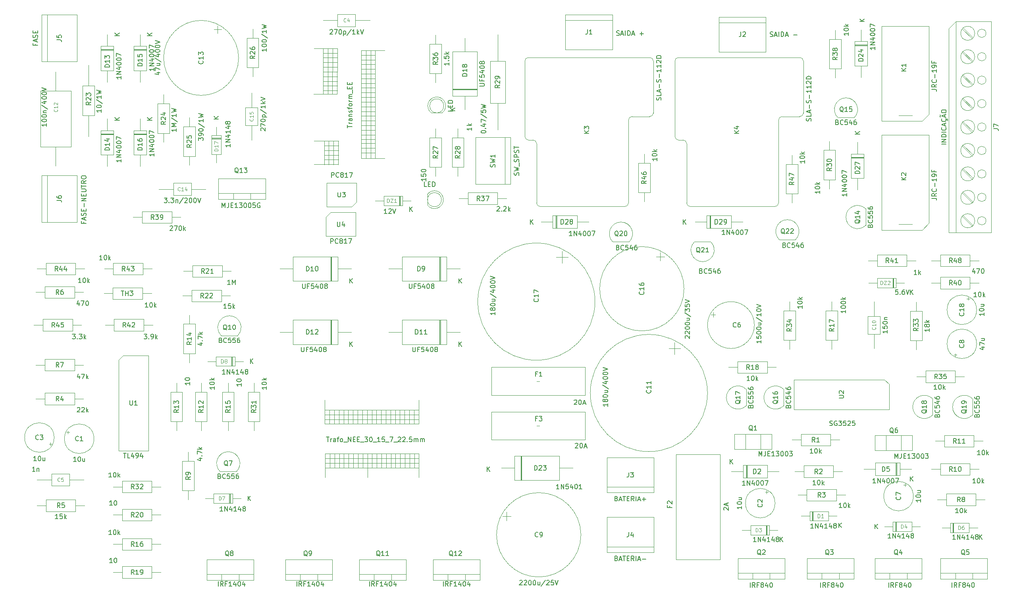
<source format=gbr>
%TF.GenerationSoftware,KiCad,Pcbnew,(5.1.9)-1*%
%TF.CreationDate,2021-11-22T08:04:15-03:00*%
%TF.ProjectId,inversor 1.2,696e7665-7273-46f7-9220-312e322e6b69,rev?*%
%TF.SameCoordinates,Original*%
%TF.FileFunction,Other,Fab,Top*%
%FSLAX46Y46*%
G04 Gerber Fmt 4.6, Leading zero omitted, Abs format (unit mm)*
G04 Created by KiCad (PCBNEW (5.1.9)-1) date 2021-11-22 08:04:15*
%MOMM*%
%LPD*%
G01*
G04 APERTURE LIST*
%ADD10C,0.100000*%
%ADD11C,0.150000*%
%ADD12C,0.114000*%
%ADD13C,0.120000*%
G04 APERTURE END LIST*
D10*
%TO.C,R23*%
X55750000Y-42970000D02*
X53250000Y-42970000D01*
X53250000Y-42970000D02*
X53250000Y-49270000D01*
X53250000Y-49270000D02*
X55750000Y-49270000D01*
X55750000Y-49270000D02*
X55750000Y-42970000D01*
X54500000Y-38500000D02*
X54500000Y-42970000D01*
X54500000Y-53740000D02*
X54500000Y-49270000D01*
%TO.C,R26*%
X88250000Y-39070000D02*
X90750000Y-39070000D01*
X90750000Y-39070000D02*
X90750000Y-32770000D01*
X90750000Y-32770000D02*
X88250000Y-32770000D01*
X88250000Y-32770000D02*
X88250000Y-39070000D01*
X89500000Y-41000000D02*
X89500000Y-39070000D01*
X89500000Y-30840000D02*
X89500000Y-32770000D01*
%TO.C,U2*%
X224270000Y-105635000D02*
X225270000Y-106635000D01*
X204950000Y-105635000D02*
X224270000Y-105635000D01*
X204950000Y-111985000D02*
X204950000Y-105635000D01*
X225270000Y-111985000D02*
X204950000Y-111985000D01*
X225270000Y-106635000D02*
X225270000Y-111985000D01*
%TO.C,U1*%
X60885000Y-101480000D02*
X61885000Y-100480000D01*
X60885000Y-120800000D02*
X60885000Y-101480000D01*
X67235000Y-120800000D02*
X60885000Y-120800000D01*
X67235000Y-100480000D02*
X67235000Y-120800000D01*
X61885000Y-100480000D02*
X67235000Y-100480000D01*
%TO.C,C12*%
X47500000Y-60000000D02*
X47500000Y-56000000D01*
X47500000Y-40000000D02*
X47500000Y-44000000D01*
X50750000Y-56000000D02*
X50750000Y-44000000D01*
X44250000Y-56000000D02*
X50750000Y-56000000D01*
X44250000Y-44000000D02*
X44250000Y-56000000D01*
X50750000Y-44000000D02*
X44250000Y-44000000D01*
%TO.C,C11*%
X186500000Y-108500000D02*
G75*
G03*
X186500000Y-108500000I-12500000J0D01*
G01*
X179487500Y-97745371D02*
X179487500Y-100245371D01*
X180737500Y-98995371D02*
X178237500Y-98995371D01*
%TO.C,C17*%
X162500000Y-89000000D02*
G75*
G03*
X162500000Y-89000000I-12500000J0D01*
G01*
X155487500Y-78245371D02*
X155487500Y-80745371D01*
X156737500Y-79495371D02*
X154237500Y-79495371D01*
%TO.C,T2*%
X124964000Y-124460000D02*
X124964000Y-126460000D01*
X104964000Y-124460000D02*
X124964000Y-124460000D01*
X104964000Y-126460000D02*
X104964000Y-124460000D01*
X124964000Y-123460000D02*
X124964000Y-124460000D01*
X104964000Y-123460000D02*
X124964000Y-123460000D01*
X104964000Y-124460000D02*
X104964000Y-123460000D01*
X124964000Y-122460000D02*
X124964000Y-123460000D01*
X104964000Y-122460000D02*
X124964000Y-122460000D01*
X104964000Y-123460000D02*
X104964000Y-122460000D01*
X124964000Y-121460000D02*
X124964000Y-122460000D01*
X104964000Y-121460000D02*
X124964000Y-121460000D01*
X104964000Y-122460000D02*
X104964000Y-121460000D01*
X105964000Y-124460000D02*
X105964000Y-121460000D01*
X106964000Y-121460000D02*
X106964000Y-124460000D01*
X107964000Y-124460000D02*
X107964000Y-121460000D01*
X108964000Y-121460000D02*
X108964000Y-124460000D01*
X109964000Y-124460000D02*
X109964000Y-121460000D01*
X110964000Y-121460000D02*
X110964000Y-124460000D01*
X111964000Y-124460000D02*
X111964000Y-121460000D01*
X112964000Y-121460000D02*
X112964000Y-124460000D01*
X113964000Y-124460000D02*
X113964000Y-121460000D01*
X114964000Y-121460000D02*
X114964000Y-124460000D01*
X115964000Y-124460000D02*
X115964000Y-121460000D01*
X116964000Y-121460000D02*
X116964000Y-124460000D01*
X117964000Y-124460000D02*
X117964000Y-121460000D01*
X118964000Y-121460000D02*
X118964000Y-124460000D01*
X119964000Y-124460000D02*
X119964000Y-121460000D01*
X120964000Y-121460000D02*
X120964000Y-124460000D01*
X121964000Y-124460000D02*
X121964000Y-121460000D01*
X122964000Y-121460000D02*
X122964000Y-124460000D01*
X123964000Y-124460000D02*
X123964000Y-121460000D01*
X124898000Y-112108000D02*
X124898000Y-113108000D01*
X104898000Y-114108000D02*
X104898000Y-113108000D01*
X104898000Y-113108000D02*
X104898000Y-112108000D01*
X124898000Y-114108000D02*
X104898000Y-114108000D01*
X104898000Y-112000000D02*
X104898000Y-110000000D01*
X124898000Y-112108000D02*
X104898000Y-112108000D01*
X124898000Y-110000000D02*
X124898000Y-112000000D01*
X124898000Y-113108000D02*
X104898000Y-113108000D01*
X120898000Y-115108000D02*
X120898000Y-112108000D01*
X115898000Y-112108000D02*
X115898000Y-115108000D01*
X124898000Y-115108000D02*
X104898000Y-115108000D01*
X104898000Y-115108000D02*
X104898000Y-114108000D01*
X113898000Y-112108000D02*
X113898000Y-115108000D01*
X106898000Y-115108000D02*
X106898000Y-112108000D01*
X118898000Y-115108000D02*
X118898000Y-112108000D01*
X117898000Y-112108000D02*
X117898000Y-115108000D01*
X123898000Y-112108000D02*
X123898000Y-115108000D01*
X122898000Y-115108000D02*
X122898000Y-112108000D01*
X124898000Y-113108000D02*
X124898000Y-114108000D01*
X114898000Y-115108000D02*
X114898000Y-112108000D01*
X112898000Y-115108000D02*
X112898000Y-112108000D01*
X111898000Y-112108000D02*
X111898000Y-115108000D01*
X110898000Y-115108000D02*
X110898000Y-112108000D01*
X121898000Y-112108000D02*
X121898000Y-115108000D01*
X116898000Y-115108000D02*
X116898000Y-112108000D01*
X124898000Y-114108000D02*
X124898000Y-115108000D01*
X119898000Y-112108000D02*
X119898000Y-115108000D01*
X109898000Y-112108000D02*
X109898000Y-115108000D01*
X108898000Y-115108000D02*
X108898000Y-112108000D01*
X107898000Y-112108000D02*
X107898000Y-115108000D01*
X105898000Y-112108000D02*
X105898000Y-115108000D01*
X113964000Y-126460000D02*
X113964000Y-124460000D01*
%TO.C,R5*%
X45430000Y-131250000D02*
X45430000Y-133750000D01*
X45430000Y-133750000D02*
X51730000Y-133750000D01*
X51730000Y-133750000D02*
X51730000Y-131250000D01*
X51730000Y-131250000D02*
X45430000Y-131250000D01*
X43500000Y-132500000D02*
X45430000Y-132500000D01*
X53660000Y-132500000D02*
X51730000Y-132500000D01*
%TO.C,T1*%
X107500000Y-44750000D02*
X102500000Y-44750000D01*
X104540000Y-34964000D02*
X104540000Y-44750000D01*
X102540000Y-34964000D02*
X104540000Y-34964000D01*
X103540000Y-54714000D02*
X102540000Y-54714000D01*
X105540000Y-34964000D02*
X105540000Y-44750000D01*
X104540000Y-34964000D02*
X105540000Y-34964000D01*
X104540000Y-54714000D02*
X103540000Y-54714000D01*
X106540000Y-34964000D02*
X106500000Y-44750000D01*
X105540000Y-34964000D02*
X106540000Y-34964000D01*
X105540000Y-54714000D02*
X104540000Y-54714000D01*
X107540000Y-34964000D02*
X107500000Y-44750000D01*
X106540000Y-34964000D02*
X107540000Y-34964000D01*
X104540000Y-35964000D02*
X107540000Y-35964000D01*
X107540000Y-36964000D02*
X104540000Y-36964000D01*
X104540000Y-37964000D02*
X107540000Y-37964000D01*
X107540000Y-38964000D02*
X104540000Y-38964000D01*
X104540000Y-39964000D02*
X107540000Y-39964000D01*
X107540000Y-40964000D02*
X104540000Y-40964000D01*
X104540000Y-41964000D02*
X107540000Y-41964000D01*
X107540000Y-42964000D02*
X104540000Y-42964000D01*
X104540000Y-43964000D02*
X107540000Y-43964000D01*
X104790000Y-54714000D02*
X107790000Y-54714000D01*
X107790000Y-55714000D02*
X104790000Y-55714000D01*
X104790000Y-56714000D02*
X107790000Y-56714000D01*
X107790000Y-57714000D02*
X104790000Y-57714000D01*
X104790000Y-58714000D02*
X107790000Y-58714000D01*
X115642000Y-58398000D02*
X114642000Y-58398000D01*
X113642000Y-35398000D02*
X114642000Y-35398000D01*
X114642000Y-35398000D02*
X115642000Y-35398000D01*
X113642000Y-58398000D02*
X113642000Y-35398000D01*
X115642000Y-35398000D02*
X117642000Y-35398000D01*
X115642000Y-58398000D02*
X115642000Y-35398000D01*
X117642000Y-58398000D02*
X115642000Y-58398000D01*
X114642000Y-58398000D02*
X114642000Y-35398000D01*
X112642000Y-51398000D02*
X115642000Y-51398000D01*
X115642000Y-46398000D02*
X112642000Y-46398000D01*
X112642000Y-58398000D02*
X112642000Y-35398000D01*
X112642000Y-35398000D02*
X113642000Y-35398000D01*
X115642000Y-44398000D02*
X112642000Y-44398000D01*
X112642000Y-37398000D02*
X115642000Y-37398000D01*
X112642000Y-49398000D02*
X115642000Y-49398000D01*
X115642000Y-48398000D02*
X112642000Y-48398000D01*
X115642000Y-54398000D02*
X112642000Y-54398000D01*
X112642000Y-53398000D02*
X115642000Y-53398000D01*
X114642000Y-58398000D02*
X113642000Y-58398000D01*
X112642000Y-45398000D02*
X115642000Y-45398000D01*
X112642000Y-43398000D02*
X115642000Y-43398000D01*
X115642000Y-42398000D02*
X112642000Y-42398000D01*
X112642000Y-41398000D02*
X115642000Y-41398000D01*
X115642000Y-52398000D02*
X112642000Y-52398000D01*
X112642000Y-47398000D02*
X115642000Y-47398000D01*
X113642000Y-58398000D02*
X112642000Y-58398000D01*
X115642000Y-50398000D02*
X112642000Y-50398000D01*
X115642000Y-40398000D02*
X112642000Y-40398000D01*
X112642000Y-39398000D02*
X115642000Y-39398000D01*
X115642000Y-38398000D02*
X112642000Y-38398000D01*
X115642000Y-36398000D02*
X112642000Y-36398000D01*
X103540000Y-59714000D02*
X102540000Y-59714000D01*
X104540000Y-59714000D02*
X103540000Y-59714000D01*
X107750000Y-59714000D02*
X104540000Y-59714000D01*
X107750000Y-54750000D02*
X107750000Y-59750000D01*
X104750000Y-54750000D02*
X104750000Y-59750000D01*
X105750000Y-54750000D02*
X105750000Y-59750000D01*
X106750000Y-54750000D02*
X106750000Y-59750000D01*
X115642000Y-55250000D02*
X112642000Y-55250000D01*
X115642000Y-56250000D02*
X112642000Y-56250000D01*
X115642000Y-57250000D02*
X112642000Y-57250000D01*
%TO.C,J6*%
X45700000Y-62090000D02*
X45700000Y-71990000D01*
X52000000Y-62040000D02*
X44500000Y-62040000D01*
X44500000Y-62040000D02*
X44500000Y-72040000D01*
X44500000Y-72040000D02*
X52000000Y-72040000D01*
X52000000Y-72040000D02*
X52000000Y-62040000D01*
%TO.C,TH3*%
X67910000Y-87250000D02*
X65980000Y-87250000D01*
X57750000Y-87250000D02*
X59680000Y-87250000D01*
X65980000Y-86000000D02*
X59680000Y-86000000D01*
X65980000Y-88500000D02*
X65980000Y-86000000D01*
X59680000Y-88500000D02*
X65980000Y-88500000D01*
X59680000Y-86000000D02*
X59680000Y-88500000D01*
%TO.C,C6*%
X187711139Y-91312500D02*
X187711139Y-92312500D01*
X187211139Y-91812500D02*
X188211139Y-91812500D01*
X196500000Y-94000000D02*
G75*
G03*
X196500000Y-94000000I-5000000J0D01*
G01*
%TO.C,Q22*%
X201800000Y-75750000D02*
X205300000Y-75750000D01*
X201786375Y-75753625D02*
G75*
G02*
X203540000Y-71520000I1753625J1753625D01*
G01*
X205293625Y-75753625D02*
G75*
G03*
X203540000Y-71520000I-1753625J1753625D01*
G01*
%TO.C,Q21*%
X187200000Y-76250000D02*
X183700000Y-76250000D01*
X187213625Y-76246375D02*
G75*
G02*
X185460000Y-80480000I-1753625J-1753625D01*
G01*
X183706375Y-76246375D02*
G75*
G03*
X185460000Y-80480000I1753625J-1753625D01*
G01*
%TO.C,Q20*%
X166300000Y-76250000D02*
X169800000Y-76250000D01*
X166286375Y-76253625D02*
G75*
G02*
X168040000Y-72020000I1753625J1753625D01*
G01*
X169793625Y-76253625D02*
G75*
G03*
X168040000Y-72020000I-1753625J1753625D01*
G01*
%TO.C,Q19*%
X243000000Y-113200000D02*
X243000000Y-109700000D01*
X243003625Y-113213625D02*
G75*
G02*
X238770000Y-111460000I-1753625J1753625D01*
G01*
X243003625Y-109706375D02*
G75*
G03*
X238770000Y-111460000I-1753625J-1753625D01*
G01*
%TO.C,Q18*%
X234500000Y-113200000D02*
X234500000Y-109700000D01*
X234503625Y-113213625D02*
G75*
G02*
X230270000Y-111460000I-1753625J1753625D01*
G01*
X234503625Y-109706375D02*
G75*
G03*
X230270000Y-111460000I-1753625J-1753625D01*
G01*
%TO.C,Q17*%
X194750000Y-111200000D02*
X194750000Y-107700000D01*
X194753625Y-111213625D02*
G75*
G02*
X190520000Y-109460000I-1753625J1753625D01*
G01*
X194753625Y-107706375D02*
G75*
G03*
X190520000Y-109460000I-1753625J-1753625D01*
G01*
%TO.C,Q16*%
X202750000Y-111200000D02*
X202750000Y-107700000D01*
X202753625Y-111213625D02*
G75*
G02*
X198520000Y-109460000I-1753625J1753625D01*
G01*
X202753625Y-107706375D02*
G75*
G03*
X198520000Y-109460000I-1753625J-1753625D01*
G01*
%TO.C,Q15*%
X214300000Y-49750000D02*
X217800000Y-49750000D01*
X214286375Y-49753625D02*
G75*
G02*
X216040000Y-45520000I1753625J1753625D01*
G01*
X217793625Y-49753625D02*
G75*
G03*
X216040000Y-45520000I-1753625J1753625D01*
G01*
%TO.C,Q14*%
X220250000Y-72700000D02*
X220250000Y-69200000D01*
X220253625Y-72713625D02*
G75*
G02*
X216020000Y-70960000I-1753625J1753625D01*
G01*
X220253625Y-69206375D02*
G75*
G03*
X216020000Y-70960000I-1753625J-1753625D01*
G01*
%TO.C,C1*%
X55650000Y-118250000D02*
G75*
G03*
X55650000Y-118250000I-3150000J0D01*
G01*
X49806028Y-116876500D02*
X50436028Y-116876500D01*
X50121028Y-116561500D02*
X50121028Y-117191500D01*
%TO.C,C2*%
X199438500Y-129621028D02*
X198808500Y-129621028D01*
X199123500Y-129306028D02*
X199123500Y-129936028D01*
X200900000Y-132000000D02*
G75*
G03*
X200900000Y-132000000I-3150000J0D01*
G01*
%TO.C,C3*%
X47150000Y-118000000D02*
G75*
G03*
X47150000Y-118000000I-3150000J0D01*
G01*
X46693972Y-119373500D02*
X46063972Y-119373500D01*
X46378972Y-119688500D02*
X46378972Y-119058500D01*
%TO.C,C4*%
X114500000Y-29000000D02*
X111400000Y-29000000D01*
X104500000Y-29000000D02*
X107600000Y-29000000D01*
X111400000Y-27700000D02*
X107600000Y-27700000D01*
X111400000Y-30300000D02*
X111400000Y-27700000D01*
X107600000Y-30300000D02*
X111400000Y-30300000D01*
X107600000Y-27700000D02*
X107600000Y-30300000D01*
%TO.C,C5*%
X50400000Y-128300000D02*
X50400000Y-125700000D01*
X50400000Y-125700000D02*
X46600000Y-125700000D01*
X46600000Y-125700000D02*
X46600000Y-128300000D01*
X46600000Y-128300000D02*
X50400000Y-128300000D01*
X53500000Y-127000000D02*
X50400000Y-127000000D01*
X43500000Y-127000000D02*
X46600000Y-127000000D01*
%TO.C,C7*%
X228938500Y-128121028D02*
X228308500Y-128121028D01*
X228623500Y-127806028D02*
X228623500Y-128436028D01*
X230400000Y-130500000D02*
G75*
G03*
X230400000Y-130500000I-3150000J0D01*
G01*
%TO.C,C8*%
X243900000Y-98000000D02*
G75*
G03*
X243900000Y-98000000I-3150000J0D01*
G01*
X239376500Y-100693972D02*
X239376500Y-100063972D01*
X239061500Y-100378972D02*
X239691500Y-100378972D01*
%TO.C,C9*%
X143662729Y-133902500D02*
X143662729Y-135702500D01*
X142762729Y-134802500D02*
X144562729Y-134802500D01*
X159500000Y-138750000D02*
G75*
G03*
X159500000Y-138750000I-9000000J0D01*
G01*
%TO.C,C10*%
X222000000Y-89000000D02*
X222000000Y-92100000D01*
X222000000Y-99000000D02*
X222000000Y-95900000D01*
X220700000Y-92100000D02*
X220700000Y-95900000D01*
X223300000Y-92100000D02*
X220700000Y-92100000D01*
X223300000Y-95900000D02*
X223300000Y-92100000D01*
X220700000Y-95900000D02*
X223300000Y-95900000D01*
%TO.C,C13*%
X82807500Y-30924832D02*
X81207500Y-30924832D01*
X82007500Y-30124832D02*
X82007500Y-31724832D01*
X86500000Y-37000000D02*
G75*
G03*
X86500000Y-37000000I-8000000J0D01*
G01*
%TO.C,C14*%
X79500000Y-65000000D02*
X76400000Y-65000000D01*
X69500000Y-65000000D02*
X72600000Y-65000000D01*
X76400000Y-63700000D02*
X72600000Y-63700000D01*
X76400000Y-66300000D02*
X76400000Y-63700000D01*
X72600000Y-66300000D02*
X76400000Y-66300000D01*
X72600000Y-63700000D02*
X72600000Y-66300000D01*
%TO.C,C15*%
X90550000Y-47600000D02*
X87950000Y-47600000D01*
X87950000Y-47600000D02*
X87950000Y-51400000D01*
X87950000Y-51400000D02*
X90550000Y-51400000D01*
X90550000Y-51400000D02*
X90550000Y-47600000D01*
X89250000Y-44500000D02*
X89250000Y-47600000D01*
X89250000Y-54500000D02*
X89250000Y-51400000D01*
%TO.C,C16*%
X181500000Y-86250000D02*
G75*
G03*
X181500000Y-86250000I-9000000J0D01*
G01*
X176447500Y-78512729D02*
X176447500Y-80312729D01*
X177347500Y-79412729D02*
X175547500Y-79412729D01*
%TO.C,C18*%
X242438500Y-88371028D02*
X241808500Y-88371028D01*
X242123500Y-88056028D02*
X242123500Y-88686028D01*
X243900000Y-90750000D02*
G75*
G03*
X243900000Y-90750000I-3150000J0D01*
G01*
%TO.C,D1*%
X208310000Y-133750000D02*
X208310000Y-135750000D01*
X208310000Y-135750000D02*
X212310000Y-135750000D01*
X212310000Y-135750000D02*
X212310000Y-133750000D01*
X212310000Y-133750000D02*
X208310000Y-133750000D01*
X206500000Y-134750000D02*
X208310000Y-134750000D01*
X214120000Y-134750000D02*
X212310000Y-134750000D01*
X208910000Y-133750000D02*
X208910000Y-135750000D01*
X209010000Y-133750000D02*
X209010000Y-135750000D01*
X208810000Y-133750000D02*
X208810000Y-135750000D01*
%TO.C,D2*%
X194750000Y-123900000D02*
X194750000Y-126600000D01*
X194950000Y-123900000D02*
X194950000Y-126600000D01*
X194850000Y-123900000D02*
X194850000Y-126600000D01*
X201750000Y-125250000D02*
X199270000Y-125250000D01*
X191590000Y-125250000D02*
X194070000Y-125250000D01*
X199270000Y-123900000D02*
X194070000Y-123900000D01*
X199270000Y-126600000D02*
X199270000Y-123900000D01*
X194070000Y-126600000D02*
X199270000Y-126600000D01*
X194070000Y-123900000D02*
X194070000Y-126600000D01*
%TO.C,D3*%
X199690000Y-138750000D02*
X199690000Y-136750000D01*
X199690000Y-136750000D02*
X195690000Y-136750000D01*
X195690000Y-136750000D02*
X195690000Y-138750000D01*
X195690000Y-138750000D02*
X199690000Y-138750000D01*
X201500000Y-137750000D02*
X199690000Y-137750000D01*
X193880000Y-137750000D02*
X195690000Y-137750000D01*
X199090000Y-138750000D02*
X199090000Y-136750000D01*
X198990000Y-138750000D02*
X198990000Y-136750000D01*
X199190000Y-138750000D02*
X199190000Y-136750000D01*
%TO.C,D4*%
X226560000Y-136000000D02*
X226560000Y-138000000D01*
X226760000Y-136000000D02*
X226760000Y-138000000D01*
X226660000Y-136000000D02*
X226660000Y-138000000D01*
X231870000Y-137000000D02*
X230060000Y-137000000D01*
X224250000Y-137000000D02*
X226060000Y-137000000D01*
X230060000Y-136000000D02*
X226060000Y-136000000D01*
X230060000Y-138000000D02*
X230060000Y-136000000D01*
X226060000Y-138000000D02*
X230060000Y-138000000D01*
X226060000Y-136000000D02*
X226060000Y-138000000D01*
%TO.C,D5*%
X227520000Y-126100000D02*
X227520000Y-123400000D01*
X227520000Y-123400000D02*
X222320000Y-123400000D01*
X222320000Y-123400000D02*
X222320000Y-126100000D01*
X222320000Y-126100000D02*
X227520000Y-126100000D01*
X230000000Y-124750000D02*
X227520000Y-124750000D01*
X219840000Y-124750000D02*
X222320000Y-124750000D01*
X226740000Y-126100000D02*
X226740000Y-123400000D01*
X226640000Y-126100000D02*
X226640000Y-123400000D01*
X226840000Y-126100000D02*
X226840000Y-123400000D01*
%TO.C,D6*%
X238810000Y-136250000D02*
X238810000Y-138250000D01*
X239010000Y-136250000D02*
X239010000Y-138250000D01*
X238910000Y-136250000D02*
X238910000Y-138250000D01*
X244120000Y-137250000D02*
X242310000Y-137250000D01*
X236500000Y-137250000D02*
X238310000Y-137250000D01*
X242310000Y-136250000D02*
X238310000Y-136250000D01*
X242310000Y-138250000D02*
X242310000Y-136250000D01*
X238310000Y-138250000D02*
X242310000Y-138250000D01*
X238310000Y-136250000D02*
X238310000Y-138250000D01*
%TO.C,D7*%
X85190000Y-132000000D02*
X85190000Y-130000000D01*
X85190000Y-130000000D02*
X81190000Y-130000000D01*
X81190000Y-130000000D02*
X81190000Y-132000000D01*
X81190000Y-132000000D02*
X85190000Y-132000000D01*
X87000000Y-131000000D02*
X85190000Y-131000000D01*
X79380000Y-131000000D02*
X81190000Y-131000000D01*
X84590000Y-132000000D02*
X84590000Y-130000000D01*
X84490000Y-132000000D02*
X84490000Y-130000000D01*
X84690000Y-132000000D02*
X84690000Y-130000000D01*
%TO.C,D8*%
X85190000Y-102750000D02*
X85190000Y-100750000D01*
X84990000Y-102750000D02*
X84990000Y-100750000D01*
X85090000Y-102750000D02*
X85090000Y-100750000D01*
X79880000Y-101750000D02*
X81690000Y-101750000D01*
X87500000Y-101750000D02*
X85690000Y-101750000D01*
X81690000Y-102750000D02*
X85690000Y-102750000D01*
X81690000Y-100750000D02*
X81690000Y-102750000D01*
X85690000Y-100750000D02*
X81690000Y-100750000D01*
X85690000Y-102750000D02*
X85690000Y-100750000D01*
%TO.C,D9*%
X129555000Y-84600000D02*
X129555000Y-79400000D01*
X129355000Y-84600000D02*
X129355000Y-79400000D01*
X129455000Y-84600000D02*
X129455000Y-79400000D01*
X118510000Y-82000000D02*
X121380000Y-82000000D01*
X133750000Y-82000000D02*
X130880000Y-82000000D01*
X121380000Y-84600000D02*
X130880000Y-84600000D01*
X121380000Y-79400000D02*
X121380000Y-84600000D01*
X130880000Y-79400000D02*
X121380000Y-79400000D01*
X130880000Y-84600000D02*
X130880000Y-79400000D01*
%TO.C,D10*%
X107630000Y-84600000D02*
X107630000Y-79400000D01*
X107630000Y-79400000D02*
X98130000Y-79400000D01*
X98130000Y-79400000D02*
X98130000Y-84600000D01*
X98130000Y-84600000D02*
X107630000Y-84600000D01*
X110500000Y-82000000D02*
X107630000Y-82000000D01*
X95260000Y-82000000D02*
X98130000Y-82000000D01*
X106205000Y-84600000D02*
X106205000Y-79400000D01*
X106105000Y-84600000D02*
X106105000Y-79400000D01*
X106305000Y-84600000D02*
X106305000Y-79400000D01*
%TO.C,D11*%
X129555000Y-98100000D02*
X129555000Y-92900000D01*
X129355000Y-98100000D02*
X129355000Y-92900000D01*
X129455000Y-98100000D02*
X129455000Y-92900000D01*
X118510000Y-95500000D02*
X121380000Y-95500000D01*
X133750000Y-95500000D02*
X130880000Y-95500000D01*
X121380000Y-98100000D02*
X130880000Y-98100000D01*
X121380000Y-92900000D02*
X121380000Y-98100000D01*
X130880000Y-92900000D02*
X121380000Y-92900000D01*
X130880000Y-98100000D02*
X130880000Y-92900000D01*
%TO.C,D12*%
X107630000Y-98100000D02*
X107630000Y-92900000D01*
X107630000Y-92900000D02*
X98130000Y-92900000D01*
X98130000Y-92900000D02*
X98130000Y-98100000D01*
X98130000Y-98100000D02*
X107630000Y-98100000D01*
X110500000Y-95500000D02*
X107630000Y-95500000D01*
X95260000Y-95500000D02*
X98130000Y-95500000D01*
X106205000Y-98100000D02*
X106205000Y-92900000D01*
X106105000Y-98100000D02*
X106105000Y-92900000D01*
X106305000Y-98100000D02*
X106305000Y-92900000D01*
%TO.C,D13*%
X59850000Y-35160000D02*
X57150000Y-35160000D01*
X59850000Y-35360000D02*
X57150000Y-35360000D01*
X59850000Y-35260000D02*
X57150000Y-35260000D01*
X58500000Y-42160000D02*
X58500000Y-39680000D01*
X58500000Y-32000000D02*
X58500000Y-34480000D01*
X59850000Y-39680000D02*
X59850000Y-34480000D01*
X57150000Y-39680000D02*
X59850000Y-39680000D01*
X57150000Y-34480000D02*
X57150000Y-39680000D01*
X59850000Y-34480000D02*
X57150000Y-34480000D01*
%TO.C,D14*%
X59850000Y-53160000D02*
X57150000Y-53160000D01*
X59850000Y-53360000D02*
X57150000Y-53360000D01*
X59850000Y-53260000D02*
X57150000Y-53260000D01*
X58500000Y-60160000D02*
X58500000Y-57680000D01*
X58500000Y-50000000D02*
X58500000Y-52480000D01*
X59850000Y-57680000D02*
X59850000Y-52480000D01*
X57150000Y-57680000D02*
X59850000Y-57680000D01*
X57150000Y-52480000D02*
X57150000Y-57680000D01*
X59850000Y-52480000D02*
X57150000Y-52480000D01*
%TO.C,D15*%
X66850000Y-34480000D02*
X64150000Y-34480000D01*
X64150000Y-34480000D02*
X64150000Y-39680000D01*
X64150000Y-39680000D02*
X66850000Y-39680000D01*
X66850000Y-39680000D02*
X66850000Y-34480000D01*
X65500000Y-32000000D02*
X65500000Y-34480000D01*
X65500000Y-42160000D02*
X65500000Y-39680000D01*
X66850000Y-35260000D02*
X64150000Y-35260000D01*
X66850000Y-35360000D02*
X64150000Y-35360000D01*
X66850000Y-35160000D02*
X64150000Y-35160000D01*
%TO.C,D16*%
X66850000Y-53160000D02*
X64150000Y-53160000D01*
X66850000Y-53360000D02*
X64150000Y-53360000D01*
X66850000Y-53260000D02*
X64150000Y-53260000D01*
X65500000Y-60160000D02*
X65500000Y-57680000D01*
X65500000Y-50000000D02*
X65500000Y-52480000D01*
X66850000Y-57680000D02*
X66850000Y-52480000D01*
X64150000Y-57680000D02*
X66850000Y-57680000D01*
X64150000Y-52480000D02*
X64150000Y-57680000D01*
X66850000Y-52480000D02*
X64150000Y-52480000D01*
%TO.C,D17*%
X82750000Y-54060000D02*
X80750000Y-54060000D01*
X82750000Y-54260000D02*
X80750000Y-54260000D01*
X82750000Y-54160000D02*
X80750000Y-54160000D01*
X81750000Y-59370000D02*
X81750000Y-57560000D01*
X81750000Y-51750000D02*
X81750000Y-53560000D01*
X82750000Y-57560000D02*
X82750000Y-53560000D01*
X80750000Y-57560000D02*
X82750000Y-57560000D01*
X80750000Y-53560000D02*
X80750000Y-57560000D01*
X82750000Y-53560000D02*
X80750000Y-53560000D01*
%TO.C,D18*%
X132150000Y-43805000D02*
X137350000Y-43805000D01*
X132150000Y-43605000D02*
X137350000Y-43605000D01*
X132150000Y-43705000D02*
X137350000Y-43705000D01*
X134750000Y-32760000D02*
X134750000Y-35630000D01*
X134750000Y-48000000D02*
X134750000Y-45130000D01*
X132150000Y-35630000D02*
X132150000Y-45130000D01*
X137350000Y-35630000D02*
X132150000Y-35630000D01*
X137350000Y-45130000D02*
X137350000Y-35630000D01*
X132150000Y-45130000D02*
X137350000Y-45130000D01*
%TO.C,D19*%
X130250000Y-47230000D02*
G75*
G03*
X130250000Y-47230000I-1500000J0D01*
G01*
X127583810Y-48730000D02*
X129916190Y-48730000D01*
X129915476Y-48730555D02*
G75*
G03*
X127583810Y-48730000I-1165476J1500555D01*
G01*
%TO.C,D20*%
X126770000Y-66083810D02*
X126770000Y-68416190D01*
X129770000Y-67250000D02*
G75*
G03*
X129770000Y-67250000I-1500000J0D01*
G01*
X126769445Y-68415476D02*
G75*
G03*
X126770000Y-66083810I1500555J1165476D01*
G01*
%TO.C,D23*%
X145370000Y-121900000D02*
X145370000Y-127100000D01*
X145370000Y-127100000D02*
X154870000Y-127100000D01*
X154870000Y-127100000D02*
X154870000Y-121900000D01*
X154870000Y-121900000D02*
X145370000Y-121900000D01*
X142500000Y-124500000D02*
X145370000Y-124500000D01*
X157740000Y-124500000D02*
X154870000Y-124500000D01*
X146795000Y-121900000D02*
X146795000Y-127100000D01*
X146895000Y-121900000D02*
X146895000Y-127100000D01*
X146695000Y-121900000D02*
X146695000Y-127100000D01*
%TO.C,D24*%
X220600000Y-33480000D02*
X217900000Y-33480000D01*
X217900000Y-33480000D02*
X217900000Y-38680000D01*
X217900000Y-38680000D02*
X220600000Y-38680000D01*
X220600000Y-38680000D02*
X220600000Y-33480000D01*
X219250000Y-31000000D02*
X219250000Y-33480000D01*
X219250000Y-41160000D02*
X219250000Y-38680000D01*
X220600000Y-34260000D02*
X217900000Y-34260000D01*
X220600000Y-34360000D02*
X217900000Y-34360000D01*
X220600000Y-34160000D02*
X217900000Y-34160000D01*
%TO.C,D27*%
X219850000Y-57480000D02*
X217150000Y-57480000D01*
X217150000Y-57480000D02*
X217150000Y-62680000D01*
X217150000Y-62680000D02*
X219850000Y-62680000D01*
X219850000Y-62680000D02*
X219850000Y-57480000D01*
X218500000Y-55000000D02*
X218500000Y-57480000D01*
X218500000Y-65160000D02*
X218500000Y-62680000D01*
X219850000Y-58260000D02*
X217150000Y-58260000D01*
X219850000Y-58360000D02*
X217150000Y-58360000D01*
X219850000Y-58160000D02*
X217150000Y-58160000D01*
%TO.C,D28*%
X153480000Y-70650000D02*
X153480000Y-73350000D01*
X153480000Y-73350000D02*
X158680000Y-73350000D01*
X158680000Y-73350000D02*
X158680000Y-70650000D01*
X158680000Y-70650000D02*
X153480000Y-70650000D01*
X151000000Y-72000000D02*
X153480000Y-72000000D01*
X161160000Y-72000000D02*
X158680000Y-72000000D01*
X154260000Y-70650000D02*
X154260000Y-73350000D01*
X154360000Y-70650000D02*
X154360000Y-73350000D01*
X154160000Y-70650000D02*
X154160000Y-73350000D01*
%TO.C,D29*%
X187000000Y-70650000D02*
X187000000Y-73350000D01*
X187200000Y-70650000D02*
X187200000Y-73350000D01*
X187100000Y-70650000D02*
X187100000Y-73350000D01*
X194000000Y-72000000D02*
X191520000Y-72000000D01*
X183840000Y-72000000D02*
X186320000Y-72000000D01*
X191520000Y-70650000D02*
X186320000Y-70650000D01*
X191520000Y-73350000D02*
X191520000Y-70650000D01*
X186320000Y-73350000D02*
X191520000Y-73350000D01*
X186320000Y-70650000D02*
X186320000Y-73350000D01*
%TO.C,DZ1*%
X120940000Y-68500000D02*
X120940000Y-66500000D01*
X120740000Y-68500000D02*
X120740000Y-66500000D01*
X120840000Y-68500000D02*
X120840000Y-66500000D01*
X115630000Y-67500000D02*
X117440000Y-67500000D01*
X123250000Y-67500000D02*
X121440000Y-67500000D01*
X117440000Y-68500000D02*
X121440000Y-68500000D01*
X117440000Y-66500000D02*
X117440000Y-68500000D01*
X121440000Y-66500000D02*
X117440000Y-66500000D01*
X121440000Y-68500000D02*
X121440000Y-66500000D01*
%TO.C,DZ2*%
X226190000Y-86000000D02*
X226190000Y-84000000D01*
X225990000Y-86000000D02*
X225990000Y-84000000D01*
X226090000Y-86000000D02*
X226090000Y-84000000D01*
X220880000Y-85000000D02*
X222690000Y-85000000D01*
X228500000Y-85000000D02*
X226690000Y-85000000D01*
X222690000Y-86000000D02*
X226690000Y-86000000D01*
X222690000Y-84000000D02*
X222690000Y-86000000D01*
X226690000Y-84000000D02*
X222690000Y-84000000D01*
X226690000Y-86000000D02*
X226690000Y-84000000D01*
%TO.C,F1*%
X140400000Y-109000000D02*
X140400000Y-103000000D01*
X160400000Y-109000000D02*
X140400000Y-109000000D01*
X160400000Y-103000000D02*
X160400000Y-109000000D01*
X140400000Y-103000000D02*
X160400000Y-103000000D01*
X150700000Y-106000000D02*
X150100000Y-106000000D01*
%TO.C,F2*%
X189200000Y-144000000D02*
X189200000Y-121600000D01*
X179800000Y-144000000D02*
X189200000Y-144000000D01*
X179800000Y-121600000D02*
X179800000Y-144000000D01*
X189200000Y-121600000D02*
X179800000Y-121600000D01*
%TO.C,F3*%
X150700000Y-115500000D02*
X150100000Y-115500000D01*
X140400000Y-112500000D02*
X160400000Y-112500000D01*
X160400000Y-112500000D02*
X160400000Y-118500000D01*
X160400000Y-118500000D02*
X140400000Y-118500000D01*
X140400000Y-118500000D02*
X140400000Y-112500000D01*
%TO.C,J1*%
X166160000Y-28950000D02*
X156260000Y-28950000D01*
X166210000Y-35250000D02*
X166210000Y-27750000D01*
X166210000Y-27750000D02*
X156210000Y-27750000D01*
X156210000Y-27750000D02*
X156210000Y-35250000D01*
X156210000Y-35250000D02*
X166210000Y-35250000D01*
%TO.C,J2*%
X188960000Y-35750000D02*
X198960000Y-35750000D01*
X188960000Y-28250000D02*
X188960000Y-35750000D01*
X198960000Y-28250000D02*
X188960000Y-28250000D01*
X198960000Y-35750000D02*
X198960000Y-28250000D01*
X198910000Y-29450000D02*
X189010000Y-29450000D01*
%TO.C,J3*%
X165090000Y-128550000D02*
X174990000Y-128550000D01*
X165040000Y-122250000D02*
X165040000Y-129750000D01*
X165040000Y-129750000D02*
X175040000Y-129750000D01*
X175040000Y-129750000D02*
X175040000Y-122250000D01*
X175040000Y-122250000D02*
X165040000Y-122250000D01*
%TO.C,J4*%
X175040000Y-135000000D02*
X165040000Y-135000000D01*
X175040000Y-142500000D02*
X175040000Y-135000000D01*
X165040000Y-142500000D02*
X175040000Y-142500000D01*
X165040000Y-135000000D02*
X165040000Y-142500000D01*
X165090000Y-141300000D02*
X174990000Y-141300000D01*
%TO.C,J5*%
X52000000Y-37790000D02*
X52000000Y-27790000D01*
X44500000Y-37790000D02*
X52000000Y-37790000D01*
X44500000Y-27790000D02*
X44500000Y-37790000D01*
X52000000Y-27790000D02*
X44500000Y-27790000D01*
X45700000Y-27840000D02*
X45700000Y-37740000D01*
%TO.C,J7*%
X243138000Y-72705000D02*
X241045000Y-70613000D01*
X242955000Y-72888000D02*
X240862000Y-70796000D01*
X243138000Y-67705000D02*
X241045000Y-65613000D01*
X242955000Y-67888000D02*
X240862000Y-65796000D01*
X243138000Y-62705000D02*
X241045000Y-60613000D01*
X242955000Y-62888000D02*
X240862000Y-60796000D01*
X243138000Y-57705000D02*
X241045000Y-55613000D01*
X242955000Y-57888000D02*
X240862000Y-55796000D01*
X243138000Y-52705000D02*
X241045000Y-50613000D01*
X242955000Y-52888000D02*
X240862000Y-50796000D01*
X243138000Y-47705000D02*
X241045000Y-45613000D01*
X242955000Y-47888000D02*
X240862000Y-45796000D01*
X243138000Y-42705000D02*
X241045000Y-40613000D01*
X242955000Y-42888000D02*
X240862000Y-40796000D01*
X243138000Y-37705000D02*
X241045000Y-35613000D01*
X242955000Y-37888000D02*
X240862000Y-35796000D01*
X243138000Y-32705000D02*
X241045000Y-30612000D01*
X242955000Y-32888000D02*
X240862000Y-30795000D01*
X239500000Y-29250000D02*
X239500000Y-74250000D01*
X239500000Y-29250000D02*
X247000000Y-29250000D01*
X238000000Y-30750000D02*
X239500000Y-29250000D01*
X238000000Y-74250000D02*
X238000000Y-30750000D01*
X247000000Y-74250000D02*
X238000000Y-74250000D01*
X247000000Y-29250000D02*
X247000000Y-74250000D01*
X245900000Y-71750000D02*
G75*
G03*
X245900000Y-71750000I-900000J0D01*
G01*
X243500000Y-71750000D02*
G75*
G03*
X243500000Y-71750000I-1500000J0D01*
G01*
X245900000Y-66750000D02*
G75*
G03*
X245900000Y-66750000I-900000J0D01*
G01*
X243500000Y-66750000D02*
G75*
G03*
X243500000Y-66750000I-1500000J0D01*
G01*
X245900000Y-61750000D02*
G75*
G03*
X245900000Y-61750000I-900000J0D01*
G01*
X243500000Y-61750000D02*
G75*
G03*
X243500000Y-61750000I-1500000J0D01*
G01*
X245900000Y-56750000D02*
G75*
G03*
X245900000Y-56750000I-900000J0D01*
G01*
X243500000Y-56750000D02*
G75*
G03*
X243500000Y-56750000I-1500000J0D01*
G01*
X245900000Y-51750000D02*
G75*
G03*
X245900000Y-51750000I-900000J0D01*
G01*
X243500000Y-51750000D02*
G75*
G03*
X243500000Y-51750000I-1500000J0D01*
G01*
X245900000Y-46750000D02*
G75*
G03*
X245900000Y-46750000I-900000J0D01*
G01*
X243500000Y-46750000D02*
G75*
G03*
X243500000Y-46750000I-1500000J0D01*
G01*
X245900000Y-41750000D02*
G75*
G03*
X245900000Y-41750000I-900000J0D01*
G01*
X243500000Y-41750000D02*
G75*
G03*
X243500000Y-41750000I-1500000J0D01*
G01*
X245900000Y-36750000D02*
G75*
G03*
X245900000Y-36750000I-900000J0D01*
G01*
X243500000Y-36750000D02*
G75*
G03*
X243500000Y-36750000I-1500000J0D01*
G01*
X245900000Y-31750000D02*
G75*
G03*
X245900000Y-31750000I-900000J0D01*
G01*
X243500000Y-31750000D02*
G75*
G03*
X243500000Y-31750000I-1500000J0D01*
G01*
%TO.C,K1*%
X233740000Y-48990000D02*
X232260000Y-50510000D01*
X232260000Y-50510000D02*
X223640000Y-50510000D01*
X223640000Y-50510000D02*
X223640000Y-30210000D01*
X223640000Y-30210000D02*
X233740000Y-30210000D01*
X233740000Y-30210000D02*
X233740000Y-48990000D01*
X230200000Y-49250000D02*
X227300000Y-49250000D01*
%TO.C,K2*%
X230200000Y-72500000D02*
X227300000Y-72500000D01*
X233740000Y-53460000D02*
X233740000Y-72240000D01*
X223640000Y-53460000D02*
X233740000Y-53460000D01*
X223640000Y-73760000D02*
X223640000Y-53460000D01*
X232260000Y-73760000D02*
X223640000Y-73760000D01*
X233740000Y-72240000D02*
X232260000Y-73760000D01*
%TO.C,K3*%
X174950000Y-48750000D02*
X174950000Y-37670000D01*
X148310000Y-36910000D02*
X174190000Y-36910000D01*
X150050000Y-67950000D02*
X150050000Y-55270000D01*
X150810000Y-68710000D02*
X168890000Y-68710000D01*
X147550000Y-53750000D02*
X147550000Y-37670000D01*
X148310000Y-54510000D02*
X149290000Y-54510000D01*
X170410000Y-49510000D02*
X174190000Y-49510000D01*
X169650000Y-67950000D02*
X169650000Y-50270000D01*
X147550000Y-37670000D02*
G75*
G02*
X148310000Y-36910000I760000J0D01*
G01*
X174190000Y-36910000D02*
G75*
G02*
X174950000Y-37670000I0J-760000D01*
G01*
X174950000Y-48750000D02*
G75*
G02*
X174190000Y-49510000I-760000J0D01*
G01*
X169650000Y-50270000D02*
G75*
G02*
X170410000Y-49510000I760000J0D01*
G01*
X169650000Y-67950000D02*
G75*
G02*
X168890000Y-68710000I-760000J0D01*
G01*
X150810000Y-68710000D02*
G75*
G02*
X150050000Y-67950000I0J760000D01*
G01*
X149290000Y-54510000D02*
G75*
G02*
X150050000Y-55270000I0J-760000D01*
G01*
X148310000Y-54510000D02*
G75*
G02*
X147550000Y-53750000I0J760000D01*
G01*
%TO.C,K4*%
X201650000Y-67950000D02*
X201650000Y-50270000D01*
X202410000Y-49510000D02*
X206190000Y-49510000D01*
X180310000Y-54510000D02*
X181290000Y-54510000D01*
X179550000Y-53750000D02*
X179550000Y-37670000D01*
X182810000Y-68710000D02*
X200890000Y-68710000D01*
X182050000Y-67950000D02*
X182050000Y-55270000D01*
X180310000Y-36910000D02*
X206190000Y-36910000D01*
X206950000Y-48750000D02*
X206950000Y-37670000D01*
X180310000Y-54510000D02*
G75*
G02*
X179550000Y-53750000I0J760000D01*
G01*
X181290000Y-54510000D02*
G75*
G02*
X182050000Y-55270000I0J-760000D01*
G01*
X182810000Y-68710000D02*
G75*
G02*
X182050000Y-67950000I0J760000D01*
G01*
X201650000Y-67950000D02*
G75*
G02*
X200890000Y-68710000I-760000J0D01*
G01*
X201650000Y-50270000D02*
G75*
G02*
X202410000Y-49510000I760000J0D01*
G01*
X206950000Y-48750000D02*
G75*
G02*
X206190000Y-49510000I-760000J0D01*
G01*
X206190000Y-36910000D02*
G75*
G02*
X206950000Y-37670000I0J-760000D01*
G01*
X179550000Y-37670000D02*
G75*
G02*
X180310000Y-36910000I760000J0D01*
G01*
%TO.C,Q1*%
X194610000Y-120500000D02*
X194610000Y-117250000D01*
X197810000Y-120500000D02*
X197810000Y-117250000D01*
X192210000Y-120500000D02*
X200210000Y-120500000D01*
X192210000Y-117250000D02*
X192210000Y-120500000D01*
X200210000Y-117250000D02*
X192210000Y-117250000D01*
X200210000Y-120500000D02*
X200210000Y-117250000D01*
%TO.C,Q2*%
X202960000Y-148150000D02*
X202960000Y-143750000D01*
X202960000Y-143750000D02*
X192960000Y-143750000D01*
X192960000Y-143750000D02*
X192960000Y-148150000D01*
X192960000Y-148150000D02*
X202960000Y-148150000D01*
X202960000Y-146880000D02*
X192960000Y-146880000D01*
X199810000Y-148150000D02*
X199810000Y-146880000D01*
X196110000Y-148150000D02*
X196110000Y-146880000D01*
%TO.C,Q3*%
X210860000Y-148150000D02*
X210860000Y-146880000D01*
X214560000Y-148150000D02*
X214560000Y-146880000D01*
X217710000Y-146880000D02*
X207710000Y-146880000D01*
X207710000Y-148150000D02*
X217710000Y-148150000D01*
X207710000Y-143750000D02*
X207710000Y-148150000D01*
X217710000Y-143750000D02*
X207710000Y-143750000D01*
X217710000Y-148150000D02*
X217710000Y-143750000D01*
%TO.C,Q4*%
X232210000Y-148150000D02*
X232210000Y-143750000D01*
X232210000Y-143750000D02*
X222210000Y-143750000D01*
X222210000Y-143750000D02*
X222210000Y-148150000D01*
X222210000Y-148150000D02*
X232210000Y-148150000D01*
X232210000Y-146880000D02*
X222210000Y-146880000D01*
X229060000Y-148150000D02*
X229060000Y-146880000D01*
X225360000Y-148150000D02*
X225360000Y-146880000D01*
%TO.C,Q5*%
X246210000Y-148150000D02*
X246210000Y-143750000D01*
X246210000Y-143750000D02*
X236210000Y-143750000D01*
X236210000Y-143750000D02*
X236210000Y-148150000D01*
X236210000Y-148150000D02*
X246210000Y-148150000D01*
X246210000Y-146880000D02*
X236210000Y-146880000D01*
X243060000Y-148150000D02*
X243060000Y-146880000D01*
X239360000Y-148150000D02*
X239360000Y-146880000D01*
%TO.C,Q6*%
X230210000Y-120750000D02*
X230210000Y-117500000D01*
X230210000Y-117500000D02*
X222210000Y-117500000D01*
X222210000Y-117500000D02*
X222210000Y-120750000D01*
X222210000Y-120750000D02*
X230210000Y-120750000D01*
X227810000Y-120750000D02*
X227810000Y-117500000D01*
X224610000Y-120750000D02*
X224610000Y-117500000D01*
%TO.C,Q7*%
X82550000Y-125250000D02*
X86050000Y-125250000D01*
X82536375Y-125253625D02*
G75*
G02*
X84290000Y-121020000I1753625J1753625D01*
G01*
X86043625Y-125253625D02*
G75*
G03*
X84290000Y-121020000I-1753625J1753625D01*
G01*
%TO.C,Q8*%
X82860000Y-148400000D02*
X82860000Y-147130000D01*
X86560000Y-148400000D02*
X86560000Y-147130000D01*
X89710000Y-147130000D02*
X79710000Y-147130000D01*
X79710000Y-148400000D02*
X89710000Y-148400000D01*
X79710000Y-144000000D02*
X79710000Y-148400000D01*
X89710000Y-144000000D02*
X79710000Y-144000000D01*
X89710000Y-148400000D02*
X89710000Y-144000000D01*
%TO.C,Q9*%
X99610000Y-148400000D02*
X99610000Y-147130000D01*
X103310000Y-148400000D02*
X103310000Y-147130000D01*
X106460000Y-147130000D02*
X96460000Y-147130000D01*
X96460000Y-148400000D02*
X106460000Y-148400000D01*
X96460000Y-144000000D02*
X96460000Y-148400000D01*
X106460000Y-144000000D02*
X96460000Y-144000000D01*
X106460000Y-148400000D02*
X106460000Y-144000000D01*
%TO.C,Q10*%
X82800000Y-96250000D02*
X86300000Y-96250000D01*
X86293625Y-96253625D02*
G75*
G03*
X84540000Y-92020000I-1753625J1753625D01*
G01*
X82786375Y-96253625D02*
G75*
G02*
X84540000Y-92020000I1753625J1753625D01*
G01*
%TO.C,Q11*%
X115360000Y-148400000D02*
X115360000Y-147130000D01*
X119060000Y-148400000D02*
X119060000Y-147130000D01*
X122210000Y-147130000D02*
X112210000Y-147130000D01*
X112210000Y-148400000D02*
X122210000Y-148400000D01*
X112210000Y-144000000D02*
X112210000Y-148400000D01*
X122210000Y-144000000D02*
X112210000Y-144000000D01*
X122210000Y-148400000D02*
X122210000Y-144000000D01*
%TO.C,Q12*%
X131110000Y-148400000D02*
X131110000Y-147130000D01*
X134810000Y-148400000D02*
X134810000Y-147130000D01*
X137960000Y-147130000D02*
X127960000Y-147130000D01*
X127960000Y-148400000D02*
X137960000Y-148400000D01*
X127960000Y-144000000D02*
X127960000Y-148400000D01*
X137960000Y-144000000D02*
X127960000Y-144000000D01*
X137960000Y-148400000D02*
X137960000Y-144000000D01*
%TO.C,Q13*%
X92210000Y-67150000D02*
X92210000Y-62750000D01*
X92210000Y-62750000D02*
X82210000Y-62750000D01*
X82210000Y-62750000D02*
X82210000Y-67150000D01*
X82210000Y-67150000D02*
X92210000Y-67150000D01*
X92210000Y-65880000D02*
X82210000Y-65880000D01*
X89060000Y-67150000D02*
X89060000Y-65880000D01*
X85360000Y-67150000D02*
X85360000Y-65880000D01*
%TO.C,R1*%
X214660000Y-118500000D02*
X212730000Y-118500000D01*
X204500000Y-118500000D02*
X206430000Y-118500000D01*
X212730000Y-117250000D02*
X206430000Y-117250000D01*
X212730000Y-119750000D02*
X212730000Y-117250000D01*
X206430000Y-119750000D02*
X212730000Y-119750000D01*
X206430000Y-117250000D02*
X206430000Y-119750000D01*
%TO.C,R2*%
X215250000Y-125250000D02*
X213320000Y-125250000D01*
X205090000Y-125250000D02*
X207020000Y-125250000D01*
X213320000Y-124000000D02*
X207020000Y-124000000D01*
X213320000Y-126500000D02*
X213320000Y-124000000D01*
X207020000Y-126500000D02*
X213320000Y-126500000D01*
X207020000Y-124000000D02*
X207020000Y-126500000D01*
%TO.C,R3*%
X215910000Y-130250000D02*
X213980000Y-130250000D01*
X205750000Y-130250000D02*
X207680000Y-130250000D01*
X213980000Y-129000000D02*
X207680000Y-129000000D01*
X213980000Y-131500000D02*
X213980000Y-129000000D01*
X207680000Y-131500000D02*
X213980000Y-131500000D01*
X207680000Y-129000000D02*
X207680000Y-131500000D01*
%TO.C,R4*%
X53410000Y-109750000D02*
X51480000Y-109750000D01*
X43250000Y-109750000D02*
X45180000Y-109750000D01*
X51480000Y-108500000D02*
X45180000Y-108500000D01*
X51480000Y-111000000D02*
X51480000Y-108500000D01*
X45180000Y-111000000D02*
X51480000Y-111000000D01*
X45180000Y-108500000D02*
X45180000Y-111000000D01*
%TO.C,R6*%
X45180000Y-85750000D02*
X45180000Y-88250000D01*
X45180000Y-88250000D02*
X51480000Y-88250000D01*
X51480000Y-88250000D02*
X51480000Y-85750000D01*
X51480000Y-85750000D02*
X45180000Y-85750000D01*
X43250000Y-87000000D02*
X45180000Y-87000000D01*
X53410000Y-87000000D02*
X51480000Y-87000000D01*
%TO.C,R7*%
X45180000Y-101250000D02*
X45180000Y-103750000D01*
X45180000Y-103750000D02*
X51480000Y-103750000D01*
X51480000Y-103750000D02*
X51480000Y-101250000D01*
X51480000Y-101250000D02*
X45180000Y-101250000D01*
X43250000Y-102500000D02*
X45180000Y-102500000D01*
X53410000Y-102500000D02*
X51480000Y-102500000D01*
%TO.C,R8*%
X237430000Y-130000000D02*
X237430000Y-132500000D01*
X237430000Y-132500000D02*
X243730000Y-132500000D01*
X243730000Y-132500000D02*
X243730000Y-130000000D01*
X243730000Y-130000000D02*
X237430000Y-130000000D01*
X235500000Y-131250000D02*
X237430000Y-131250000D01*
X245660000Y-131250000D02*
X243730000Y-131250000D01*
%TO.C,R9*%
X74500000Y-129320000D02*
X77000000Y-129320000D01*
X77000000Y-129320000D02*
X77000000Y-123020000D01*
X77000000Y-123020000D02*
X74500000Y-123020000D01*
X74500000Y-123020000D02*
X74500000Y-129320000D01*
X75750000Y-131250000D02*
X75750000Y-129320000D01*
X75750000Y-121090000D02*
X75750000Y-123020000D01*
%TO.C,R10*%
X244410000Y-124750000D02*
X242480000Y-124750000D01*
X234250000Y-124750000D02*
X236180000Y-124750000D01*
X242480000Y-123500000D02*
X236180000Y-123500000D01*
X242480000Y-126000000D02*
X242480000Y-123500000D01*
X236180000Y-126000000D02*
X242480000Y-126000000D01*
X236180000Y-123500000D02*
X236180000Y-126000000D01*
%TO.C,R11*%
X235090000Y-118750000D02*
X237020000Y-118750000D01*
X245250000Y-118750000D02*
X243320000Y-118750000D01*
X237020000Y-120000000D02*
X243320000Y-120000000D01*
X237020000Y-117500000D02*
X237020000Y-120000000D01*
X243320000Y-117500000D02*
X237020000Y-117500000D01*
X243320000Y-120000000D02*
X243320000Y-117500000D01*
%TO.C,R12*%
X78500000Y-106340000D02*
X78500000Y-108270000D01*
X78500000Y-116500000D02*
X78500000Y-114570000D01*
X77250000Y-108270000D02*
X77250000Y-114570000D01*
X79750000Y-108270000D02*
X77250000Y-108270000D01*
X79750000Y-114570000D02*
X79750000Y-108270000D01*
X77250000Y-114570000D02*
X79750000Y-114570000D01*
%TO.C,R13*%
X72000000Y-114570000D02*
X74500000Y-114570000D01*
X74500000Y-114570000D02*
X74500000Y-108270000D01*
X74500000Y-108270000D02*
X72000000Y-108270000D01*
X72000000Y-108270000D02*
X72000000Y-114570000D01*
X73250000Y-116500000D02*
X73250000Y-114570000D01*
X73250000Y-106340000D02*
X73250000Y-108270000D01*
%TO.C,R14*%
X74750000Y-100070000D02*
X77250000Y-100070000D01*
X77250000Y-100070000D02*
X77250000Y-93770000D01*
X77250000Y-93770000D02*
X74750000Y-93770000D01*
X74750000Y-93770000D02*
X74750000Y-100070000D01*
X76000000Y-102000000D02*
X76000000Y-100070000D01*
X76000000Y-91840000D02*
X76000000Y-93770000D01*
%TO.C,R15*%
X84250000Y-106340000D02*
X84250000Y-108270000D01*
X84250000Y-116500000D02*
X84250000Y-114570000D01*
X83000000Y-108270000D02*
X83000000Y-114570000D01*
X85500000Y-108270000D02*
X83000000Y-108270000D01*
X85500000Y-114570000D02*
X85500000Y-108270000D01*
X83000000Y-114570000D02*
X85500000Y-114570000D01*
%TO.C,R16*%
X61680000Y-139500000D02*
X61680000Y-142000000D01*
X61680000Y-142000000D02*
X67980000Y-142000000D01*
X67980000Y-142000000D02*
X67980000Y-139500000D01*
X67980000Y-139500000D02*
X61680000Y-139500000D01*
X59750000Y-140750000D02*
X61680000Y-140750000D01*
X69910000Y-140750000D02*
X67980000Y-140750000D01*
%TO.C,R17*%
X214250000Y-90930000D02*
X211750000Y-90930000D01*
X211750000Y-90930000D02*
X211750000Y-97230000D01*
X211750000Y-97230000D02*
X214250000Y-97230000D01*
X214250000Y-97230000D02*
X214250000Y-90930000D01*
X213000000Y-89000000D02*
X213000000Y-90930000D01*
X213000000Y-99160000D02*
X213000000Y-97230000D01*
%TO.C,R18*%
X201160000Y-103000000D02*
X199230000Y-103000000D01*
X191000000Y-103000000D02*
X192930000Y-103000000D01*
X199230000Y-101750000D02*
X192930000Y-101750000D01*
X199230000Y-104250000D02*
X199230000Y-101750000D01*
X192930000Y-104250000D02*
X199230000Y-104250000D01*
X192930000Y-101750000D02*
X192930000Y-104250000D01*
%TO.C,R19*%
X69910000Y-146750000D02*
X67980000Y-146750000D01*
X59750000Y-146750000D02*
X61680000Y-146750000D01*
X67980000Y-145500000D02*
X61680000Y-145500000D01*
X67980000Y-148000000D02*
X67980000Y-145500000D01*
X61680000Y-148000000D02*
X67980000Y-148000000D01*
X61680000Y-145500000D02*
X61680000Y-148000000D01*
%TO.C,R20*%
X61680000Y-133250000D02*
X61680000Y-135750000D01*
X61680000Y-135750000D02*
X67980000Y-135750000D01*
X67980000Y-135750000D02*
X67980000Y-133250000D01*
X67980000Y-133250000D02*
X61680000Y-133250000D01*
X59750000Y-134500000D02*
X61680000Y-134500000D01*
X69910000Y-134500000D02*
X67980000Y-134500000D01*
%TO.C,R21*%
X76680000Y-81250000D02*
X76680000Y-83750000D01*
X76680000Y-83750000D02*
X82980000Y-83750000D01*
X82980000Y-83750000D02*
X82980000Y-81250000D01*
X82980000Y-81250000D02*
X76680000Y-81250000D01*
X74750000Y-82500000D02*
X76680000Y-82500000D01*
X84910000Y-82500000D02*
X82980000Y-82500000D01*
%TO.C,R22*%
X74590000Y-87750000D02*
X76520000Y-87750000D01*
X84750000Y-87750000D02*
X82820000Y-87750000D01*
X76520000Y-89000000D02*
X82820000Y-89000000D01*
X76520000Y-86500000D02*
X76520000Y-89000000D01*
X82820000Y-86500000D02*
X76520000Y-86500000D01*
X82820000Y-89000000D02*
X82820000Y-86500000D01*
%TO.C,R24*%
X69250000Y-53070000D02*
X71750000Y-53070000D01*
X71750000Y-53070000D02*
X71750000Y-46770000D01*
X71750000Y-46770000D02*
X69250000Y-46770000D01*
X69250000Y-46770000D02*
X69250000Y-53070000D01*
X70500000Y-55000000D02*
X70500000Y-53070000D01*
X70500000Y-44840000D02*
X70500000Y-46770000D01*
%TO.C,R25*%
X76000000Y-59910000D02*
X76000000Y-57980000D01*
X76000000Y-49750000D02*
X76000000Y-51680000D01*
X77250000Y-57980000D02*
X77250000Y-51680000D01*
X74750000Y-57980000D02*
X77250000Y-57980000D01*
X74750000Y-51680000D02*
X74750000Y-57980000D01*
X77250000Y-51680000D02*
X74750000Y-51680000D01*
%TO.C,R27*%
X127250000Y-60320000D02*
X129750000Y-60320000D01*
X129750000Y-60320000D02*
X129750000Y-54020000D01*
X129750000Y-54020000D02*
X127250000Y-54020000D01*
X127250000Y-54020000D02*
X127250000Y-60320000D01*
X128500000Y-62250000D02*
X128500000Y-60320000D01*
X128500000Y-52090000D02*
X128500000Y-54020000D01*
%TO.C,R28*%
X132000000Y-60320000D02*
X134500000Y-60320000D01*
X134500000Y-60320000D02*
X134500000Y-54020000D01*
X134500000Y-54020000D02*
X132000000Y-54020000D01*
X132000000Y-54020000D02*
X132000000Y-60320000D01*
X133250000Y-62250000D02*
X133250000Y-60320000D01*
X133250000Y-52090000D02*
X133250000Y-54020000D01*
%TO.C,R29*%
X141750000Y-52320000D02*
X141750000Y-46660000D01*
X141750000Y-32000000D02*
X141750000Y-37660000D01*
X143350000Y-46660000D02*
X143350000Y-37660000D01*
X140150000Y-46660000D02*
X143350000Y-46660000D01*
X140150000Y-37660000D02*
X140150000Y-46660000D01*
X143350000Y-37660000D02*
X140150000Y-37660000D01*
%TO.C,R30*%
X213750000Y-56680000D02*
X211250000Y-56680000D01*
X211250000Y-56680000D02*
X211250000Y-62980000D01*
X211250000Y-62980000D02*
X213750000Y-62980000D01*
X213750000Y-62980000D02*
X213750000Y-56680000D01*
X212500000Y-54750000D02*
X212500000Y-56680000D01*
X212500000Y-64910000D02*
X212500000Y-62980000D01*
%TO.C,R31*%
X89750000Y-106340000D02*
X89750000Y-108270000D01*
X89750000Y-116500000D02*
X89750000Y-114570000D01*
X88500000Y-108270000D02*
X88500000Y-114570000D01*
X91000000Y-108270000D02*
X88500000Y-108270000D01*
X91000000Y-114570000D02*
X91000000Y-108270000D01*
X88500000Y-114570000D02*
X91000000Y-114570000D01*
%TO.C,R32*%
X61680000Y-127250000D02*
X61680000Y-129750000D01*
X61680000Y-129750000D02*
X67980000Y-129750000D01*
X67980000Y-129750000D02*
X67980000Y-127250000D01*
X67980000Y-127250000D02*
X61680000Y-127250000D01*
X59750000Y-128500000D02*
X61680000Y-128500000D01*
X69910000Y-128500000D02*
X67980000Y-128500000D01*
%TO.C,R33*%
X231000000Y-89090000D02*
X231000000Y-91020000D01*
X231000000Y-99250000D02*
X231000000Y-97320000D01*
X229750000Y-91020000D02*
X229750000Y-97320000D01*
X232250000Y-91020000D02*
X229750000Y-91020000D01*
X232250000Y-97320000D02*
X232250000Y-91020000D01*
X229750000Y-97320000D02*
X232250000Y-97320000D01*
%TO.C,R34*%
X205250000Y-90930000D02*
X202750000Y-90930000D01*
X202750000Y-90930000D02*
X202750000Y-97230000D01*
X202750000Y-97230000D02*
X205250000Y-97230000D01*
X205250000Y-97230000D02*
X205250000Y-90930000D01*
X204000000Y-89000000D02*
X204000000Y-90930000D01*
X204000000Y-99160000D02*
X204000000Y-97230000D01*
%TO.C,R35*%
X239320000Y-106250000D02*
X239320000Y-103750000D01*
X239320000Y-103750000D02*
X233020000Y-103750000D01*
X233020000Y-103750000D02*
X233020000Y-106250000D01*
X233020000Y-106250000D02*
X239320000Y-106250000D01*
X241250000Y-105000000D02*
X239320000Y-105000000D01*
X231090000Y-105000000D02*
X233020000Y-105000000D01*
%TO.C,R36*%
X128500000Y-32090000D02*
X128500000Y-34020000D01*
X128500000Y-42250000D02*
X128500000Y-40320000D01*
X127250000Y-34020000D02*
X127250000Y-40320000D01*
X129750000Y-34020000D02*
X127250000Y-34020000D01*
X129750000Y-40320000D02*
X129750000Y-34020000D01*
X127250000Y-40320000D02*
X129750000Y-40320000D01*
%TO.C,R37*%
X143660000Y-67000000D02*
X141730000Y-67000000D01*
X133500000Y-67000000D02*
X135430000Y-67000000D01*
X141730000Y-65750000D02*
X135430000Y-65750000D01*
X141730000Y-68250000D02*
X141730000Y-65750000D01*
X135430000Y-68250000D02*
X141730000Y-68250000D01*
X135430000Y-65750000D02*
X135430000Y-68250000D01*
%TO.C,R38*%
X213750000Y-31090000D02*
X213750000Y-33020000D01*
X213750000Y-41250000D02*
X213750000Y-39320000D01*
X212500000Y-33020000D02*
X212500000Y-39320000D01*
X215000000Y-33020000D02*
X212500000Y-33020000D01*
X215000000Y-39320000D02*
X215000000Y-33020000D01*
X212500000Y-39320000D02*
X215000000Y-39320000D01*
%TO.C,R39*%
X74160000Y-71000000D02*
X72230000Y-71000000D01*
X64000000Y-71000000D02*
X65930000Y-71000000D01*
X72230000Y-69750000D02*
X65930000Y-69750000D01*
X72230000Y-72250000D02*
X72230000Y-69750000D01*
X65930000Y-72250000D02*
X72230000Y-72250000D01*
X65930000Y-69750000D02*
X65930000Y-72250000D01*
%TO.C,R40*%
X244410000Y-85000000D02*
X242480000Y-85000000D01*
X234250000Y-85000000D02*
X236180000Y-85000000D01*
X242480000Y-83750000D02*
X236180000Y-83750000D01*
X242480000Y-86250000D02*
X242480000Y-83750000D01*
X236180000Y-86250000D02*
X242480000Y-86250000D01*
X236180000Y-83750000D02*
X236180000Y-86250000D01*
%TO.C,R41*%
X222680000Y-79000000D02*
X222680000Y-81500000D01*
X222680000Y-81500000D02*
X228980000Y-81500000D01*
X228980000Y-81500000D02*
X228980000Y-79000000D01*
X228980000Y-79000000D02*
X222680000Y-79000000D01*
X220750000Y-80250000D02*
X222680000Y-80250000D01*
X230910000Y-80250000D02*
X228980000Y-80250000D01*
%TO.C,R42*%
X59930000Y-92750000D02*
X59930000Y-95250000D01*
X59930000Y-95250000D02*
X66230000Y-95250000D01*
X66230000Y-95250000D02*
X66230000Y-92750000D01*
X66230000Y-92750000D02*
X59930000Y-92750000D01*
X58000000Y-94000000D02*
X59930000Y-94000000D01*
X68160000Y-94000000D02*
X66230000Y-94000000D01*
%TO.C,R43*%
X66070000Y-83250000D02*
X66070000Y-80750000D01*
X66070000Y-80750000D02*
X59770000Y-80750000D01*
X59770000Y-80750000D02*
X59770000Y-83250000D01*
X59770000Y-83250000D02*
X66070000Y-83250000D01*
X68000000Y-82000000D02*
X66070000Y-82000000D01*
X57840000Y-82000000D02*
X59770000Y-82000000D01*
%TO.C,R44*%
X53660000Y-82000000D02*
X51730000Y-82000000D01*
X43500000Y-82000000D02*
X45430000Y-82000000D01*
X51730000Y-80750000D02*
X45430000Y-80750000D01*
X51730000Y-83250000D02*
X51730000Y-80750000D01*
X45430000Y-83250000D02*
X51730000Y-83250000D01*
X45430000Y-80750000D02*
X45430000Y-83250000D01*
%TO.C,R45*%
X51070000Y-95250000D02*
X51070000Y-92750000D01*
X51070000Y-92750000D02*
X44770000Y-92750000D01*
X44770000Y-92750000D02*
X44770000Y-95250000D01*
X44770000Y-95250000D02*
X51070000Y-95250000D01*
X53000000Y-94000000D02*
X51070000Y-94000000D01*
X42840000Y-94000000D02*
X44770000Y-94000000D01*
%TO.C,R46*%
X174250000Y-59430000D02*
X171750000Y-59430000D01*
X171750000Y-59430000D02*
X171750000Y-65730000D01*
X171750000Y-65730000D02*
X174250000Y-65730000D01*
X174250000Y-65730000D02*
X174250000Y-59430000D01*
X173000000Y-57500000D02*
X173000000Y-59430000D01*
X173000000Y-67660000D02*
X173000000Y-65730000D01*
%TO.C,R47*%
X204500000Y-67910000D02*
X204500000Y-65980000D01*
X204500000Y-57750000D02*
X204500000Y-59680000D01*
X205750000Y-65980000D02*
X205750000Y-59680000D01*
X203250000Y-65980000D02*
X205750000Y-65980000D01*
X203250000Y-59680000D02*
X203250000Y-65980000D01*
X205750000Y-59680000D02*
X203250000Y-59680000D01*
%TO.C,R48*%
X244410000Y-80250000D02*
X242480000Y-80250000D01*
X234250000Y-80250000D02*
X236180000Y-80250000D01*
X242480000Y-79000000D02*
X236180000Y-79000000D01*
X242480000Y-81500000D02*
X242480000Y-79000000D01*
X236180000Y-81500000D02*
X242480000Y-81500000D01*
X236180000Y-79000000D02*
X236180000Y-81500000D01*
%TO.C,SW1*%
X143300000Y-63910000D02*
X143300000Y-54010000D01*
X137000000Y-63960000D02*
X144500000Y-63960000D01*
X144500000Y-63960000D02*
X144500000Y-53960000D01*
X144500000Y-53960000D02*
X137000000Y-53960000D01*
X137000000Y-53960000D02*
X137000000Y-63960000D01*
%TO.C,U3*%
X110615000Y-68770000D02*
X105265000Y-68770000D01*
X105265000Y-68770000D02*
X105265000Y-63690000D01*
X105265000Y-63690000D02*
X111615000Y-63690000D01*
X111615000Y-63690000D02*
X111615000Y-67770000D01*
X111615000Y-67770000D02*
X110615000Y-68770000D01*
%TO.C,U4*%
X105135000Y-70980000D02*
X106135000Y-69980000D01*
X105135000Y-75060000D02*
X105135000Y-70980000D01*
X111485000Y-75060000D02*
X105135000Y-75060000D01*
X111485000Y-69980000D02*
X111485000Y-75060000D01*
X106135000Y-69980000D02*
X111485000Y-69980000D01*
%TD*%
%TO.C,R23*%
D11*
X57202380Y-48011904D02*
X57202380Y-48583333D01*
X57202380Y-48297619D02*
X56202380Y-48297619D01*
X56345238Y-48392857D01*
X56440476Y-48488095D01*
X56488095Y-48583333D01*
X56202380Y-47392857D02*
X56202380Y-47297619D01*
X56250000Y-47202380D01*
X56297619Y-47154761D01*
X56392857Y-47107142D01*
X56583333Y-47059523D01*
X56821428Y-47059523D01*
X57011904Y-47107142D01*
X57107142Y-47154761D01*
X57154761Y-47202380D01*
X57202380Y-47297619D01*
X57202380Y-47392857D01*
X57154761Y-47488095D01*
X57107142Y-47535714D01*
X57011904Y-47583333D01*
X56821428Y-47630952D01*
X56583333Y-47630952D01*
X56392857Y-47583333D01*
X56297619Y-47535714D01*
X56250000Y-47488095D01*
X56202380Y-47392857D01*
X56154761Y-45916666D02*
X57440476Y-46773809D01*
X57202380Y-45059523D02*
X57202380Y-45630952D01*
X57202380Y-45345238D02*
X56202380Y-45345238D01*
X56345238Y-45440476D01*
X56440476Y-45535714D01*
X56488095Y-45630952D01*
X56202380Y-44726190D02*
X57202380Y-44488095D01*
X56488095Y-44297619D01*
X57202380Y-44107142D01*
X56202380Y-43869047D01*
X54952380Y-46392857D02*
X54476190Y-46726190D01*
X54952380Y-46964285D02*
X53952380Y-46964285D01*
X53952380Y-46583333D01*
X54000000Y-46488095D01*
X54047619Y-46440476D01*
X54142857Y-46392857D01*
X54285714Y-46392857D01*
X54380952Y-46440476D01*
X54428571Y-46488095D01*
X54476190Y-46583333D01*
X54476190Y-46964285D01*
X54047619Y-46011904D02*
X54000000Y-45964285D01*
X53952380Y-45869047D01*
X53952380Y-45630952D01*
X54000000Y-45535714D01*
X54047619Y-45488095D01*
X54142857Y-45440476D01*
X54238095Y-45440476D01*
X54380952Y-45488095D01*
X54952380Y-46059523D01*
X54952380Y-45440476D01*
X53952380Y-45107142D02*
X53952380Y-44488095D01*
X54333333Y-44821428D01*
X54333333Y-44678571D01*
X54380952Y-44583333D01*
X54428571Y-44535714D01*
X54523809Y-44488095D01*
X54761904Y-44488095D01*
X54857142Y-44535714D01*
X54904761Y-44583333D01*
X54952380Y-44678571D01*
X54952380Y-44964285D01*
X54904761Y-45059523D01*
X54857142Y-45107142D01*
%TO.C,R26*%
X92452380Y-34988095D02*
X92452380Y-35559523D01*
X92452380Y-35273809D02*
X91452380Y-35273809D01*
X91595238Y-35369047D01*
X91690476Y-35464285D01*
X91738095Y-35559523D01*
X91452380Y-34369047D02*
X91452380Y-34273809D01*
X91500000Y-34178571D01*
X91547619Y-34130952D01*
X91642857Y-34083333D01*
X91833333Y-34035714D01*
X92071428Y-34035714D01*
X92261904Y-34083333D01*
X92357142Y-34130952D01*
X92404761Y-34178571D01*
X92452380Y-34273809D01*
X92452380Y-34369047D01*
X92404761Y-34464285D01*
X92357142Y-34511904D01*
X92261904Y-34559523D01*
X92071428Y-34607142D01*
X91833333Y-34607142D01*
X91642857Y-34559523D01*
X91547619Y-34511904D01*
X91500000Y-34464285D01*
X91452380Y-34369047D01*
X91452380Y-33416666D02*
X91452380Y-33321428D01*
X91500000Y-33226190D01*
X91547619Y-33178571D01*
X91642857Y-33130952D01*
X91833333Y-33083333D01*
X92071428Y-33083333D01*
X92261904Y-33130952D01*
X92357142Y-33178571D01*
X92404761Y-33226190D01*
X92452380Y-33321428D01*
X92452380Y-33416666D01*
X92404761Y-33511904D01*
X92357142Y-33559523D01*
X92261904Y-33607142D01*
X92071428Y-33654761D01*
X91833333Y-33654761D01*
X91642857Y-33607142D01*
X91547619Y-33559523D01*
X91500000Y-33511904D01*
X91452380Y-33416666D01*
X91404761Y-31940476D02*
X92690476Y-32797619D01*
X92452380Y-31083333D02*
X92452380Y-31654761D01*
X92452380Y-31369047D02*
X91452380Y-31369047D01*
X91595238Y-31464285D01*
X91690476Y-31559523D01*
X91738095Y-31654761D01*
X91452380Y-30750000D02*
X92452380Y-30511904D01*
X91738095Y-30321428D01*
X92452380Y-30130952D01*
X91452380Y-29892857D01*
X89952380Y-36562857D02*
X89476190Y-36896190D01*
X89952380Y-37134285D02*
X88952380Y-37134285D01*
X88952380Y-36753333D01*
X89000000Y-36658095D01*
X89047619Y-36610476D01*
X89142857Y-36562857D01*
X89285714Y-36562857D01*
X89380952Y-36610476D01*
X89428571Y-36658095D01*
X89476190Y-36753333D01*
X89476190Y-37134285D01*
X89047619Y-36181904D02*
X89000000Y-36134285D01*
X88952380Y-36039047D01*
X88952380Y-35800952D01*
X89000000Y-35705714D01*
X89047619Y-35658095D01*
X89142857Y-35610476D01*
X89238095Y-35610476D01*
X89380952Y-35658095D01*
X89952380Y-36229523D01*
X89952380Y-35610476D01*
X88952380Y-34753333D02*
X88952380Y-34943809D01*
X89000000Y-35039047D01*
X89047619Y-35086666D01*
X89190476Y-35181904D01*
X89380952Y-35229523D01*
X89761904Y-35229523D01*
X89857142Y-35181904D01*
X89904761Y-35134285D01*
X89952380Y-35039047D01*
X89952380Y-34848571D01*
X89904761Y-34753333D01*
X89857142Y-34705714D01*
X89761904Y-34658095D01*
X89523809Y-34658095D01*
X89428571Y-34705714D01*
X89380952Y-34753333D01*
X89333333Y-34848571D01*
X89333333Y-35039047D01*
X89380952Y-35134285D01*
X89428571Y-35181904D01*
X89523809Y-35229523D01*
%TO.C,U2*%
X212559523Y-115404761D02*
X212702380Y-115452380D01*
X212940476Y-115452380D01*
X213035714Y-115404761D01*
X213083333Y-115357142D01*
X213130952Y-115261904D01*
X213130952Y-115166666D01*
X213083333Y-115071428D01*
X213035714Y-115023809D01*
X212940476Y-114976190D01*
X212750000Y-114928571D01*
X212654761Y-114880952D01*
X212607142Y-114833333D01*
X212559523Y-114738095D01*
X212559523Y-114642857D01*
X212607142Y-114547619D01*
X212654761Y-114500000D01*
X212750000Y-114452380D01*
X212988095Y-114452380D01*
X213130952Y-114500000D01*
X214083333Y-114500000D02*
X213988095Y-114452380D01*
X213845238Y-114452380D01*
X213702380Y-114500000D01*
X213607142Y-114595238D01*
X213559523Y-114690476D01*
X213511904Y-114880952D01*
X213511904Y-115023809D01*
X213559523Y-115214285D01*
X213607142Y-115309523D01*
X213702380Y-115404761D01*
X213845238Y-115452380D01*
X213940476Y-115452380D01*
X214083333Y-115404761D01*
X214130952Y-115357142D01*
X214130952Y-115023809D01*
X213940476Y-115023809D01*
X214464285Y-114452380D02*
X215083333Y-114452380D01*
X214750000Y-114833333D01*
X214892857Y-114833333D01*
X214988095Y-114880952D01*
X215035714Y-114928571D01*
X215083333Y-115023809D01*
X215083333Y-115261904D01*
X215035714Y-115357142D01*
X214988095Y-115404761D01*
X214892857Y-115452380D01*
X214607142Y-115452380D01*
X214511904Y-115404761D01*
X214464285Y-115357142D01*
X215988095Y-114452380D02*
X215511904Y-114452380D01*
X215464285Y-114928571D01*
X215511904Y-114880952D01*
X215607142Y-114833333D01*
X215845238Y-114833333D01*
X215940476Y-114880952D01*
X215988095Y-114928571D01*
X216035714Y-115023809D01*
X216035714Y-115261904D01*
X215988095Y-115357142D01*
X215940476Y-115404761D01*
X215845238Y-115452380D01*
X215607142Y-115452380D01*
X215511904Y-115404761D01*
X215464285Y-115357142D01*
X216416666Y-114547619D02*
X216464285Y-114500000D01*
X216559523Y-114452380D01*
X216797619Y-114452380D01*
X216892857Y-114500000D01*
X216940476Y-114547619D01*
X216988095Y-114642857D01*
X216988095Y-114738095D01*
X216940476Y-114880952D01*
X216369047Y-115452380D01*
X216988095Y-115452380D01*
X217892857Y-114452380D02*
X217416666Y-114452380D01*
X217369047Y-114928571D01*
X217416666Y-114880952D01*
X217511904Y-114833333D01*
X217750000Y-114833333D01*
X217845238Y-114880952D01*
X217892857Y-114928571D01*
X217940476Y-115023809D01*
X217940476Y-115261904D01*
X217892857Y-115357142D01*
X217845238Y-115404761D01*
X217750000Y-115452380D01*
X217511904Y-115452380D01*
X217416666Y-115404761D01*
X217369047Y-115357142D01*
X214562380Y-109571904D02*
X215371904Y-109571904D01*
X215467142Y-109524285D01*
X215514761Y-109476666D01*
X215562380Y-109381428D01*
X215562380Y-109190952D01*
X215514761Y-109095714D01*
X215467142Y-109048095D01*
X215371904Y-109000476D01*
X214562380Y-109000476D01*
X214657619Y-108571904D02*
X214610000Y-108524285D01*
X214562380Y-108429047D01*
X214562380Y-108190952D01*
X214610000Y-108095714D01*
X214657619Y-108048095D01*
X214752857Y-108000476D01*
X214848095Y-108000476D01*
X214990952Y-108048095D01*
X215562380Y-108619523D01*
X215562380Y-108000476D01*
%TO.C,U1*%
X61940952Y-121312380D02*
X62512380Y-121312380D01*
X62226666Y-122312380D02*
X62226666Y-121312380D01*
X63321904Y-122312380D02*
X62845714Y-122312380D01*
X62845714Y-121312380D01*
X64083809Y-121645714D02*
X64083809Y-122312380D01*
X63845714Y-121264761D02*
X63607619Y-121979047D01*
X64226666Y-121979047D01*
X64655238Y-122312380D02*
X64845714Y-122312380D01*
X64940952Y-122264761D01*
X64988571Y-122217142D01*
X65083809Y-122074285D01*
X65131428Y-121883809D01*
X65131428Y-121502857D01*
X65083809Y-121407619D01*
X65036190Y-121360000D01*
X64940952Y-121312380D01*
X64750476Y-121312380D01*
X64655238Y-121360000D01*
X64607619Y-121407619D01*
X64560000Y-121502857D01*
X64560000Y-121740952D01*
X64607619Y-121836190D01*
X64655238Y-121883809D01*
X64750476Y-121931428D01*
X64940952Y-121931428D01*
X65036190Y-121883809D01*
X65083809Y-121836190D01*
X65131428Y-121740952D01*
X65988571Y-121645714D02*
X65988571Y-122312380D01*
X65750476Y-121264761D02*
X65512380Y-121979047D01*
X66131428Y-121979047D01*
X63298095Y-110092380D02*
X63298095Y-110901904D01*
X63345714Y-110997142D01*
X63393333Y-111044761D01*
X63488571Y-111092380D01*
X63679047Y-111092380D01*
X63774285Y-111044761D01*
X63821904Y-110997142D01*
X63869523Y-110901904D01*
X63869523Y-110092380D01*
X64869523Y-111092380D02*
X64298095Y-111092380D01*
X64583809Y-111092380D02*
X64583809Y-110092380D01*
X64488571Y-110235238D01*
X64393333Y-110330476D01*
X64298095Y-110378095D01*
%TO.C,~*%
%TO.C,C12*%
X45532380Y-51000000D02*
X45532380Y-51571428D01*
X45532380Y-51285714D02*
X44532380Y-51285714D01*
X44675238Y-51380952D01*
X44770476Y-51476190D01*
X44818095Y-51571428D01*
X44532380Y-50380952D02*
X44532380Y-50285714D01*
X44580000Y-50190476D01*
X44627619Y-50142857D01*
X44722857Y-50095238D01*
X44913333Y-50047619D01*
X45151428Y-50047619D01*
X45341904Y-50095238D01*
X45437142Y-50142857D01*
X45484761Y-50190476D01*
X45532380Y-50285714D01*
X45532380Y-50380952D01*
X45484761Y-50476190D01*
X45437142Y-50523809D01*
X45341904Y-50571428D01*
X45151428Y-50619047D01*
X44913333Y-50619047D01*
X44722857Y-50571428D01*
X44627619Y-50523809D01*
X44580000Y-50476190D01*
X44532380Y-50380952D01*
X44532380Y-49428571D02*
X44532380Y-49333333D01*
X44580000Y-49238095D01*
X44627619Y-49190476D01*
X44722857Y-49142857D01*
X44913333Y-49095238D01*
X45151428Y-49095238D01*
X45341904Y-49142857D01*
X45437142Y-49190476D01*
X45484761Y-49238095D01*
X45532380Y-49333333D01*
X45532380Y-49428571D01*
X45484761Y-49523809D01*
X45437142Y-49571428D01*
X45341904Y-49619047D01*
X45151428Y-49666666D01*
X44913333Y-49666666D01*
X44722857Y-49619047D01*
X44627619Y-49571428D01*
X44580000Y-49523809D01*
X44532380Y-49428571D01*
X44865714Y-48666666D02*
X45532380Y-48666666D01*
X44960952Y-48666666D02*
X44913333Y-48619047D01*
X44865714Y-48523809D01*
X44865714Y-48380952D01*
X44913333Y-48285714D01*
X45008571Y-48238095D01*
X45532380Y-48238095D01*
X44484761Y-47047619D02*
X45770476Y-47904761D01*
X44865714Y-46285714D02*
X45532380Y-46285714D01*
X44484761Y-46523809D02*
X45199047Y-46761904D01*
X45199047Y-46142857D01*
X44532380Y-45571428D02*
X44532380Y-45476190D01*
X44580000Y-45380952D01*
X44627619Y-45333333D01*
X44722857Y-45285714D01*
X44913333Y-45238095D01*
X45151428Y-45238095D01*
X45341904Y-45285714D01*
X45437142Y-45333333D01*
X45484761Y-45380952D01*
X45532380Y-45476190D01*
X45532380Y-45571428D01*
X45484761Y-45666666D01*
X45437142Y-45714285D01*
X45341904Y-45761904D01*
X45151428Y-45809523D01*
X44913333Y-45809523D01*
X44722857Y-45761904D01*
X44627619Y-45714285D01*
X44580000Y-45666666D01*
X44532380Y-45571428D01*
X44532380Y-44619047D02*
X44532380Y-44523809D01*
X44580000Y-44428571D01*
X44627619Y-44380952D01*
X44722857Y-44333333D01*
X44913333Y-44285714D01*
X45151428Y-44285714D01*
X45341904Y-44333333D01*
X45437142Y-44380952D01*
X45484761Y-44428571D01*
X45532380Y-44523809D01*
X45532380Y-44619047D01*
X45484761Y-44714285D01*
X45437142Y-44761904D01*
X45341904Y-44809523D01*
X45151428Y-44857142D01*
X44913333Y-44857142D01*
X44722857Y-44809523D01*
X44627619Y-44761904D01*
X44580000Y-44714285D01*
X44532380Y-44619047D01*
X44532380Y-44000000D02*
X45532380Y-43666666D01*
X44532380Y-43333333D01*
D12*
X47771428Y-47988571D02*
X47807619Y-48024761D01*
X47843809Y-48133333D01*
X47843809Y-48205714D01*
X47807619Y-48314285D01*
X47735238Y-48386666D01*
X47662857Y-48422857D01*
X47518095Y-48459047D01*
X47409523Y-48459047D01*
X47264761Y-48422857D01*
X47192380Y-48386666D01*
X47120000Y-48314285D01*
X47083809Y-48205714D01*
X47083809Y-48133333D01*
X47120000Y-48024761D01*
X47156190Y-47988571D01*
X47843809Y-47264761D02*
X47843809Y-47699047D01*
X47843809Y-47481904D02*
X47083809Y-47481904D01*
X47192380Y-47554285D01*
X47264761Y-47626666D01*
X47300952Y-47699047D01*
X47156190Y-46975238D02*
X47120000Y-46939047D01*
X47083809Y-46866666D01*
X47083809Y-46685714D01*
X47120000Y-46613333D01*
X47156190Y-46577142D01*
X47228571Y-46540952D01*
X47300952Y-46540952D01*
X47409523Y-46577142D01*
X47843809Y-47011428D01*
X47843809Y-46540952D01*
%TO.C,C11*%
D11*
X165202380Y-110750000D02*
X165202380Y-111321428D01*
X165202380Y-111035714D02*
X164202380Y-111035714D01*
X164345238Y-111130952D01*
X164440476Y-111226190D01*
X164488095Y-111321428D01*
X164630952Y-110178571D02*
X164583333Y-110273809D01*
X164535714Y-110321428D01*
X164440476Y-110369047D01*
X164392857Y-110369047D01*
X164297619Y-110321428D01*
X164250000Y-110273809D01*
X164202380Y-110178571D01*
X164202380Y-109988095D01*
X164250000Y-109892857D01*
X164297619Y-109845238D01*
X164392857Y-109797619D01*
X164440476Y-109797619D01*
X164535714Y-109845238D01*
X164583333Y-109892857D01*
X164630952Y-109988095D01*
X164630952Y-110178571D01*
X164678571Y-110273809D01*
X164726190Y-110321428D01*
X164821428Y-110369047D01*
X165011904Y-110369047D01*
X165107142Y-110321428D01*
X165154761Y-110273809D01*
X165202380Y-110178571D01*
X165202380Y-109988095D01*
X165154761Y-109892857D01*
X165107142Y-109845238D01*
X165011904Y-109797619D01*
X164821428Y-109797619D01*
X164726190Y-109845238D01*
X164678571Y-109892857D01*
X164630952Y-109988095D01*
X164202380Y-109178571D02*
X164202380Y-109083333D01*
X164250000Y-108988095D01*
X164297619Y-108940476D01*
X164392857Y-108892857D01*
X164583333Y-108845238D01*
X164821428Y-108845238D01*
X165011904Y-108892857D01*
X165107142Y-108940476D01*
X165154761Y-108988095D01*
X165202380Y-109083333D01*
X165202380Y-109178571D01*
X165154761Y-109273809D01*
X165107142Y-109321428D01*
X165011904Y-109369047D01*
X164821428Y-109416666D01*
X164583333Y-109416666D01*
X164392857Y-109369047D01*
X164297619Y-109321428D01*
X164250000Y-109273809D01*
X164202380Y-109178571D01*
X164535714Y-107988095D02*
X165202380Y-107988095D01*
X164535714Y-108416666D02*
X165059523Y-108416666D01*
X165154761Y-108369047D01*
X165202380Y-108273809D01*
X165202380Y-108130952D01*
X165154761Y-108035714D01*
X165107142Y-107988095D01*
X164154761Y-106797619D02*
X165440476Y-107654761D01*
X164535714Y-106035714D02*
X165202380Y-106035714D01*
X164154761Y-106273809D02*
X164869047Y-106511904D01*
X164869047Y-105892857D01*
X164202380Y-105321428D02*
X164202380Y-105226190D01*
X164250000Y-105130952D01*
X164297619Y-105083333D01*
X164392857Y-105035714D01*
X164583333Y-104988095D01*
X164821428Y-104988095D01*
X165011904Y-105035714D01*
X165107142Y-105083333D01*
X165154761Y-105130952D01*
X165202380Y-105226190D01*
X165202380Y-105321428D01*
X165154761Y-105416666D01*
X165107142Y-105464285D01*
X165011904Y-105511904D01*
X164821428Y-105559523D01*
X164583333Y-105559523D01*
X164392857Y-105511904D01*
X164297619Y-105464285D01*
X164250000Y-105416666D01*
X164202380Y-105321428D01*
X164202380Y-104369047D02*
X164202380Y-104273809D01*
X164250000Y-104178571D01*
X164297619Y-104130952D01*
X164392857Y-104083333D01*
X164583333Y-104035714D01*
X164821428Y-104035714D01*
X165011904Y-104083333D01*
X165107142Y-104130952D01*
X165154761Y-104178571D01*
X165202380Y-104273809D01*
X165202380Y-104369047D01*
X165154761Y-104464285D01*
X165107142Y-104511904D01*
X165011904Y-104559523D01*
X164821428Y-104607142D01*
X164583333Y-104607142D01*
X164392857Y-104559523D01*
X164297619Y-104511904D01*
X164250000Y-104464285D01*
X164202380Y-104369047D01*
X164202380Y-103750000D02*
X165202380Y-103416666D01*
X164202380Y-103083333D01*
X174357142Y-107892857D02*
X174404761Y-107940476D01*
X174452380Y-108083333D01*
X174452380Y-108178571D01*
X174404761Y-108321428D01*
X174309523Y-108416666D01*
X174214285Y-108464285D01*
X174023809Y-108511904D01*
X173880952Y-108511904D01*
X173690476Y-108464285D01*
X173595238Y-108416666D01*
X173500000Y-108321428D01*
X173452380Y-108178571D01*
X173452380Y-108083333D01*
X173500000Y-107940476D01*
X173547619Y-107892857D01*
X174452380Y-106940476D02*
X174452380Y-107511904D01*
X174452380Y-107226190D02*
X173452380Y-107226190D01*
X173595238Y-107321428D01*
X173690476Y-107416666D01*
X173738095Y-107511904D01*
X174452380Y-105988095D02*
X174452380Y-106559523D01*
X174452380Y-106273809D02*
X173452380Y-106273809D01*
X173595238Y-106369047D01*
X173690476Y-106464285D01*
X173738095Y-106559523D01*
%TO.C,C17*%
X141202380Y-91250000D02*
X141202380Y-91821428D01*
X141202380Y-91535714D02*
X140202380Y-91535714D01*
X140345238Y-91630952D01*
X140440476Y-91726190D01*
X140488095Y-91821428D01*
X140630952Y-90678571D02*
X140583333Y-90773809D01*
X140535714Y-90821428D01*
X140440476Y-90869047D01*
X140392857Y-90869047D01*
X140297619Y-90821428D01*
X140250000Y-90773809D01*
X140202380Y-90678571D01*
X140202380Y-90488095D01*
X140250000Y-90392857D01*
X140297619Y-90345238D01*
X140392857Y-90297619D01*
X140440476Y-90297619D01*
X140535714Y-90345238D01*
X140583333Y-90392857D01*
X140630952Y-90488095D01*
X140630952Y-90678571D01*
X140678571Y-90773809D01*
X140726190Y-90821428D01*
X140821428Y-90869047D01*
X141011904Y-90869047D01*
X141107142Y-90821428D01*
X141154761Y-90773809D01*
X141202380Y-90678571D01*
X141202380Y-90488095D01*
X141154761Y-90392857D01*
X141107142Y-90345238D01*
X141011904Y-90297619D01*
X140821428Y-90297619D01*
X140726190Y-90345238D01*
X140678571Y-90392857D01*
X140630952Y-90488095D01*
X140202380Y-89678571D02*
X140202380Y-89583333D01*
X140250000Y-89488095D01*
X140297619Y-89440476D01*
X140392857Y-89392857D01*
X140583333Y-89345238D01*
X140821428Y-89345238D01*
X141011904Y-89392857D01*
X141107142Y-89440476D01*
X141154761Y-89488095D01*
X141202380Y-89583333D01*
X141202380Y-89678571D01*
X141154761Y-89773809D01*
X141107142Y-89821428D01*
X141011904Y-89869047D01*
X140821428Y-89916666D01*
X140583333Y-89916666D01*
X140392857Y-89869047D01*
X140297619Y-89821428D01*
X140250000Y-89773809D01*
X140202380Y-89678571D01*
X140535714Y-88488095D02*
X141202380Y-88488095D01*
X140535714Y-88916666D02*
X141059523Y-88916666D01*
X141154761Y-88869047D01*
X141202380Y-88773809D01*
X141202380Y-88630952D01*
X141154761Y-88535714D01*
X141107142Y-88488095D01*
X140154761Y-87297619D02*
X141440476Y-88154761D01*
X140535714Y-86535714D02*
X141202380Y-86535714D01*
X140154761Y-86773809D02*
X140869047Y-87011904D01*
X140869047Y-86392857D01*
X140202380Y-85821428D02*
X140202380Y-85726190D01*
X140250000Y-85630952D01*
X140297619Y-85583333D01*
X140392857Y-85535714D01*
X140583333Y-85488095D01*
X140821428Y-85488095D01*
X141011904Y-85535714D01*
X141107142Y-85583333D01*
X141154761Y-85630952D01*
X141202380Y-85726190D01*
X141202380Y-85821428D01*
X141154761Y-85916666D01*
X141107142Y-85964285D01*
X141011904Y-86011904D01*
X140821428Y-86059523D01*
X140583333Y-86059523D01*
X140392857Y-86011904D01*
X140297619Y-85964285D01*
X140250000Y-85916666D01*
X140202380Y-85821428D01*
X140202380Y-84869047D02*
X140202380Y-84773809D01*
X140250000Y-84678571D01*
X140297619Y-84630952D01*
X140392857Y-84583333D01*
X140583333Y-84535714D01*
X140821428Y-84535714D01*
X141011904Y-84583333D01*
X141107142Y-84630952D01*
X141154761Y-84678571D01*
X141202380Y-84773809D01*
X141202380Y-84869047D01*
X141154761Y-84964285D01*
X141107142Y-85011904D01*
X141011904Y-85059523D01*
X140821428Y-85107142D01*
X140583333Y-85107142D01*
X140392857Y-85059523D01*
X140297619Y-85011904D01*
X140250000Y-84964285D01*
X140202380Y-84869047D01*
X140202380Y-84250000D02*
X141202380Y-83916666D01*
X140202380Y-83583333D01*
X150357142Y-88392857D02*
X150404761Y-88440476D01*
X150452380Y-88583333D01*
X150452380Y-88678571D01*
X150404761Y-88821428D01*
X150309523Y-88916666D01*
X150214285Y-88964285D01*
X150023809Y-89011904D01*
X149880952Y-89011904D01*
X149690476Y-88964285D01*
X149595238Y-88916666D01*
X149500000Y-88821428D01*
X149452380Y-88678571D01*
X149452380Y-88583333D01*
X149500000Y-88440476D01*
X149547619Y-88392857D01*
X150452380Y-87440476D02*
X150452380Y-88011904D01*
X150452380Y-87726190D02*
X149452380Y-87726190D01*
X149595238Y-87821428D01*
X149690476Y-87916666D01*
X149738095Y-88011904D01*
X149452380Y-87107142D02*
X149452380Y-86440476D01*
X150452380Y-86869047D01*
%TO.C,T2*%
X105226000Y-117904380D02*
X105797428Y-117904380D01*
X105511714Y-118904380D02*
X105511714Y-117904380D01*
X106130761Y-118904380D02*
X106130761Y-118237714D01*
X106130761Y-118428190D02*
X106178380Y-118332952D01*
X106226000Y-118285333D01*
X106321238Y-118237714D01*
X106416476Y-118237714D01*
X107178380Y-118904380D02*
X107178380Y-118380571D01*
X107130761Y-118285333D01*
X107035523Y-118237714D01*
X106845047Y-118237714D01*
X106749809Y-118285333D01*
X107178380Y-118856761D02*
X107083142Y-118904380D01*
X106845047Y-118904380D01*
X106749809Y-118856761D01*
X106702190Y-118761523D01*
X106702190Y-118666285D01*
X106749809Y-118571047D01*
X106845047Y-118523428D01*
X107083142Y-118523428D01*
X107178380Y-118475809D01*
X107511714Y-118237714D02*
X107892666Y-118237714D01*
X107654571Y-118904380D02*
X107654571Y-118047238D01*
X107702190Y-117952000D01*
X107797428Y-117904380D01*
X107892666Y-117904380D01*
X108368857Y-118904380D02*
X108273619Y-118856761D01*
X108226000Y-118809142D01*
X108178380Y-118713904D01*
X108178380Y-118428190D01*
X108226000Y-118332952D01*
X108273619Y-118285333D01*
X108368857Y-118237714D01*
X108511714Y-118237714D01*
X108606952Y-118285333D01*
X108654571Y-118332952D01*
X108702190Y-118428190D01*
X108702190Y-118713904D01*
X108654571Y-118809142D01*
X108606952Y-118856761D01*
X108511714Y-118904380D01*
X108368857Y-118904380D01*
X108892666Y-118999619D02*
X109654571Y-118999619D01*
X109892666Y-118904380D02*
X109892666Y-117904380D01*
X110464095Y-118904380D01*
X110464095Y-117904380D01*
X110940285Y-118380571D02*
X111273619Y-118380571D01*
X111416476Y-118904380D02*
X110940285Y-118904380D01*
X110940285Y-117904380D01*
X111416476Y-117904380D01*
X111845047Y-118380571D02*
X112178380Y-118380571D01*
X112321238Y-118904380D02*
X111845047Y-118904380D01*
X111845047Y-117904380D01*
X112321238Y-117904380D01*
X112511714Y-118999619D02*
X113273619Y-118999619D01*
X113416476Y-117904380D02*
X114035523Y-117904380D01*
X113702190Y-118285333D01*
X113845047Y-118285333D01*
X113940285Y-118332952D01*
X113987904Y-118380571D01*
X114035523Y-118475809D01*
X114035523Y-118713904D01*
X113987904Y-118809142D01*
X113940285Y-118856761D01*
X113845047Y-118904380D01*
X113559333Y-118904380D01*
X113464095Y-118856761D01*
X113416476Y-118809142D01*
X114654571Y-117904380D02*
X114749809Y-117904380D01*
X114845047Y-117952000D01*
X114892666Y-117999619D01*
X114940285Y-118094857D01*
X114987904Y-118285333D01*
X114987904Y-118523428D01*
X114940285Y-118713904D01*
X114892666Y-118809142D01*
X114845047Y-118856761D01*
X114749809Y-118904380D01*
X114654571Y-118904380D01*
X114559333Y-118856761D01*
X114511714Y-118809142D01*
X114464095Y-118713904D01*
X114416476Y-118523428D01*
X114416476Y-118285333D01*
X114464095Y-118094857D01*
X114511714Y-117999619D01*
X114559333Y-117952000D01*
X114654571Y-117904380D01*
X115178380Y-118999619D02*
X115940285Y-118999619D01*
X116702190Y-118904380D02*
X116130761Y-118904380D01*
X116416476Y-118904380D02*
X116416476Y-117904380D01*
X116321238Y-118047238D01*
X116226000Y-118142476D01*
X116130761Y-118190095D01*
X117606952Y-117904380D02*
X117130761Y-117904380D01*
X117083142Y-118380571D01*
X117130761Y-118332952D01*
X117226000Y-118285333D01*
X117464095Y-118285333D01*
X117559333Y-118332952D01*
X117606952Y-118380571D01*
X117654571Y-118475809D01*
X117654571Y-118713904D01*
X117606952Y-118809142D01*
X117559333Y-118856761D01*
X117464095Y-118904380D01*
X117226000Y-118904380D01*
X117130761Y-118856761D01*
X117083142Y-118809142D01*
X117845047Y-118999619D02*
X118606952Y-118999619D01*
X118749809Y-117904380D02*
X119416476Y-117904380D01*
X118987904Y-118904380D01*
X119559333Y-118999619D02*
X120321238Y-118999619D01*
X120511714Y-117999619D02*
X120559333Y-117952000D01*
X120654571Y-117904380D01*
X120892666Y-117904380D01*
X120987904Y-117952000D01*
X121035523Y-117999619D01*
X121083142Y-118094857D01*
X121083142Y-118190095D01*
X121035523Y-118332952D01*
X120464095Y-118904380D01*
X121083142Y-118904380D01*
X121464095Y-117999619D02*
X121511714Y-117952000D01*
X121606952Y-117904380D01*
X121845047Y-117904380D01*
X121940285Y-117952000D01*
X121987904Y-117999619D01*
X122035523Y-118094857D01*
X122035523Y-118190095D01*
X121987904Y-118332952D01*
X121416476Y-118904380D01*
X122035523Y-118904380D01*
X122464095Y-118809142D02*
X122511714Y-118856761D01*
X122464095Y-118904380D01*
X122416476Y-118856761D01*
X122464095Y-118809142D01*
X122464095Y-118904380D01*
X123416476Y-117904380D02*
X122940285Y-117904380D01*
X122892666Y-118380571D01*
X122940285Y-118332952D01*
X123035523Y-118285333D01*
X123273619Y-118285333D01*
X123368857Y-118332952D01*
X123416476Y-118380571D01*
X123464095Y-118475809D01*
X123464095Y-118713904D01*
X123416476Y-118809142D01*
X123368857Y-118856761D01*
X123273619Y-118904380D01*
X123035523Y-118904380D01*
X122940285Y-118856761D01*
X122892666Y-118809142D01*
X123892666Y-118904380D02*
X123892666Y-118237714D01*
X123892666Y-118332952D02*
X123940285Y-118285333D01*
X124035523Y-118237714D01*
X124178380Y-118237714D01*
X124273619Y-118285333D01*
X124321238Y-118380571D01*
X124321238Y-118904380D01*
X124321238Y-118380571D02*
X124368857Y-118285333D01*
X124464095Y-118237714D01*
X124606952Y-118237714D01*
X124702190Y-118285333D01*
X124749809Y-118380571D01*
X124749809Y-118904380D01*
X125226000Y-118904380D02*
X125226000Y-118237714D01*
X125226000Y-118332952D02*
X125273619Y-118285333D01*
X125368857Y-118237714D01*
X125511714Y-118237714D01*
X125606952Y-118285333D01*
X125654571Y-118380571D01*
X125654571Y-118904380D01*
X125654571Y-118380571D02*
X125702190Y-118285333D01*
X125797428Y-118237714D01*
X125940285Y-118237714D01*
X126035523Y-118285333D01*
X126083142Y-118380571D01*
X126083142Y-118904380D01*
%TO.C,R5*%
X47984761Y-135322380D02*
X47413333Y-135322380D01*
X47699047Y-135322380D02*
X47699047Y-134322380D01*
X47603809Y-134465238D01*
X47508571Y-134560476D01*
X47413333Y-134608095D01*
X48889523Y-134322380D02*
X48413333Y-134322380D01*
X48365714Y-134798571D01*
X48413333Y-134750952D01*
X48508571Y-134703333D01*
X48746666Y-134703333D01*
X48841904Y-134750952D01*
X48889523Y-134798571D01*
X48937142Y-134893809D01*
X48937142Y-135131904D01*
X48889523Y-135227142D01*
X48841904Y-135274761D01*
X48746666Y-135322380D01*
X48508571Y-135322380D01*
X48413333Y-135274761D01*
X48365714Y-135227142D01*
X49365714Y-135322380D02*
X49365714Y-134322380D01*
X49460952Y-134941428D02*
X49746666Y-135322380D01*
X49746666Y-134655714D02*
X49365714Y-135036666D01*
X48413333Y-132952380D02*
X48080000Y-132476190D01*
X47841904Y-132952380D02*
X47841904Y-131952380D01*
X48222857Y-131952380D01*
X48318095Y-132000000D01*
X48365714Y-132047619D01*
X48413333Y-132142857D01*
X48413333Y-132285714D01*
X48365714Y-132380952D01*
X48318095Y-132428571D01*
X48222857Y-132476190D01*
X47841904Y-132476190D01*
X49318095Y-131952380D02*
X48841904Y-131952380D01*
X48794285Y-132428571D01*
X48841904Y-132380952D01*
X48937142Y-132333333D01*
X49175238Y-132333333D01*
X49270476Y-132380952D01*
X49318095Y-132428571D01*
X49365714Y-132523809D01*
X49365714Y-132761904D01*
X49318095Y-132857142D01*
X49270476Y-132904761D01*
X49175238Y-132952380D01*
X48937142Y-132952380D01*
X48841904Y-132904761D01*
X48794285Y-132857142D01*
%TO.C,T1*%
X109702380Y-51904761D02*
X109702380Y-51333333D01*
X110702380Y-51619047D02*
X109702380Y-51619047D01*
X110702380Y-51000000D02*
X110035714Y-51000000D01*
X110226190Y-51000000D02*
X110130952Y-50952380D01*
X110083333Y-50904761D01*
X110035714Y-50809523D01*
X110035714Y-50714285D01*
X110702380Y-49952380D02*
X110178571Y-49952380D01*
X110083333Y-50000000D01*
X110035714Y-50095238D01*
X110035714Y-50285714D01*
X110083333Y-50380952D01*
X110654761Y-49952380D02*
X110702380Y-50047619D01*
X110702380Y-50285714D01*
X110654761Y-50380952D01*
X110559523Y-50428571D01*
X110464285Y-50428571D01*
X110369047Y-50380952D01*
X110321428Y-50285714D01*
X110321428Y-50047619D01*
X110273809Y-49952380D01*
X110035714Y-49476190D02*
X110702380Y-49476190D01*
X110130952Y-49476190D02*
X110083333Y-49428571D01*
X110035714Y-49333333D01*
X110035714Y-49190476D01*
X110083333Y-49095238D01*
X110178571Y-49047619D01*
X110702380Y-49047619D01*
X110654761Y-48619047D02*
X110702380Y-48523809D01*
X110702380Y-48333333D01*
X110654761Y-48238095D01*
X110559523Y-48190476D01*
X110511904Y-48190476D01*
X110416666Y-48238095D01*
X110369047Y-48333333D01*
X110369047Y-48476190D01*
X110321428Y-48571428D01*
X110226190Y-48619047D01*
X110178571Y-48619047D01*
X110083333Y-48571428D01*
X110035714Y-48476190D01*
X110035714Y-48333333D01*
X110083333Y-48238095D01*
X110035714Y-47904761D02*
X110035714Y-47523809D01*
X110702380Y-47761904D02*
X109845238Y-47761904D01*
X109750000Y-47714285D01*
X109702380Y-47619047D01*
X109702380Y-47523809D01*
X110702380Y-47047619D02*
X110654761Y-47142857D01*
X110607142Y-47190476D01*
X110511904Y-47238095D01*
X110226190Y-47238095D01*
X110130952Y-47190476D01*
X110083333Y-47142857D01*
X110035714Y-47047619D01*
X110035714Y-46904761D01*
X110083333Y-46809523D01*
X110130952Y-46761904D01*
X110226190Y-46714285D01*
X110511904Y-46714285D01*
X110607142Y-46761904D01*
X110654761Y-46809523D01*
X110702380Y-46904761D01*
X110702380Y-47047619D01*
X110702380Y-46285714D02*
X110035714Y-46285714D01*
X110226190Y-46285714D02*
X110130952Y-46238095D01*
X110083333Y-46190476D01*
X110035714Y-46095238D01*
X110035714Y-46000000D01*
X110702380Y-45666666D02*
X110035714Y-45666666D01*
X110130952Y-45666666D02*
X110083333Y-45619047D01*
X110035714Y-45523809D01*
X110035714Y-45380952D01*
X110083333Y-45285714D01*
X110178571Y-45238095D01*
X110702380Y-45238095D01*
X110178571Y-45238095D02*
X110083333Y-45190476D01*
X110035714Y-45095238D01*
X110035714Y-44952380D01*
X110083333Y-44857142D01*
X110178571Y-44809523D01*
X110702380Y-44809523D01*
X110797619Y-44571428D02*
X110797619Y-43809523D01*
X110178571Y-43571428D02*
X110178571Y-43238095D01*
X110702380Y-43095238D02*
X110702380Y-43571428D01*
X109702380Y-43571428D01*
X109702380Y-43095238D01*
X110178571Y-42666666D02*
X110178571Y-42333333D01*
X110702380Y-42190476D02*
X110702380Y-42666666D01*
X109702380Y-42666666D01*
X109702380Y-42190476D01*
%TO.C,J6*%
X53428571Y-71988095D02*
X53428571Y-72321428D01*
X53952380Y-72321428D02*
X52952380Y-72321428D01*
X52952380Y-71845238D01*
X53666666Y-71511904D02*
X53666666Y-71035714D01*
X53952380Y-71607142D02*
X52952380Y-71273809D01*
X53952380Y-70940476D01*
X53904761Y-70654761D02*
X53952380Y-70511904D01*
X53952380Y-70273809D01*
X53904761Y-70178571D01*
X53857142Y-70130952D01*
X53761904Y-70083333D01*
X53666666Y-70083333D01*
X53571428Y-70130952D01*
X53523809Y-70178571D01*
X53476190Y-70273809D01*
X53428571Y-70464285D01*
X53380952Y-70559523D01*
X53333333Y-70607142D01*
X53238095Y-70654761D01*
X53142857Y-70654761D01*
X53047619Y-70607142D01*
X53000000Y-70559523D01*
X52952380Y-70464285D01*
X52952380Y-70226190D01*
X53000000Y-70083333D01*
X53428571Y-69654761D02*
X53428571Y-69321428D01*
X53952380Y-69178571D02*
X53952380Y-69654761D01*
X52952380Y-69654761D01*
X52952380Y-69178571D01*
X53571428Y-68750000D02*
X53571428Y-67988095D01*
X53952380Y-67511904D02*
X52952380Y-67511904D01*
X53952380Y-66940476D01*
X52952380Y-66940476D01*
X53428571Y-66464285D02*
X53428571Y-66130952D01*
X53952380Y-65988095D02*
X53952380Y-66464285D01*
X52952380Y-66464285D01*
X52952380Y-65988095D01*
X52952380Y-65559523D02*
X53761904Y-65559523D01*
X53857142Y-65511904D01*
X53904761Y-65464285D01*
X53952380Y-65369047D01*
X53952380Y-65178571D01*
X53904761Y-65083333D01*
X53857142Y-65035714D01*
X53761904Y-64988095D01*
X52952380Y-64988095D01*
X52952380Y-64654761D02*
X52952380Y-64083333D01*
X53952380Y-64369047D02*
X52952380Y-64369047D01*
X53952380Y-63178571D02*
X53476190Y-63511904D01*
X53952380Y-63750000D02*
X52952380Y-63750000D01*
X52952380Y-63369047D01*
X53000000Y-63273809D01*
X53047619Y-63226190D01*
X53142857Y-63178571D01*
X53285714Y-63178571D01*
X53380952Y-63226190D01*
X53428571Y-63273809D01*
X53476190Y-63369047D01*
X53476190Y-63750000D01*
X52952380Y-62559523D02*
X52952380Y-62369047D01*
X53000000Y-62273809D01*
X53095238Y-62178571D01*
X53285714Y-62130952D01*
X53619047Y-62130952D01*
X53809523Y-62178571D01*
X53904761Y-62273809D01*
X53952380Y-62369047D01*
X53952380Y-62559523D01*
X53904761Y-62654761D01*
X53809523Y-62750000D01*
X53619047Y-62797619D01*
X53285714Y-62797619D01*
X53095238Y-62750000D01*
X53000000Y-62654761D01*
X52952380Y-62559523D01*
X47702380Y-67373333D02*
X48416666Y-67373333D01*
X48559523Y-67420952D01*
X48654761Y-67516190D01*
X48702380Y-67659047D01*
X48702380Y-67754285D01*
X47702380Y-66468571D02*
X47702380Y-66659047D01*
X47750000Y-66754285D01*
X47797619Y-66801904D01*
X47940476Y-66897142D01*
X48130952Y-66944761D01*
X48511904Y-66944761D01*
X48607142Y-66897142D01*
X48654761Y-66849523D01*
X48702380Y-66754285D01*
X48702380Y-66563809D01*
X48654761Y-66468571D01*
X48607142Y-66420952D01*
X48511904Y-66373333D01*
X48273809Y-66373333D01*
X48178571Y-66420952D01*
X48130952Y-66468571D01*
X48083333Y-66563809D01*
X48083333Y-66754285D01*
X48130952Y-66849523D01*
X48178571Y-66897142D01*
X48273809Y-66944761D01*
%TO.C,TH3*%
X67154761Y-90202380D02*
X66583333Y-90202380D01*
X66869047Y-90202380D02*
X66869047Y-89202380D01*
X66773809Y-89345238D01*
X66678571Y-89440476D01*
X66583333Y-89488095D01*
X67773809Y-89202380D02*
X67869047Y-89202380D01*
X67964285Y-89250000D01*
X68011904Y-89297619D01*
X68059523Y-89392857D01*
X68107142Y-89583333D01*
X68107142Y-89821428D01*
X68059523Y-90011904D01*
X68011904Y-90107142D01*
X67964285Y-90154761D01*
X67869047Y-90202380D01*
X67773809Y-90202380D01*
X67678571Y-90154761D01*
X67630952Y-90107142D01*
X67583333Y-90011904D01*
X67535714Y-89821428D01*
X67535714Y-89583333D01*
X67583333Y-89392857D01*
X67630952Y-89297619D01*
X67678571Y-89250000D01*
X67773809Y-89202380D01*
X68535714Y-90202380D02*
X68535714Y-89202380D01*
X68630952Y-89821428D02*
X68916666Y-90202380D01*
X68916666Y-89535714D02*
X68535714Y-89916666D01*
X61464285Y-86702380D02*
X62035714Y-86702380D01*
X61750000Y-87702380D02*
X61750000Y-86702380D01*
X62369047Y-87702380D02*
X62369047Y-86702380D01*
X62369047Y-87178571D02*
X62940476Y-87178571D01*
X62940476Y-87702380D02*
X62940476Y-86702380D01*
X63321428Y-86702380D02*
X63940476Y-86702380D01*
X63607142Y-87083333D01*
X63750000Y-87083333D01*
X63845238Y-87130952D01*
X63892857Y-87178571D01*
X63940476Y-87273809D01*
X63940476Y-87511904D01*
X63892857Y-87607142D01*
X63845238Y-87654761D01*
X63750000Y-87702380D01*
X63464285Y-87702380D01*
X63369047Y-87654761D01*
X63321428Y-87607142D01*
%TO.C,C6*%
X197952380Y-97250000D02*
X197952380Y-97821428D01*
X197952380Y-97535714D02*
X196952380Y-97535714D01*
X197095238Y-97630952D01*
X197190476Y-97726190D01*
X197238095Y-97821428D01*
X196952380Y-96345238D02*
X196952380Y-96821428D01*
X197428571Y-96869047D01*
X197380952Y-96821428D01*
X197333333Y-96726190D01*
X197333333Y-96488095D01*
X197380952Y-96392857D01*
X197428571Y-96345238D01*
X197523809Y-96297619D01*
X197761904Y-96297619D01*
X197857142Y-96345238D01*
X197904761Y-96392857D01*
X197952380Y-96488095D01*
X197952380Y-96726190D01*
X197904761Y-96821428D01*
X197857142Y-96869047D01*
X196952380Y-95678571D02*
X196952380Y-95583333D01*
X197000000Y-95488095D01*
X197047619Y-95440476D01*
X197142857Y-95392857D01*
X197333333Y-95345238D01*
X197571428Y-95345238D01*
X197761904Y-95392857D01*
X197857142Y-95440476D01*
X197904761Y-95488095D01*
X197952380Y-95583333D01*
X197952380Y-95678571D01*
X197904761Y-95773809D01*
X197857142Y-95821428D01*
X197761904Y-95869047D01*
X197571428Y-95916666D01*
X197333333Y-95916666D01*
X197142857Y-95869047D01*
X197047619Y-95821428D01*
X197000000Y-95773809D01*
X196952380Y-95678571D01*
X196952380Y-94726190D02*
X196952380Y-94630952D01*
X197000000Y-94535714D01*
X197047619Y-94488095D01*
X197142857Y-94440476D01*
X197333333Y-94392857D01*
X197571428Y-94392857D01*
X197761904Y-94440476D01*
X197857142Y-94488095D01*
X197904761Y-94535714D01*
X197952380Y-94630952D01*
X197952380Y-94726190D01*
X197904761Y-94821428D01*
X197857142Y-94869047D01*
X197761904Y-94916666D01*
X197571428Y-94964285D01*
X197333333Y-94964285D01*
X197142857Y-94916666D01*
X197047619Y-94869047D01*
X197000000Y-94821428D01*
X196952380Y-94726190D01*
X197285714Y-93535714D02*
X197952380Y-93535714D01*
X197285714Y-93964285D02*
X197809523Y-93964285D01*
X197904761Y-93916666D01*
X197952380Y-93821428D01*
X197952380Y-93678571D01*
X197904761Y-93583333D01*
X197857142Y-93535714D01*
X196904761Y-92345238D02*
X198190476Y-93202380D01*
X197952380Y-91488095D02*
X197952380Y-92059523D01*
X197952380Y-91773809D02*
X196952380Y-91773809D01*
X197095238Y-91869047D01*
X197190476Y-91964285D01*
X197238095Y-92059523D01*
X196952380Y-90869047D02*
X196952380Y-90773809D01*
X197000000Y-90678571D01*
X197047619Y-90630952D01*
X197142857Y-90583333D01*
X197333333Y-90535714D01*
X197571428Y-90535714D01*
X197761904Y-90583333D01*
X197857142Y-90630952D01*
X197904761Y-90678571D01*
X197952380Y-90773809D01*
X197952380Y-90869047D01*
X197904761Y-90964285D01*
X197857142Y-91011904D01*
X197761904Y-91059523D01*
X197571428Y-91107142D01*
X197333333Y-91107142D01*
X197142857Y-91059523D01*
X197047619Y-91011904D01*
X197000000Y-90964285D01*
X196952380Y-90869047D01*
X196952380Y-90250000D02*
X197952380Y-89916666D01*
X196952380Y-89583333D01*
X192583333Y-94357142D02*
X192535714Y-94404761D01*
X192392857Y-94452380D01*
X192297619Y-94452380D01*
X192154761Y-94404761D01*
X192059523Y-94309523D01*
X192011904Y-94214285D01*
X191964285Y-94023809D01*
X191964285Y-93880952D01*
X192011904Y-93690476D01*
X192059523Y-93595238D01*
X192154761Y-93500000D01*
X192297619Y-93452380D01*
X192392857Y-93452380D01*
X192535714Y-93500000D01*
X192583333Y-93547619D01*
X193440476Y-93452380D02*
X193250000Y-93452380D01*
X193154761Y-93500000D01*
X193107142Y-93547619D01*
X193011904Y-93690476D01*
X192964285Y-93880952D01*
X192964285Y-94261904D01*
X193011904Y-94357142D01*
X193059523Y-94404761D01*
X193154761Y-94452380D01*
X193345238Y-94452380D01*
X193440476Y-94404761D01*
X193488095Y-94357142D01*
X193535714Y-94261904D01*
X193535714Y-94023809D01*
X193488095Y-93928571D01*
X193440476Y-93880952D01*
X193345238Y-93833333D01*
X193154761Y-93833333D01*
X193059523Y-93880952D01*
X193011904Y-93928571D01*
X192964285Y-94023809D01*
%TO.C,Q22*%
X202892857Y-76928571D02*
X203035714Y-76976190D01*
X203083333Y-77023809D01*
X203130952Y-77119047D01*
X203130952Y-77261904D01*
X203083333Y-77357142D01*
X203035714Y-77404761D01*
X202940476Y-77452380D01*
X202559523Y-77452380D01*
X202559523Y-76452380D01*
X202892857Y-76452380D01*
X202988095Y-76500000D01*
X203035714Y-76547619D01*
X203083333Y-76642857D01*
X203083333Y-76738095D01*
X203035714Y-76833333D01*
X202988095Y-76880952D01*
X202892857Y-76928571D01*
X202559523Y-76928571D01*
X204130952Y-77357142D02*
X204083333Y-77404761D01*
X203940476Y-77452380D01*
X203845238Y-77452380D01*
X203702380Y-77404761D01*
X203607142Y-77309523D01*
X203559523Y-77214285D01*
X203511904Y-77023809D01*
X203511904Y-76880952D01*
X203559523Y-76690476D01*
X203607142Y-76595238D01*
X203702380Y-76500000D01*
X203845238Y-76452380D01*
X203940476Y-76452380D01*
X204083333Y-76500000D01*
X204130952Y-76547619D01*
X205035714Y-76452380D02*
X204559523Y-76452380D01*
X204511904Y-76928571D01*
X204559523Y-76880952D01*
X204654761Y-76833333D01*
X204892857Y-76833333D01*
X204988095Y-76880952D01*
X205035714Y-76928571D01*
X205083333Y-77023809D01*
X205083333Y-77261904D01*
X205035714Y-77357142D01*
X204988095Y-77404761D01*
X204892857Y-77452380D01*
X204654761Y-77452380D01*
X204559523Y-77404761D01*
X204511904Y-77357142D01*
X205940476Y-76785714D02*
X205940476Y-77452380D01*
X205702380Y-76404761D02*
X205464285Y-77119047D01*
X206083333Y-77119047D01*
X206892857Y-76452380D02*
X206702380Y-76452380D01*
X206607142Y-76500000D01*
X206559523Y-76547619D01*
X206464285Y-76690476D01*
X206416666Y-76880952D01*
X206416666Y-77261904D01*
X206464285Y-77357142D01*
X206511904Y-77404761D01*
X206607142Y-77452380D01*
X206797619Y-77452380D01*
X206892857Y-77404761D01*
X206940476Y-77357142D01*
X206988095Y-77261904D01*
X206988095Y-77023809D01*
X206940476Y-76928571D01*
X206892857Y-76880952D01*
X206797619Y-76833333D01*
X206607142Y-76833333D01*
X206511904Y-76880952D01*
X206464285Y-76928571D01*
X206416666Y-77023809D01*
X202968571Y-74547619D02*
X202873333Y-74500000D01*
X202778095Y-74404761D01*
X202635238Y-74261904D01*
X202540000Y-74214285D01*
X202444761Y-74214285D01*
X202492380Y-74452380D02*
X202397142Y-74404761D01*
X202301904Y-74309523D01*
X202254285Y-74119047D01*
X202254285Y-73785714D01*
X202301904Y-73595238D01*
X202397142Y-73500000D01*
X202492380Y-73452380D01*
X202682857Y-73452380D01*
X202778095Y-73500000D01*
X202873333Y-73595238D01*
X202920952Y-73785714D01*
X202920952Y-74119047D01*
X202873333Y-74309523D01*
X202778095Y-74404761D01*
X202682857Y-74452380D01*
X202492380Y-74452380D01*
X203301904Y-73547619D02*
X203349523Y-73500000D01*
X203444761Y-73452380D01*
X203682857Y-73452380D01*
X203778095Y-73500000D01*
X203825714Y-73547619D01*
X203873333Y-73642857D01*
X203873333Y-73738095D01*
X203825714Y-73880952D01*
X203254285Y-74452380D01*
X203873333Y-74452380D01*
X204254285Y-73547619D02*
X204301904Y-73500000D01*
X204397142Y-73452380D01*
X204635238Y-73452380D01*
X204730476Y-73500000D01*
X204778095Y-73547619D01*
X204825714Y-73642857D01*
X204825714Y-73738095D01*
X204778095Y-73880952D01*
X204206666Y-74452380D01*
X204825714Y-74452380D01*
%TO.C,Q21*%
X185142857Y-82428571D02*
X185285714Y-82476190D01*
X185333333Y-82523809D01*
X185380952Y-82619047D01*
X185380952Y-82761904D01*
X185333333Y-82857142D01*
X185285714Y-82904761D01*
X185190476Y-82952380D01*
X184809523Y-82952380D01*
X184809523Y-81952380D01*
X185142857Y-81952380D01*
X185238095Y-82000000D01*
X185285714Y-82047619D01*
X185333333Y-82142857D01*
X185333333Y-82238095D01*
X185285714Y-82333333D01*
X185238095Y-82380952D01*
X185142857Y-82428571D01*
X184809523Y-82428571D01*
X186380952Y-82857142D02*
X186333333Y-82904761D01*
X186190476Y-82952380D01*
X186095238Y-82952380D01*
X185952380Y-82904761D01*
X185857142Y-82809523D01*
X185809523Y-82714285D01*
X185761904Y-82523809D01*
X185761904Y-82380952D01*
X185809523Y-82190476D01*
X185857142Y-82095238D01*
X185952380Y-82000000D01*
X186095238Y-81952380D01*
X186190476Y-81952380D01*
X186333333Y-82000000D01*
X186380952Y-82047619D01*
X187285714Y-81952380D02*
X186809523Y-81952380D01*
X186761904Y-82428571D01*
X186809523Y-82380952D01*
X186904761Y-82333333D01*
X187142857Y-82333333D01*
X187238095Y-82380952D01*
X187285714Y-82428571D01*
X187333333Y-82523809D01*
X187333333Y-82761904D01*
X187285714Y-82857142D01*
X187238095Y-82904761D01*
X187142857Y-82952380D01*
X186904761Y-82952380D01*
X186809523Y-82904761D01*
X186761904Y-82857142D01*
X188190476Y-82285714D02*
X188190476Y-82952380D01*
X187952380Y-81904761D02*
X187714285Y-82619047D01*
X188333333Y-82619047D01*
X189142857Y-81952380D02*
X188952380Y-81952380D01*
X188857142Y-82000000D01*
X188809523Y-82047619D01*
X188714285Y-82190476D01*
X188666666Y-82380952D01*
X188666666Y-82761904D01*
X188714285Y-82857142D01*
X188761904Y-82904761D01*
X188857142Y-82952380D01*
X189047619Y-82952380D01*
X189142857Y-82904761D01*
X189190476Y-82857142D01*
X189238095Y-82761904D01*
X189238095Y-82523809D01*
X189190476Y-82428571D01*
X189142857Y-82380952D01*
X189047619Y-82333333D01*
X188857142Y-82333333D01*
X188761904Y-82380952D01*
X188714285Y-82428571D01*
X188666666Y-82523809D01*
X184888571Y-78547619D02*
X184793333Y-78500000D01*
X184698095Y-78404761D01*
X184555238Y-78261904D01*
X184460000Y-78214285D01*
X184364761Y-78214285D01*
X184412380Y-78452380D02*
X184317142Y-78404761D01*
X184221904Y-78309523D01*
X184174285Y-78119047D01*
X184174285Y-77785714D01*
X184221904Y-77595238D01*
X184317142Y-77500000D01*
X184412380Y-77452380D01*
X184602857Y-77452380D01*
X184698095Y-77500000D01*
X184793333Y-77595238D01*
X184840952Y-77785714D01*
X184840952Y-78119047D01*
X184793333Y-78309523D01*
X184698095Y-78404761D01*
X184602857Y-78452380D01*
X184412380Y-78452380D01*
X185221904Y-77547619D02*
X185269523Y-77500000D01*
X185364761Y-77452380D01*
X185602857Y-77452380D01*
X185698095Y-77500000D01*
X185745714Y-77547619D01*
X185793333Y-77642857D01*
X185793333Y-77738095D01*
X185745714Y-77880952D01*
X185174285Y-78452380D01*
X185793333Y-78452380D01*
X186745714Y-78452380D02*
X186174285Y-78452380D01*
X186460000Y-78452380D02*
X186460000Y-77452380D01*
X186364761Y-77595238D01*
X186269523Y-77690476D01*
X186174285Y-77738095D01*
%TO.C,Q20*%
X167392857Y-77428571D02*
X167535714Y-77476190D01*
X167583333Y-77523809D01*
X167630952Y-77619047D01*
X167630952Y-77761904D01*
X167583333Y-77857142D01*
X167535714Y-77904761D01*
X167440476Y-77952380D01*
X167059523Y-77952380D01*
X167059523Y-76952380D01*
X167392857Y-76952380D01*
X167488095Y-77000000D01*
X167535714Y-77047619D01*
X167583333Y-77142857D01*
X167583333Y-77238095D01*
X167535714Y-77333333D01*
X167488095Y-77380952D01*
X167392857Y-77428571D01*
X167059523Y-77428571D01*
X168630952Y-77857142D02*
X168583333Y-77904761D01*
X168440476Y-77952380D01*
X168345238Y-77952380D01*
X168202380Y-77904761D01*
X168107142Y-77809523D01*
X168059523Y-77714285D01*
X168011904Y-77523809D01*
X168011904Y-77380952D01*
X168059523Y-77190476D01*
X168107142Y-77095238D01*
X168202380Y-77000000D01*
X168345238Y-76952380D01*
X168440476Y-76952380D01*
X168583333Y-77000000D01*
X168630952Y-77047619D01*
X169535714Y-76952380D02*
X169059523Y-76952380D01*
X169011904Y-77428571D01*
X169059523Y-77380952D01*
X169154761Y-77333333D01*
X169392857Y-77333333D01*
X169488095Y-77380952D01*
X169535714Y-77428571D01*
X169583333Y-77523809D01*
X169583333Y-77761904D01*
X169535714Y-77857142D01*
X169488095Y-77904761D01*
X169392857Y-77952380D01*
X169154761Y-77952380D01*
X169059523Y-77904761D01*
X169011904Y-77857142D01*
X170440476Y-77285714D02*
X170440476Y-77952380D01*
X170202380Y-76904761D02*
X169964285Y-77619047D01*
X170583333Y-77619047D01*
X171392857Y-76952380D02*
X171202380Y-76952380D01*
X171107142Y-77000000D01*
X171059523Y-77047619D01*
X170964285Y-77190476D01*
X170916666Y-77380952D01*
X170916666Y-77761904D01*
X170964285Y-77857142D01*
X171011904Y-77904761D01*
X171107142Y-77952380D01*
X171297619Y-77952380D01*
X171392857Y-77904761D01*
X171440476Y-77857142D01*
X171488095Y-77761904D01*
X171488095Y-77523809D01*
X171440476Y-77428571D01*
X171392857Y-77380952D01*
X171297619Y-77333333D01*
X171107142Y-77333333D01*
X171011904Y-77380952D01*
X170964285Y-77428571D01*
X170916666Y-77523809D01*
X167468571Y-75047619D02*
X167373333Y-75000000D01*
X167278095Y-74904761D01*
X167135238Y-74761904D01*
X167040000Y-74714285D01*
X166944761Y-74714285D01*
X166992380Y-74952380D02*
X166897142Y-74904761D01*
X166801904Y-74809523D01*
X166754285Y-74619047D01*
X166754285Y-74285714D01*
X166801904Y-74095238D01*
X166897142Y-74000000D01*
X166992380Y-73952380D01*
X167182857Y-73952380D01*
X167278095Y-74000000D01*
X167373333Y-74095238D01*
X167420952Y-74285714D01*
X167420952Y-74619047D01*
X167373333Y-74809523D01*
X167278095Y-74904761D01*
X167182857Y-74952380D01*
X166992380Y-74952380D01*
X167801904Y-74047619D02*
X167849523Y-74000000D01*
X167944761Y-73952380D01*
X168182857Y-73952380D01*
X168278095Y-74000000D01*
X168325714Y-74047619D01*
X168373333Y-74142857D01*
X168373333Y-74238095D01*
X168325714Y-74380952D01*
X167754285Y-74952380D01*
X168373333Y-74952380D01*
X168992380Y-73952380D02*
X169087619Y-73952380D01*
X169182857Y-74000000D01*
X169230476Y-74047619D01*
X169278095Y-74142857D01*
X169325714Y-74333333D01*
X169325714Y-74571428D01*
X169278095Y-74761904D01*
X169230476Y-74857142D01*
X169182857Y-74904761D01*
X169087619Y-74952380D01*
X168992380Y-74952380D01*
X168897142Y-74904761D01*
X168849523Y-74857142D01*
X168801904Y-74761904D01*
X168754285Y-74571428D01*
X168754285Y-74333333D01*
X168801904Y-74142857D01*
X168849523Y-74047619D01*
X168897142Y-74000000D01*
X168992380Y-73952380D01*
%TO.C,Q19*%
X243968571Y-113317142D02*
X244016190Y-113174285D01*
X244063809Y-113126666D01*
X244159047Y-113079047D01*
X244301904Y-113079047D01*
X244397142Y-113126666D01*
X244444761Y-113174285D01*
X244492380Y-113269523D01*
X244492380Y-113650476D01*
X243492380Y-113650476D01*
X243492380Y-113317142D01*
X243540000Y-113221904D01*
X243587619Y-113174285D01*
X243682857Y-113126666D01*
X243778095Y-113126666D01*
X243873333Y-113174285D01*
X243920952Y-113221904D01*
X243968571Y-113317142D01*
X243968571Y-113650476D01*
X244397142Y-112079047D02*
X244444761Y-112126666D01*
X244492380Y-112269523D01*
X244492380Y-112364761D01*
X244444761Y-112507619D01*
X244349523Y-112602857D01*
X244254285Y-112650476D01*
X244063809Y-112698095D01*
X243920952Y-112698095D01*
X243730476Y-112650476D01*
X243635238Y-112602857D01*
X243540000Y-112507619D01*
X243492380Y-112364761D01*
X243492380Y-112269523D01*
X243540000Y-112126666D01*
X243587619Y-112079047D01*
X243492380Y-111174285D02*
X243492380Y-111650476D01*
X243968571Y-111698095D01*
X243920952Y-111650476D01*
X243873333Y-111555238D01*
X243873333Y-111317142D01*
X243920952Y-111221904D01*
X243968571Y-111174285D01*
X244063809Y-111126666D01*
X244301904Y-111126666D01*
X244397142Y-111174285D01*
X244444761Y-111221904D01*
X244492380Y-111317142D01*
X244492380Y-111555238D01*
X244444761Y-111650476D01*
X244397142Y-111698095D01*
X243492380Y-110221904D02*
X243492380Y-110698095D01*
X243968571Y-110745714D01*
X243920952Y-110698095D01*
X243873333Y-110602857D01*
X243873333Y-110364761D01*
X243920952Y-110269523D01*
X243968571Y-110221904D01*
X244063809Y-110174285D01*
X244301904Y-110174285D01*
X244397142Y-110221904D01*
X244444761Y-110269523D01*
X244492380Y-110364761D01*
X244492380Y-110602857D01*
X244444761Y-110698095D01*
X244397142Y-110745714D01*
X243492380Y-109317142D02*
X243492380Y-109507619D01*
X243540000Y-109602857D01*
X243587619Y-109650476D01*
X243730476Y-109745714D01*
X243920952Y-109793333D01*
X244301904Y-109793333D01*
X244397142Y-109745714D01*
X244444761Y-109698095D01*
X244492380Y-109602857D01*
X244492380Y-109412380D01*
X244444761Y-109317142D01*
X244397142Y-109269523D01*
X244301904Y-109221904D01*
X244063809Y-109221904D01*
X243968571Y-109269523D01*
X243920952Y-109317142D01*
X243873333Y-109412380D01*
X243873333Y-109602857D01*
X243920952Y-109698095D01*
X243968571Y-109745714D01*
X244063809Y-109793333D01*
X241797619Y-112031428D02*
X241750000Y-112126666D01*
X241654761Y-112221904D01*
X241511904Y-112364761D01*
X241464285Y-112460000D01*
X241464285Y-112555238D01*
X241702380Y-112507619D02*
X241654761Y-112602857D01*
X241559523Y-112698095D01*
X241369047Y-112745714D01*
X241035714Y-112745714D01*
X240845238Y-112698095D01*
X240750000Y-112602857D01*
X240702380Y-112507619D01*
X240702380Y-112317142D01*
X240750000Y-112221904D01*
X240845238Y-112126666D01*
X241035714Y-112079047D01*
X241369047Y-112079047D01*
X241559523Y-112126666D01*
X241654761Y-112221904D01*
X241702380Y-112317142D01*
X241702380Y-112507619D01*
X241702380Y-111126666D02*
X241702380Y-111698095D01*
X241702380Y-111412380D02*
X240702380Y-111412380D01*
X240845238Y-111507619D01*
X240940476Y-111602857D01*
X240988095Y-111698095D01*
X241702380Y-110650476D02*
X241702380Y-110460000D01*
X241654761Y-110364761D01*
X241607142Y-110317142D01*
X241464285Y-110221904D01*
X241273809Y-110174285D01*
X240892857Y-110174285D01*
X240797619Y-110221904D01*
X240750000Y-110269523D01*
X240702380Y-110364761D01*
X240702380Y-110555238D01*
X240750000Y-110650476D01*
X240797619Y-110698095D01*
X240892857Y-110745714D01*
X241130952Y-110745714D01*
X241226190Y-110698095D01*
X241273809Y-110650476D01*
X241321428Y-110555238D01*
X241321428Y-110364761D01*
X241273809Y-110269523D01*
X241226190Y-110221904D01*
X241130952Y-110174285D01*
%TO.C,Q18*%
X235468571Y-113317142D02*
X235516190Y-113174285D01*
X235563809Y-113126666D01*
X235659047Y-113079047D01*
X235801904Y-113079047D01*
X235897142Y-113126666D01*
X235944761Y-113174285D01*
X235992380Y-113269523D01*
X235992380Y-113650476D01*
X234992380Y-113650476D01*
X234992380Y-113317142D01*
X235040000Y-113221904D01*
X235087619Y-113174285D01*
X235182857Y-113126666D01*
X235278095Y-113126666D01*
X235373333Y-113174285D01*
X235420952Y-113221904D01*
X235468571Y-113317142D01*
X235468571Y-113650476D01*
X235897142Y-112079047D02*
X235944761Y-112126666D01*
X235992380Y-112269523D01*
X235992380Y-112364761D01*
X235944761Y-112507619D01*
X235849523Y-112602857D01*
X235754285Y-112650476D01*
X235563809Y-112698095D01*
X235420952Y-112698095D01*
X235230476Y-112650476D01*
X235135238Y-112602857D01*
X235040000Y-112507619D01*
X234992380Y-112364761D01*
X234992380Y-112269523D01*
X235040000Y-112126666D01*
X235087619Y-112079047D01*
X234992380Y-111174285D02*
X234992380Y-111650476D01*
X235468571Y-111698095D01*
X235420952Y-111650476D01*
X235373333Y-111555238D01*
X235373333Y-111317142D01*
X235420952Y-111221904D01*
X235468571Y-111174285D01*
X235563809Y-111126666D01*
X235801904Y-111126666D01*
X235897142Y-111174285D01*
X235944761Y-111221904D01*
X235992380Y-111317142D01*
X235992380Y-111555238D01*
X235944761Y-111650476D01*
X235897142Y-111698095D01*
X235325714Y-110269523D02*
X235992380Y-110269523D01*
X234944761Y-110507619D02*
X235659047Y-110745714D01*
X235659047Y-110126666D01*
X234992380Y-109317142D02*
X234992380Y-109507619D01*
X235040000Y-109602857D01*
X235087619Y-109650476D01*
X235230476Y-109745714D01*
X235420952Y-109793333D01*
X235801904Y-109793333D01*
X235897142Y-109745714D01*
X235944761Y-109698095D01*
X235992380Y-109602857D01*
X235992380Y-109412380D01*
X235944761Y-109317142D01*
X235897142Y-109269523D01*
X235801904Y-109221904D01*
X235563809Y-109221904D01*
X235468571Y-109269523D01*
X235420952Y-109317142D01*
X235373333Y-109412380D01*
X235373333Y-109602857D01*
X235420952Y-109698095D01*
X235468571Y-109745714D01*
X235563809Y-109793333D01*
X233297619Y-112031428D02*
X233250000Y-112126666D01*
X233154761Y-112221904D01*
X233011904Y-112364761D01*
X232964285Y-112460000D01*
X232964285Y-112555238D01*
X233202380Y-112507619D02*
X233154761Y-112602857D01*
X233059523Y-112698095D01*
X232869047Y-112745714D01*
X232535714Y-112745714D01*
X232345238Y-112698095D01*
X232250000Y-112602857D01*
X232202380Y-112507619D01*
X232202380Y-112317142D01*
X232250000Y-112221904D01*
X232345238Y-112126666D01*
X232535714Y-112079047D01*
X232869047Y-112079047D01*
X233059523Y-112126666D01*
X233154761Y-112221904D01*
X233202380Y-112317142D01*
X233202380Y-112507619D01*
X233202380Y-111126666D02*
X233202380Y-111698095D01*
X233202380Y-111412380D02*
X232202380Y-111412380D01*
X232345238Y-111507619D01*
X232440476Y-111602857D01*
X232488095Y-111698095D01*
X232630952Y-110555238D02*
X232583333Y-110650476D01*
X232535714Y-110698095D01*
X232440476Y-110745714D01*
X232392857Y-110745714D01*
X232297619Y-110698095D01*
X232250000Y-110650476D01*
X232202380Y-110555238D01*
X232202380Y-110364761D01*
X232250000Y-110269523D01*
X232297619Y-110221904D01*
X232392857Y-110174285D01*
X232440476Y-110174285D01*
X232535714Y-110221904D01*
X232583333Y-110269523D01*
X232630952Y-110364761D01*
X232630952Y-110555238D01*
X232678571Y-110650476D01*
X232726190Y-110698095D01*
X232821428Y-110745714D01*
X233011904Y-110745714D01*
X233107142Y-110698095D01*
X233154761Y-110650476D01*
X233202380Y-110555238D01*
X233202380Y-110364761D01*
X233154761Y-110269523D01*
X233107142Y-110221904D01*
X233011904Y-110174285D01*
X232821428Y-110174285D01*
X232726190Y-110221904D01*
X232678571Y-110269523D01*
X232630952Y-110364761D01*
%TO.C,Q17*%
X195718571Y-111317142D02*
X195766190Y-111174285D01*
X195813809Y-111126666D01*
X195909047Y-111079047D01*
X196051904Y-111079047D01*
X196147142Y-111126666D01*
X196194761Y-111174285D01*
X196242380Y-111269523D01*
X196242380Y-111650476D01*
X195242380Y-111650476D01*
X195242380Y-111317142D01*
X195290000Y-111221904D01*
X195337619Y-111174285D01*
X195432857Y-111126666D01*
X195528095Y-111126666D01*
X195623333Y-111174285D01*
X195670952Y-111221904D01*
X195718571Y-111317142D01*
X195718571Y-111650476D01*
X196147142Y-110079047D02*
X196194761Y-110126666D01*
X196242380Y-110269523D01*
X196242380Y-110364761D01*
X196194761Y-110507619D01*
X196099523Y-110602857D01*
X196004285Y-110650476D01*
X195813809Y-110698095D01*
X195670952Y-110698095D01*
X195480476Y-110650476D01*
X195385238Y-110602857D01*
X195290000Y-110507619D01*
X195242380Y-110364761D01*
X195242380Y-110269523D01*
X195290000Y-110126666D01*
X195337619Y-110079047D01*
X195242380Y-109174285D02*
X195242380Y-109650476D01*
X195718571Y-109698095D01*
X195670952Y-109650476D01*
X195623333Y-109555238D01*
X195623333Y-109317142D01*
X195670952Y-109221904D01*
X195718571Y-109174285D01*
X195813809Y-109126666D01*
X196051904Y-109126666D01*
X196147142Y-109174285D01*
X196194761Y-109221904D01*
X196242380Y-109317142D01*
X196242380Y-109555238D01*
X196194761Y-109650476D01*
X196147142Y-109698095D01*
X195242380Y-108221904D02*
X195242380Y-108698095D01*
X195718571Y-108745714D01*
X195670952Y-108698095D01*
X195623333Y-108602857D01*
X195623333Y-108364761D01*
X195670952Y-108269523D01*
X195718571Y-108221904D01*
X195813809Y-108174285D01*
X196051904Y-108174285D01*
X196147142Y-108221904D01*
X196194761Y-108269523D01*
X196242380Y-108364761D01*
X196242380Y-108602857D01*
X196194761Y-108698095D01*
X196147142Y-108745714D01*
X195242380Y-107317142D02*
X195242380Y-107507619D01*
X195290000Y-107602857D01*
X195337619Y-107650476D01*
X195480476Y-107745714D01*
X195670952Y-107793333D01*
X196051904Y-107793333D01*
X196147142Y-107745714D01*
X196194761Y-107698095D01*
X196242380Y-107602857D01*
X196242380Y-107412380D01*
X196194761Y-107317142D01*
X196147142Y-107269523D01*
X196051904Y-107221904D01*
X195813809Y-107221904D01*
X195718571Y-107269523D01*
X195670952Y-107317142D01*
X195623333Y-107412380D01*
X195623333Y-107602857D01*
X195670952Y-107698095D01*
X195718571Y-107745714D01*
X195813809Y-107793333D01*
X193547619Y-110031428D02*
X193500000Y-110126666D01*
X193404761Y-110221904D01*
X193261904Y-110364761D01*
X193214285Y-110460000D01*
X193214285Y-110555238D01*
X193452380Y-110507619D02*
X193404761Y-110602857D01*
X193309523Y-110698095D01*
X193119047Y-110745714D01*
X192785714Y-110745714D01*
X192595238Y-110698095D01*
X192500000Y-110602857D01*
X192452380Y-110507619D01*
X192452380Y-110317142D01*
X192500000Y-110221904D01*
X192595238Y-110126666D01*
X192785714Y-110079047D01*
X193119047Y-110079047D01*
X193309523Y-110126666D01*
X193404761Y-110221904D01*
X193452380Y-110317142D01*
X193452380Y-110507619D01*
X193452380Y-109126666D02*
X193452380Y-109698095D01*
X193452380Y-109412380D02*
X192452380Y-109412380D01*
X192595238Y-109507619D01*
X192690476Y-109602857D01*
X192738095Y-109698095D01*
X192452380Y-108793333D02*
X192452380Y-108126666D01*
X193452380Y-108555238D01*
%TO.C,Q16*%
X203718571Y-111317142D02*
X203766190Y-111174285D01*
X203813809Y-111126666D01*
X203909047Y-111079047D01*
X204051904Y-111079047D01*
X204147142Y-111126666D01*
X204194761Y-111174285D01*
X204242380Y-111269523D01*
X204242380Y-111650476D01*
X203242380Y-111650476D01*
X203242380Y-111317142D01*
X203290000Y-111221904D01*
X203337619Y-111174285D01*
X203432857Y-111126666D01*
X203528095Y-111126666D01*
X203623333Y-111174285D01*
X203670952Y-111221904D01*
X203718571Y-111317142D01*
X203718571Y-111650476D01*
X204147142Y-110079047D02*
X204194761Y-110126666D01*
X204242380Y-110269523D01*
X204242380Y-110364761D01*
X204194761Y-110507619D01*
X204099523Y-110602857D01*
X204004285Y-110650476D01*
X203813809Y-110698095D01*
X203670952Y-110698095D01*
X203480476Y-110650476D01*
X203385238Y-110602857D01*
X203290000Y-110507619D01*
X203242380Y-110364761D01*
X203242380Y-110269523D01*
X203290000Y-110126666D01*
X203337619Y-110079047D01*
X203242380Y-109174285D02*
X203242380Y-109650476D01*
X203718571Y-109698095D01*
X203670952Y-109650476D01*
X203623333Y-109555238D01*
X203623333Y-109317142D01*
X203670952Y-109221904D01*
X203718571Y-109174285D01*
X203813809Y-109126666D01*
X204051904Y-109126666D01*
X204147142Y-109174285D01*
X204194761Y-109221904D01*
X204242380Y-109317142D01*
X204242380Y-109555238D01*
X204194761Y-109650476D01*
X204147142Y-109698095D01*
X203575714Y-108269523D02*
X204242380Y-108269523D01*
X203194761Y-108507619D02*
X203909047Y-108745714D01*
X203909047Y-108126666D01*
X203242380Y-107317142D02*
X203242380Y-107507619D01*
X203290000Y-107602857D01*
X203337619Y-107650476D01*
X203480476Y-107745714D01*
X203670952Y-107793333D01*
X204051904Y-107793333D01*
X204147142Y-107745714D01*
X204194761Y-107698095D01*
X204242380Y-107602857D01*
X204242380Y-107412380D01*
X204194761Y-107317142D01*
X204147142Y-107269523D01*
X204051904Y-107221904D01*
X203813809Y-107221904D01*
X203718571Y-107269523D01*
X203670952Y-107317142D01*
X203623333Y-107412380D01*
X203623333Y-107602857D01*
X203670952Y-107698095D01*
X203718571Y-107745714D01*
X203813809Y-107793333D01*
X201547619Y-110031428D02*
X201500000Y-110126666D01*
X201404761Y-110221904D01*
X201261904Y-110364761D01*
X201214285Y-110460000D01*
X201214285Y-110555238D01*
X201452380Y-110507619D02*
X201404761Y-110602857D01*
X201309523Y-110698095D01*
X201119047Y-110745714D01*
X200785714Y-110745714D01*
X200595238Y-110698095D01*
X200500000Y-110602857D01*
X200452380Y-110507619D01*
X200452380Y-110317142D01*
X200500000Y-110221904D01*
X200595238Y-110126666D01*
X200785714Y-110079047D01*
X201119047Y-110079047D01*
X201309523Y-110126666D01*
X201404761Y-110221904D01*
X201452380Y-110317142D01*
X201452380Y-110507619D01*
X201452380Y-109126666D02*
X201452380Y-109698095D01*
X201452380Y-109412380D02*
X200452380Y-109412380D01*
X200595238Y-109507619D01*
X200690476Y-109602857D01*
X200738095Y-109698095D01*
X200452380Y-108269523D02*
X200452380Y-108460000D01*
X200500000Y-108555238D01*
X200547619Y-108602857D01*
X200690476Y-108698095D01*
X200880952Y-108745714D01*
X201261904Y-108745714D01*
X201357142Y-108698095D01*
X201404761Y-108650476D01*
X201452380Y-108555238D01*
X201452380Y-108364761D01*
X201404761Y-108269523D01*
X201357142Y-108221904D01*
X201261904Y-108174285D01*
X201023809Y-108174285D01*
X200928571Y-108221904D01*
X200880952Y-108269523D01*
X200833333Y-108364761D01*
X200833333Y-108555238D01*
X200880952Y-108650476D01*
X200928571Y-108698095D01*
X201023809Y-108745714D01*
%TO.C,Q15*%
X214182857Y-50718571D02*
X214325714Y-50766190D01*
X214373333Y-50813809D01*
X214420952Y-50909047D01*
X214420952Y-51051904D01*
X214373333Y-51147142D01*
X214325714Y-51194761D01*
X214230476Y-51242380D01*
X213849523Y-51242380D01*
X213849523Y-50242380D01*
X214182857Y-50242380D01*
X214278095Y-50290000D01*
X214325714Y-50337619D01*
X214373333Y-50432857D01*
X214373333Y-50528095D01*
X214325714Y-50623333D01*
X214278095Y-50670952D01*
X214182857Y-50718571D01*
X213849523Y-50718571D01*
X215420952Y-51147142D02*
X215373333Y-51194761D01*
X215230476Y-51242380D01*
X215135238Y-51242380D01*
X214992380Y-51194761D01*
X214897142Y-51099523D01*
X214849523Y-51004285D01*
X214801904Y-50813809D01*
X214801904Y-50670952D01*
X214849523Y-50480476D01*
X214897142Y-50385238D01*
X214992380Y-50290000D01*
X215135238Y-50242380D01*
X215230476Y-50242380D01*
X215373333Y-50290000D01*
X215420952Y-50337619D01*
X216325714Y-50242380D02*
X215849523Y-50242380D01*
X215801904Y-50718571D01*
X215849523Y-50670952D01*
X215944761Y-50623333D01*
X216182857Y-50623333D01*
X216278095Y-50670952D01*
X216325714Y-50718571D01*
X216373333Y-50813809D01*
X216373333Y-51051904D01*
X216325714Y-51147142D01*
X216278095Y-51194761D01*
X216182857Y-51242380D01*
X215944761Y-51242380D01*
X215849523Y-51194761D01*
X215801904Y-51147142D01*
X217230476Y-50575714D02*
X217230476Y-51242380D01*
X216992380Y-50194761D02*
X216754285Y-50909047D01*
X217373333Y-50909047D01*
X218182857Y-50242380D02*
X217992380Y-50242380D01*
X217897142Y-50290000D01*
X217849523Y-50337619D01*
X217754285Y-50480476D01*
X217706666Y-50670952D01*
X217706666Y-51051904D01*
X217754285Y-51147142D01*
X217801904Y-51194761D01*
X217897142Y-51242380D01*
X218087619Y-51242380D01*
X218182857Y-51194761D01*
X218230476Y-51147142D01*
X218278095Y-51051904D01*
X218278095Y-50813809D01*
X218230476Y-50718571D01*
X218182857Y-50670952D01*
X218087619Y-50623333D01*
X217897142Y-50623333D01*
X217801904Y-50670952D01*
X217754285Y-50718571D01*
X217706666Y-50813809D01*
X215468571Y-48547619D02*
X215373333Y-48500000D01*
X215278095Y-48404761D01*
X215135238Y-48261904D01*
X215040000Y-48214285D01*
X214944761Y-48214285D01*
X214992380Y-48452380D02*
X214897142Y-48404761D01*
X214801904Y-48309523D01*
X214754285Y-48119047D01*
X214754285Y-47785714D01*
X214801904Y-47595238D01*
X214897142Y-47500000D01*
X214992380Y-47452380D01*
X215182857Y-47452380D01*
X215278095Y-47500000D01*
X215373333Y-47595238D01*
X215420952Y-47785714D01*
X215420952Y-48119047D01*
X215373333Y-48309523D01*
X215278095Y-48404761D01*
X215182857Y-48452380D01*
X214992380Y-48452380D01*
X216373333Y-48452380D02*
X215801904Y-48452380D01*
X216087619Y-48452380D02*
X216087619Y-47452380D01*
X215992380Y-47595238D01*
X215897142Y-47690476D01*
X215801904Y-47738095D01*
X217278095Y-47452380D02*
X216801904Y-47452380D01*
X216754285Y-47928571D01*
X216801904Y-47880952D01*
X216897142Y-47833333D01*
X217135238Y-47833333D01*
X217230476Y-47880952D01*
X217278095Y-47928571D01*
X217325714Y-48023809D01*
X217325714Y-48261904D01*
X217278095Y-48357142D01*
X217230476Y-48404761D01*
X217135238Y-48452380D01*
X216897142Y-48452380D01*
X216801904Y-48404761D01*
X216754285Y-48357142D01*
%TO.C,Q14*%
X221218571Y-72817142D02*
X221266190Y-72674285D01*
X221313809Y-72626666D01*
X221409047Y-72579047D01*
X221551904Y-72579047D01*
X221647142Y-72626666D01*
X221694761Y-72674285D01*
X221742380Y-72769523D01*
X221742380Y-73150476D01*
X220742380Y-73150476D01*
X220742380Y-72817142D01*
X220790000Y-72721904D01*
X220837619Y-72674285D01*
X220932857Y-72626666D01*
X221028095Y-72626666D01*
X221123333Y-72674285D01*
X221170952Y-72721904D01*
X221218571Y-72817142D01*
X221218571Y-73150476D01*
X221647142Y-71579047D02*
X221694761Y-71626666D01*
X221742380Y-71769523D01*
X221742380Y-71864761D01*
X221694761Y-72007619D01*
X221599523Y-72102857D01*
X221504285Y-72150476D01*
X221313809Y-72198095D01*
X221170952Y-72198095D01*
X220980476Y-72150476D01*
X220885238Y-72102857D01*
X220790000Y-72007619D01*
X220742380Y-71864761D01*
X220742380Y-71769523D01*
X220790000Y-71626666D01*
X220837619Y-71579047D01*
X220742380Y-70674285D02*
X220742380Y-71150476D01*
X221218571Y-71198095D01*
X221170952Y-71150476D01*
X221123333Y-71055238D01*
X221123333Y-70817142D01*
X221170952Y-70721904D01*
X221218571Y-70674285D01*
X221313809Y-70626666D01*
X221551904Y-70626666D01*
X221647142Y-70674285D01*
X221694761Y-70721904D01*
X221742380Y-70817142D01*
X221742380Y-71055238D01*
X221694761Y-71150476D01*
X221647142Y-71198095D01*
X220742380Y-69721904D02*
X220742380Y-70198095D01*
X221218571Y-70245714D01*
X221170952Y-70198095D01*
X221123333Y-70102857D01*
X221123333Y-69864761D01*
X221170952Y-69769523D01*
X221218571Y-69721904D01*
X221313809Y-69674285D01*
X221551904Y-69674285D01*
X221647142Y-69721904D01*
X221694761Y-69769523D01*
X221742380Y-69864761D01*
X221742380Y-70102857D01*
X221694761Y-70198095D01*
X221647142Y-70245714D01*
X220742380Y-68817142D02*
X220742380Y-69007619D01*
X220790000Y-69102857D01*
X220837619Y-69150476D01*
X220980476Y-69245714D01*
X221170952Y-69293333D01*
X221551904Y-69293333D01*
X221647142Y-69245714D01*
X221694761Y-69198095D01*
X221742380Y-69102857D01*
X221742380Y-68912380D01*
X221694761Y-68817142D01*
X221647142Y-68769523D01*
X221551904Y-68721904D01*
X221313809Y-68721904D01*
X221218571Y-68769523D01*
X221170952Y-68817142D01*
X221123333Y-68912380D01*
X221123333Y-69102857D01*
X221170952Y-69198095D01*
X221218571Y-69245714D01*
X221313809Y-69293333D01*
X219047619Y-71531428D02*
X219000000Y-71626666D01*
X218904761Y-71721904D01*
X218761904Y-71864761D01*
X218714285Y-71960000D01*
X218714285Y-72055238D01*
X218952380Y-72007619D02*
X218904761Y-72102857D01*
X218809523Y-72198095D01*
X218619047Y-72245714D01*
X218285714Y-72245714D01*
X218095238Y-72198095D01*
X218000000Y-72102857D01*
X217952380Y-72007619D01*
X217952380Y-71817142D01*
X218000000Y-71721904D01*
X218095238Y-71626666D01*
X218285714Y-71579047D01*
X218619047Y-71579047D01*
X218809523Y-71626666D01*
X218904761Y-71721904D01*
X218952380Y-71817142D01*
X218952380Y-72007619D01*
X218952380Y-70626666D02*
X218952380Y-71198095D01*
X218952380Y-70912380D02*
X217952380Y-70912380D01*
X218095238Y-71007619D01*
X218190476Y-71102857D01*
X218238095Y-71198095D01*
X218285714Y-69769523D02*
X218952380Y-69769523D01*
X217904761Y-70007619D02*
X218619047Y-70245714D01*
X218619047Y-69626666D01*
%TO.C,C1*%
X51857142Y-123102380D02*
X51285714Y-123102380D01*
X51571428Y-123102380D02*
X51571428Y-122102380D01*
X51476190Y-122245238D01*
X51380952Y-122340476D01*
X51285714Y-122388095D01*
X52476190Y-122102380D02*
X52571428Y-122102380D01*
X52666666Y-122150000D01*
X52714285Y-122197619D01*
X52761904Y-122292857D01*
X52809523Y-122483333D01*
X52809523Y-122721428D01*
X52761904Y-122911904D01*
X52714285Y-123007142D01*
X52666666Y-123054761D01*
X52571428Y-123102380D01*
X52476190Y-123102380D01*
X52380952Y-123054761D01*
X52333333Y-123007142D01*
X52285714Y-122911904D01*
X52238095Y-122721428D01*
X52238095Y-122483333D01*
X52285714Y-122292857D01*
X52333333Y-122197619D01*
X52380952Y-122150000D01*
X52476190Y-122102380D01*
X53666666Y-122435714D02*
X53666666Y-123102380D01*
X53238095Y-122435714D02*
X53238095Y-122959523D01*
X53285714Y-123054761D01*
X53380952Y-123102380D01*
X53523809Y-123102380D01*
X53619047Y-123054761D01*
X53666666Y-123007142D01*
X52333333Y-118607142D02*
X52285714Y-118654761D01*
X52142857Y-118702380D01*
X52047619Y-118702380D01*
X51904761Y-118654761D01*
X51809523Y-118559523D01*
X51761904Y-118464285D01*
X51714285Y-118273809D01*
X51714285Y-118130952D01*
X51761904Y-117940476D01*
X51809523Y-117845238D01*
X51904761Y-117750000D01*
X52047619Y-117702380D01*
X52142857Y-117702380D01*
X52285714Y-117750000D01*
X52333333Y-117797619D01*
X53285714Y-118702380D02*
X52714285Y-118702380D01*
X53000000Y-118702380D02*
X53000000Y-117702380D01*
X52904761Y-117845238D01*
X52809523Y-117940476D01*
X52714285Y-117988095D01*
%TO.C,C2*%
X193802380Y-132642857D02*
X193802380Y-133214285D01*
X193802380Y-132928571D02*
X192802380Y-132928571D01*
X192945238Y-133023809D01*
X193040476Y-133119047D01*
X193088095Y-133214285D01*
X192802380Y-132023809D02*
X192802380Y-131928571D01*
X192850000Y-131833333D01*
X192897619Y-131785714D01*
X192992857Y-131738095D01*
X193183333Y-131690476D01*
X193421428Y-131690476D01*
X193611904Y-131738095D01*
X193707142Y-131785714D01*
X193754761Y-131833333D01*
X193802380Y-131928571D01*
X193802380Y-132023809D01*
X193754761Y-132119047D01*
X193707142Y-132166666D01*
X193611904Y-132214285D01*
X193421428Y-132261904D01*
X193183333Y-132261904D01*
X192992857Y-132214285D01*
X192897619Y-132166666D01*
X192850000Y-132119047D01*
X192802380Y-132023809D01*
X193135714Y-130833333D02*
X193802380Y-130833333D01*
X193135714Y-131261904D02*
X193659523Y-131261904D01*
X193754761Y-131214285D01*
X193802380Y-131119047D01*
X193802380Y-130976190D01*
X193754761Y-130880952D01*
X193707142Y-130833333D01*
X198107142Y-132166666D02*
X198154761Y-132214285D01*
X198202380Y-132357142D01*
X198202380Y-132452380D01*
X198154761Y-132595238D01*
X198059523Y-132690476D01*
X197964285Y-132738095D01*
X197773809Y-132785714D01*
X197630952Y-132785714D01*
X197440476Y-132738095D01*
X197345238Y-132690476D01*
X197250000Y-132595238D01*
X197202380Y-132452380D01*
X197202380Y-132357142D01*
X197250000Y-132214285D01*
X197297619Y-132166666D01*
X197297619Y-131785714D02*
X197250000Y-131738095D01*
X197202380Y-131642857D01*
X197202380Y-131404761D01*
X197250000Y-131309523D01*
X197297619Y-131261904D01*
X197392857Y-131214285D01*
X197488095Y-131214285D01*
X197630952Y-131261904D01*
X198202380Y-131833333D01*
X198202380Y-131214285D01*
%TO.C,C3*%
X43357142Y-122952380D02*
X42785714Y-122952380D01*
X43071428Y-122952380D02*
X43071428Y-121952380D01*
X42976190Y-122095238D01*
X42880952Y-122190476D01*
X42785714Y-122238095D01*
X43976190Y-121952380D02*
X44071428Y-121952380D01*
X44166666Y-122000000D01*
X44214285Y-122047619D01*
X44261904Y-122142857D01*
X44309523Y-122333333D01*
X44309523Y-122571428D01*
X44261904Y-122761904D01*
X44214285Y-122857142D01*
X44166666Y-122904761D01*
X44071428Y-122952380D01*
X43976190Y-122952380D01*
X43880952Y-122904761D01*
X43833333Y-122857142D01*
X43785714Y-122761904D01*
X43738095Y-122571428D01*
X43738095Y-122333333D01*
X43785714Y-122142857D01*
X43833333Y-122047619D01*
X43880952Y-122000000D01*
X43976190Y-121952380D01*
X45166666Y-122285714D02*
X45166666Y-122952380D01*
X44738095Y-122285714D02*
X44738095Y-122809523D01*
X44785714Y-122904761D01*
X44880952Y-122952380D01*
X45023809Y-122952380D01*
X45119047Y-122904761D01*
X45166666Y-122857142D01*
X43833333Y-118357142D02*
X43785714Y-118404761D01*
X43642857Y-118452380D01*
X43547619Y-118452380D01*
X43404761Y-118404761D01*
X43309523Y-118309523D01*
X43261904Y-118214285D01*
X43214285Y-118023809D01*
X43214285Y-117880952D01*
X43261904Y-117690476D01*
X43309523Y-117595238D01*
X43404761Y-117500000D01*
X43547619Y-117452380D01*
X43642857Y-117452380D01*
X43785714Y-117500000D01*
X43833333Y-117547619D01*
X44166666Y-117452380D02*
X44785714Y-117452380D01*
X44452380Y-117833333D01*
X44595238Y-117833333D01*
X44690476Y-117880952D01*
X44738095Y-117928571D01*
X44785714Y-118023809D01*
X44785714Y-118261904D01*
X44738095Y-118357142D01*
X44690476Y-118404761D01*
X44595238Y-118452380D01*
X44309523Y-118452380D01*
X44214285Y-118404761D01*
X44166666Y-118357142D01*
%TO.C,C4*%
X105976190Y-31047619D02*
X106023809Y-31000000D01*
X106119047Y-30952380D01*
X106357142Y-30952380D01*
X106452380Y-31000000D01*
X106500000Y-31047619D01*
X106547619Y-31142857D01*
X106547619Y-31238095D01*
X106500000Y-31380952D01*
X105928571Y-31952380D01*
X106547619Y-31952380D01*
X106880952Y-30952380D02*
X107547619Y-30952380D01*
X107119047Y-31952380D01*
X108119047Y-30952380D02*
X108214285Y-30952380D01*
X108309523Y-31000000D01*
X108357142Y-31047619D01*
X108404761Y-31142857D01*
X108452380Y-31333333D01*
X108452380Y-31571428D01*
X108404761Y-31761904D01*
X108357142Y-31857142D01*
X108309523Y-31904761D01*
X108214285Y-31952380D01*
X108119047Y-31952380D01*
X108023809Y-31904761D01*
X107976190Y-31857142D01*
X107928571Y-31761904D01*
X107880952Y-31571428D01*
X107880952Y-31333333D01*
X107928571Y-31142857D01*
X107976190Y-31047619D01*
X108023809Y-31000000D01*
X108119047Y-30952380D01*
X108880952Y-31285714D02*
X108880952Y-32285714D01*
X108880952Y-31333333D02*
X108976190Y-31285714D01*
X109166666Y-31285714D01*
X109261904Y-31333333D01*
X109309523Y-31380952D01*
X109357142Y-31476190D01*
X109357142Y-31761904D01*
X109309523Y-31857142D01*
X109261904Y-31904761D01*
X109166666Y-31952380D01*
X108976190Y-31952380D01*
X108880952Y-31904761D01*
X110500000Y-30904761D02*
X109642857Y-32190476D01*
X111357142Y-31952380D02*
X110785714Y-31952380D01*
X111071428Y-31952380D02*
X111071428Y-30952380D01*
X110976190Y-31095238D01*
X110880952Y-31190476D01*
X110785714Y-31238095D01*
X111785714Y-31952380D02*
X111785714Y-30952380D01*
X111880952Y-31571428D02*
X112166666Y-31952380D01*
X112166666Y-31285714D02*
X111785714Y-31666666D01*
X112452380Y-30952380D02*
X112785714Y-31952380D01*
X113119047Y-30952380D01*
D12*
X109373333Y-29271428D02*
X109337142Y-29307619D01*
X109228571Y-29343809D01*
X109156190Y-29343809D01*
X109047619Y-29307619D01*
X108975238Y-29235238D01*
X108939047Y-29162857D01*
X108902857Y-29018095D01*
X108902857Y-28909523D01*
X108939047Y-28764761D01*
X108975238Y-28692380D01*
X109047619Y-28620000D01*
X109156190Y-28583809D01*
X109228571Y-28583809D01*
X109337142Y-28620000D01*
X109373333Y-28656190D01*
X110024761Y-28837142D02*
X110024761Y-29343809D01*
X109843809Y-28547619D02*
X109662857Y-29090476D01*
X110133333Y-29090476D01*
%TO.C,C5*%
D11*
X43083333Y-125202380D02*
X42511904Y-125202380D01*
X42797619Y-125202380D02*
X42797619Y-124202380D01*
X42702380Y-124345238D01*
X42607142Y-124440476D01*
X42511904Y-124488095D01*
X43511904Y-124535714D02*
X43511904Y-125202380D01*
X43511904Y-124630952D02*
X43559523Y-124583333D01*
X43654761Y-124535714D01*
X43797619Y-124535714D01*
X43892857Y-124583333D01*
X43940476Y-124678571D01*
X43940476Y-125202380D01*
D12*
X48373333Y-127271428D02*
X48337142Y-127307619D01*
X48228571Y-127343809D01*
X48156190Y-127343809D01*
X48047619Y-127307619D01*
X47975238Y-127235238D01*
X47939047Y-127162857D01*
X47902857Y-127018095D01*
X47902857Y-126909523D01*
X47939047Y-126764761D01*
X47975238Y-126692380D01*
X48047619Y-126620000D01*
X48156190Y-126583809D01*
X48228571Y-126583809D01*
X48337142Y-126620000D01*
X48373333Y-126656190D01*
X49060952Y-126583809D02*
X48699047Y-126583809D01*
X48662857Y-126945714D01*
X48699047Y-126909523D01*
X48771428Y-126873333D01*
X48952380Y-126873333D01*
X49024761Y-126909523D01*
X49060952Y-126945714D01*
X49097142Y-127018095D01*
X49097142Y-127199047D01*
X49060952Y-127271428D01*
X49024761Y-127307619D01*
X48952380Y-127343809D01*
X48771428Y-127343809D01*
X48699047Y-127307619D01*
X48662857Y-127271428D01*
%TO.C,C7*%
D11*
X231952380Y-131142857D02*
X231952380Y-131714285D01*
X231952380Y-131428571D02*
X230952380Y-131428571D01*
X231095238Y-131523809D01*
X231190476Y-131619047D01*
X231238095Y-131714285D01*
X230952380Y-130523809D02*
X230952380Y-130428571D01*
X231000000Y-130333333D01*
X231047619Y-130285714D01*
X231142857Y-130238095D01*
X231333333Y-130190476D01*
X231571428Y-130190476D01*
X231761904Y-130238095D01*
X231857142Y-130285714D01*
X231904761Y-130333333D01*
X231952380Y-130428571D01*
X231952380Y-130523809D01*
X231904761Y-130619047D01*
X231857142Y-130666666D01*
X231761904Y-130714285D01*
X231571428Y-130761904D01*
X231333333Y-130761904D01*
X231142857Y-130714285D01*
X231047619Y-130666666D01*
X231000000Y-130619047D01*
X230952380Y-130523809D01*
X231285714Y-129333333D02*
X231952380Y-129333333D01*
X231285714Y-129761904D02*
X231809523Y-129761904D01*
X231904761Y-129714285D01*
X231952380Y-129619047D01*
X231952380Y-129476190D01*
X231904761Y-129380952D01*
X231857142Y-129333333D01*
X227607142Y-130666666D02*
X227654761Y-130714285D01*
X227702380Y-130857142D01*
X227702380Y-130952380D01*
X227654761Y-131095238D01*
X227559523Y-131190476D01*
X227464285Y-131238095D01*
X227273809Y-131285714D01*
X227130952Y-131285714D01*
X226940476Y-131238095D01*
X226845238Y-131190476D01*
X226750000Y-131095238D01*
X226702380Y-130952380D01*
X226702380Y-130857142D01*
X226750000Y-130714285D01*
X226797619Y-130666666D01*
X226702380Y-130333333D02*
X226702380Y-129666666D01*
X227702380Y-130095238D01*
%TO.C,C8*%
X244935714Y-98738095D02*
X245602380Y-98738095D01*
X244554761Y-98976190D02*
X245269047Y-99214285D01*
X245269047Y-98595238D01*
X244602380Y-98309523D02*
X244602380Y-97642857D01*
X245602380Y-98071428D01*
X244935714Y-96833333D02*
X245602380Y-96833333D01*
X244935714Y-97261904D02*
X245459523Y-97261904D01*
X245554761Y-97214285D01*
X245602380Y-97119047D01*
X245602380Y-96976190D01*
X245554761Y-96880952D01*
X245507142Y-96833333D01*
X241107142Y-98166666D02*
X241154761Y-98214285D01*
X241202380Y-98357142D01*
X241202380Y-98452380D01*
X241154761Y-98595238D01*
X241059523Y-98690476D01*
X240964285Y-98738095D01*
X240773809Y-98785714D01*
X240630952Y-98785714D01*
X240440476Y-98738095D01*
X240345238Y-98690476D01*
X240250000Y-98595238D01*
X240202380Y-98452380D01*
X240202380Y-98357142D01*
X240250000Y-98214285D01*
X240297619Y-98166666D01*
X240630952Y-97595238D02*
X240583333Y-97690476D01*
X240535714Y-97738095D01*
X240440476Y-97785714D01*
X240392857Y-97785714D01*
X240297619Y-97738095D01*
X240250000Y-97690476D01*
X240202380Y-97595238D01*
X240202380Y-97404761D01*
X240250000Y-97309523D01*
X240297619Y-97261904D01*
X240392857Y-97214285D01*
X240440476Y-97214285D01*
X240535714Y-97261904D01*
X240583333Y-97309523D01*
X240630952Y-97404761D01*
X240630952Y-97595238D01*
X240678571Y-97690476D01*
X240726190Y-97738095D01*
X240821428Y-97785714D01*
X241011904Y-97785714D01*
X241107142Y-97738095D01*
X241154761Y-97690476D01*
X241202380Y-97595238D01*
X241202380Y-97404761D01*
X241154761Y-97309523D01*
X241107142Y-97261904D01*
X241011904Y-97214285D01*
X240821428Y-97214285D01*
X240726190Y-97261904D01*
X240678571Y-97309523D01*
X240630952Y-97404761D01*
%TO.C,C9*%
X146428571Y-148547619D02*
X146476190Y-148500000D01*
X146571428Y-148452380D01*
X146809523Y-148452380D01*
X146904761Y-148500000D01*
X146952380Y-148547619D01*
X147000000Y-148642857D01*
X147000000Y-148738095D01*
X146952380Y-148880952D01*
X146380952Y-149452380D01*
X147000000Y-149452380D01*
X147380952Y-148547619D02*
X147428571Y-148500000D01*
X147523809Y-148452380D01*
X147761904Y-148452380D01*
X147857142Y-148500000D01*
X147904761Y-148547619D01*
X147952380Y-148642857D01*
X147952380Y-148738095D01*
X147904761Y-148880952D01*
X147333333Y-149452380D01*
X147952380Y-149452380D01*
X148571428Y-148452380D02*
X148666666Y-148452380D01*
X148761904Y-148500000D01*
X148809523Y-148547619D01*
X148857142Y-148642857D01*
X148904761Y-148833333D01*
X148904761Y-149071428D01*
X148857142Y-149261904D01*
X148809523Y-149357142D01*
X148761904Y-149404761D01*
X148666666Y-149452380D01*
X148571428Y-149452380D01*
X148476190Y-149404761D01*
X148428571Y-149357142D01*
X148380952Y-149261904D01*
X148333333Y-149071428D01*
X148333333Y-148833333D01*
X148380952Y-148642857D01*
X148428571Y-148547619D01*
X148476190Y-148500000D01*
X148571428Y-148452380D01*
X149523809Y-148452380D02*
X149619047Y-148452380D01*
X149714285Y-148500000D01*
X149761904Y-148547619D01*
X149809523Y-148642857D01*
X149857142Y-148833333D01*
X149857142Y-149071428D01*
X149809523Y-149261904D01*
X149761904Y-149357142D01*
X149714285Y-149404761D01*
X149619047Y-149452380D01*
X149523809Y-149452380D01*
X149428571Y-149404761D01*
X149380952Y-149357142D01*
X149333333Y-149261904D01*
X149285714Y-149071428D01*
X149285714Y-148833333D01*
X149333333Y-148642857D01*
X149380952Y-148547619D01*
X149428571Y-148500000D01*
X149523809Y-148452380D01*
X150714285Y-148785714D02*
X150714285Y-149452380D01*
X150285714Y-148785714D02*
X150285714Y-149309523D01*
X150333333Y-149404761D01*
X150428571Y-149452380D01*
X150571428Y-149452380D01*
X150666666Y-149404761D01*
X150714285Y-149357142D01*
X151904761Y-148404761D02*
X151047619Y-149690476D01*
X152190476Y-148547619D02*
X152238095Y-148500000D01*
X152333333Y-148452380D01*
X152571428Y-148452380D01*
X152666666Y-148500000D01*
X152714285Y-148547619D01*
X152761904Y-148642857D01*
X152761904Y-148738095D01*
X152714285Y-148880952D01*
X152142857Y-149452380D01*
X152761904Y-149452380D01*
X153666666Y-148452380D02*
X153190476Y-148452380D01*
X153142857Y-148928571D01*
X153190476Y-148880952D01*
X153285714Y-148833333D01*
X153523809Y-148833333D01*
X153619047Y-148880952D01*
X153666666Y-148928571D01*
X153714285Y-149023809D01*
X153714285Y-149261904D01*
X153666666Y-149357142D01*
X153619047Y-149404761D01*
X153523809Y-149452380D01*
X153285714Y-149452380D01*
X153190476Y-149404761D01*
X153142857Y-149357142D01*
X154000000Y-148452380D02*
X154333333Y-149452380D01*
X154666666Y-148452380D01*
X150333333Y-139107142D02*
X150285714Y-139154761D01*
X150142857Y-139202380D01*
X150047619Y-139202380D01*
X149904761Y-139154761D01*
X149809523Y-139059523D01*
X149761904Y-138964285D01*
X149714285Y-138773809D01*
X149714285Y-138630952D01*
X149761904Y-138440476D01*
X149809523Y-138345238D01*
X149904761Y-138250000D01*
X150047619Y-138202380D01*
X150142857Y-138202380D01*
X150285714Y-138250000D01*
X150333333Y-138297619D01*
X150809523Y-139202380D02*
X151000000Y-139202380D01*
X151095238Y-139154761D01*
X151142857Y-139107142D01*
X151238095Y-138964285D01*
X151285714Y-138773809D01*
X151285714Y-138392857D01*
X151238095Y-138297619D01*
X151190476Y-138250000D01*
X151095238Y-138202380D01*
X150904761Y-138202380D01*
X150809523Y-138250000D01*
X150761904Y-138297619D01*
X150714285Y-138392857D01*
X150714285Y-138630952D01*
X150761904Y-138726190D01*
X150809523Y-138773809D01*
X150904761Y-138821428D01*
X151095238Y-138821428D01*
X151190476Y-138773809D01*
X151238095Y-138726190D01*
X151285714Y-138630952D01*
%TO.C,C10*%
X224872380Y-95119047D02*
X224872380Y-95690476D01*
X224872380Y-95404761D02*
X223872380Y-95404761D01*
X224015238Y-95500000D01*
X224110476Y-95595238D01*
X224158095Y-95690476D01*
X223872380Y-94214285D02*
X223872380Y-94690476D01*
X224348571Y-94738095D01*
X224300952Y-94690476D01*
X224253333Y-94595238D01*
X224253333Y-94357142D01*
X224300952Y-94261904D01*
X224348571Y-94214285D01*
X224443809Y-94166666D01*
X224681904Y-94166666D01*
X224777142Y-94214285D01*
X224824761Y-94261904D01*
X224872380Y-94357142D01*
X224872380Y-94595238D01*
X224824761Y-94690476D01*
X224777142Y-94738095D01*
X223872380Y-93547619D02*
X223872380Y-93452380D01*
X223920000Y-93357142D01*
X223967619Y-93309523D01*
X224062857Y-93261904D01*
X224253333Y-93214285D01*
X224491428Y-93214285D01*
X224681904Y-93261904D01*
X224777142Y-93309523D01*
X224824761Y-93357142D01*
X224872380Y-93452380D01*
X224872380Y-93547619D01*
X224824761Y-93642857D01*
X224777142Y-93690476D01*
X224681904Y-93738095D01*
X224491428Y-93785714D01*
X224253333Y-93785714D01*
X224062857Y-93738095D01*
X223967619Y-93690476D01*
X223920000Y-93642857D01*
X223872380Y-93547619D01*
X224205714Y-92785714D02*
X224872380Y-92785714D01*
X224300952Y-92785714D02*
X224253333Y-92738095D01*
X224205714Y-92642857D01*
X224205714Y-92500000D01*
X224253333Y-92404761D01*
X224348571Y-92357142D01*
X224872380Y-92357142D01*
D12*
X222271428Y-94488571D02*
X222307619Y-94524761D01*
X222343809Y-94633333D01*
X222343809Y-94705714D01*
X222307619Y-94814285D01*
X222235238Y-94886666D01*
X222162857Y-94922857D01*
X222018095Y-94959047D01*
X221909523Y-94959047D01*
X221764761Y-94922857D01*
X221692380Y-94886666D01*
X221620000Y-94814285D01*
X221583809Y-94705714D01*
X221583809Y-94633333D01*
X221620000Y-94524761D01*
X221656190Y-94488571D01*
X222343809Y-93764761D02*
X222343809Y-94199047D01*
X222343809Y-93981904D02*
X221583809Y-93981904D01*
X221692380Y-94054285D01*
X221764761Y-94126666D01*
X221800952Y-94199047D01*
X221583809Y-93294285D02*
X221583809Y-93221904D01*
X221620000Y-93149523D01*
X221656190Y-93113333D01*
X221728571Y-93077142D01*
X221873333Y-93040952D01*
X222054285Y-93040952D01*
X222199047Y-93077142D01*
X222271428Y-93113333D01*
X222307619Y-93149523D01*
X222343809Y-93221904D01*
X222343809Y-93294285D01*
X222307619Y-93366666D01*
X222271428Y-93402857D01*
X222199047Y-93439047D01*
X222054285Y-93475238D01*
X221873333Y-93475238D01*
X221728571Y-93439047D01*
X221656190Y-93402857D01*
X221620000Y-93366666D01*
X221583809Y-93294285D01*
%TO.C,C13*%
D11*
X69035714Y-40119047D02*
X69702380Y-40119047D01*
X68654761Y-40357142D02*
X69369047Y-40595238D01*
X69369047Y-39976190D01*
X68702380Y-39690476D02*
X68702380Y-39023809D01*
X69702380Y-39452380D01*
X69035714Y-38214285D02*
X69702380Y-38214285D01*
X69035714Y-38642857D02*
X69559523Y-38642857D01*
X69654761Y-38595238D01*
X69702380Y-38500000D01*
X69702380Y-38357142D01*
X69654761Y-38261904D01*
X69607142Y-38214285D01*
X68654761Y-37023809D02*
X69940476Y-37880952D01*
X69035714Y-36261904D02*
X69702380Y-36261904D01*
X68654761Y-36500000D02*
X69369047Y-36738095D01*
X69369047Y-36119047D01*
X68702380Y-35547619D02*
X68702380Y-35452380D01*
X68750000Y-35357142D01*
X68797619Y-35309523D01*
X68892857Y-35261904D01*
X69083333Y-35214285D01*
X69321428Y-35214285D01*
X69511904Y-35261904D01*
X69607142Y-35309523D01*
X69654761Y-35357142D01*
X69702380Y-35452380D01*
X69702380Y-35547619D01*
X69654761Y-35642857D01*
X69607142Y-35690476D01*
X69511904Y-35738095D01*
X69321428Y-35785714D01*
X69083333Y-35785714D01*
X68892857Y-35738095D01*
X68797619Y-35690476D01*
X68750000Y-35642857D01*
X68702380Y-35547619D01*
X68702380Y-34595238D02*
X68702380Y-34500000D01*
X68750000Y-34404761D01*
X68797619Y-34357142D01*
X68892857Y-34309523D01*
X69083333Y-34261904D01*
X69321428Y-34261904D01*
X69511904Y-34309523D01*
X69607142Y-34357142D01*
X69654761Y-34404761D01*
X69702380Y-34500000D01*
X69702380Y-34595238D01*
X69654761Y-34690476D01*
X69607142Y-34738095D01*
X69511904Y-34785714D01*
X69321428Y-34833333D01*
X69083333Y-34833333D01*
X68892857Y-34785714D01*
X68797619Y-34738095D01*
X68750000Y-34690476D01*
X68702380Y-34595238D01*
X68702380Y-33976190D02*
X69702380Y-33642857D01*
X68702380Y-33309523D01*
X78857142Y-37642857D02*
X78904761Y-37690476D01*
X78952380Y-37833333D01*
X78952380Y-37928571D01*
X78904761Y-38071428D01*
X78809523Y-38166666D01*
X78714285Y-38214285D01*
X78523809Y-38261904D01*
X78380952Y-38261904D01*
X78190476Y-38214285D01*
X78095238Y-38166666D01*
X78000000Y-38071428D01*
X77952380Y-37928571D01*
X77952380Y-37833333D01*
X78000000Y-37690476D01*
X78047619Y-37642857D01*
X78952380Y-36690476D02*
X78952380Y-37261904D01*
X78952380Y-36976190D02*
X77952380Y-36976190D01*
X78095238Y-37071428D01*
X78190476Y-37166666D01*
X78238095Y-37261904D01*
X77952380Y-36357142D02*
X77952380Y-35738095D01*
X78333333Y-36071428D01*
X78333333Y-35928571D01*
X78380952Y-35833333D01*
X78428571Y-35785714D01*
X78523809Y-35738095D01*
X78761904Y-35738095D01*
X78857142Y-35785714D01*
X78904761Y-35833333D01*
X78952380Y-35928571D01*
X78952380Y-36214285D01*
X78904761Y-36309523D01*
X78857142Y-36357142D01*
%TO.C,C14*%
X70619047Y-66872380D02*
X71238095Y-66872380D01*
X70904761Y-67253333D01*
X71047619Y-67253333D01*
X71142857Y-67300952D01*
X71190476Y-67348571D01*
X71238095Y-67443809D01*
X71238095Y-67681904D01*
X71190476Y-67777142D01*
X71142857Y-67824761D01*
X71047619Y-67872380D01*
X70761904Y-67872380D01*
X70666666Y-67824761D01*
X70619047Y-67777142D01*
X71666666Y-67777142D02*
X71714285Y-67824761D01*
X71666666Y-67872380D01*
X71619047Y-67824761D01*
X71666666Y-67777142D01*
X71666666Y-67872380D01*
X72047619Y-66872380D02*
X72666666Y-66872380D01*
X72333333Y-67253333D01*
X72476190Y-67253333D01*
X72571428Y-67300952D01*
X72619047Y-67348571D01*
X72666666Y-67443809D01*
X72666666Y-67681904D01*
X72619047Y-67777142D01*
X72571428Y-67824761D01*
X72476190Y-67872380D01*
X72190476Y-67872380D01*
X72095238Y-67824761D01*
X72047619Y-67777142D01*
X73095238Y-67205714D02*
X73095238Y-67872380D01*
X73095238Y-67300952D02*
X73142857Y-67253333D01*
X73238095Y-67205714D01*
X73380952Y-67205714D01*
X73476190Y-67253333D01*
X73523809Y-67348571D01*
X73523809Y-67872380D01*
X74714285Y-66824761D02*
X73857142Y-68110476D01*
X75000000Y-66967619D02*
X75047619Y-66920000D01*
X75142857Y-66872380D01*
X75380952Y-66872380D01*
X75476190Y-66920000D01*
X75523809Y-66967619D01*
X75571428Y-67062857D01*
X75571428Y-67158095D01*
X75523809Y-67300952D01*
X74952380Y-67872380D01*
X75571428Y-67872380D01*
X76190476Y-66872380D02*
X76285714Y-66872380D01*
X76380952Y-66920000D01*
X76428571Y-66967619D01*
X76476190Y-67062857D01*
X76523809Y-67253333D01*
X76523809Y-67491428D01*
X76476190Y-67681904D01*
X76428571Y-67777142D01*
X76380952Y-67824761D01*
X76285714Y-67872380D01*
X76190476Y-67872380D01*
X76095238Y-67824761D01*
X76047619Y-67777142D01*
X76000000Y-67681904D01*
X75952380Y-67491428D01*
X75952380Y-67253333D01*
X76000000Y-67062857D01*
X76047619Y-66967619D01*
X76095238Y-66920000D01*
X76190476Y-66872380D01*
X77142857Y-66872380D02*
X77238095Y-66872380D01*
X77333333Y-66920000D01*
X77380952Y-66967619D01*
X77428571Y-67062857D01*
X77476190Y-67253333D01*
X77476190Y-67491428D01*
X77428571Y-67681904D01*
X77380952Y-67777142D01*
X77333333Y-67824761D01*
X77238095Y-67872380D01*
X77142857Y-67872380D01*
X77047619Y-67824761D01*
X77000000Y-67777142D01*
X76952380Y-67681904D01*
X76904761Y-67491428D01*
X76904761Y-67253333D01*
X76952380Y-67062857D01*
X77000000Y-66967619D01*
X77047619Y-66920000D01*
X77142857Y-66872380D01*
X77761904Y-66872380D02*
X78095238Y-67872380D01*
X78428571Y-66872380D01*
D12*
X74011428Y-65271428D02*
X73975238Y-65307619D01*
X73866666Y-65343809D01*
X73794285Y-65343809D01*
X73685714Y-65307619D01*
X73613333Y-65235238D01*
X73577142Y-65162857D01*
X73540952Y-65018095D01*
X73540952Y-64909523D01*
X73577142Y-64764761D01*
X73613333Y-64692380D01*
X73685714Y-64620000D01*
X73794285Y-64583809D01*
X73866666Y-64583809D01*
X73975238Y-64620000D01*
X74011428Y-64656190D01*
X74735238Y-65343809D02*
X74300952Y-65343809D01*
X74518095Y-65343809D02*
X74518095Y-64583809D01*
X74445714Y-64692380D01*
X74373333Y-64764761D01*
X74300952Y-64800952D01*
X75386666Y-64837142D02*
X75386666Y-65343809D01*
X75205714Y-64547619D02*
X75024761Y-65090476D01*
X75495238Y-65090476D01*
%TO.C,C15*%
D11*
X91297619Y-52523809D02*
X91250000Y-52476190D01*
X91202380Y-52380952D01*
X91202380Y-52142857D01*
X91250000Y-52047619D01*
X91297619Y-52000000D01*
X91392857Y-51952380D01*
X91488095Y-51952380D01*
X91630952Y-52000000D01*
X92202380Y-52571428D01*
X92202380Y-51952380D01*
X91202380Y-51619047D02*
X91202380Y-50952380D01*
X92202380Y-51380952D01*
X91202380Y-50380952D02*
X91202380Y-50285714D01*
X91250000Y-50190476D01*
X91297619Y-50142857D01*
X91392857Y-50095238D01*
X91583333Y-50047619D01*
X91821428Y-50047619D01*
X92011904Y-50095238D01*
X92107142Y-50142857D01*
X92154761Y-50190476D01*
X92202380Y-50285714D01*
X92202380Y-50380952D01*
X92154761Y-50476190D01*
X92107142Y-50523809D01*
X92011904Y-50571428D01*
X91821428Y-50619047D01*
X91583333Y-50619047D01*
X91392857Y-50571428D01*
X91297619Y-50523809D01*
X91250000Y-50476190D01*
X91202380Y-50380952D01*
X91535714Y-49619047D02*
X92535714Y-49619047D01*
X91583333Y-49619047D02*
X91535714Y-49523809D01*
X91535714Y-49333333D01*
X91583333Y-49238095D01*
X91630952Y-49190476D01*
X91726190Y-49142857D01*
X92011904Y-49142857D01*
X92107142Y-49190476D01*
X92154761Y-49238095D01*
X92202380Y-49333333D01*
X92202380Y-49523809D01*
X92154761Y-49619047D01*
X91154761Y-48000000D02*
X92440476Y-48857142D01*
X92202380Y-47142857D02*
X92202380Y-47714285D01*
X92202380Y-47428571D02*
X91202380Y-47428571D01*
X91345238Y-47523809D01*
X91440476Y-47619047D01*
X91488095Y-47714285D01*
X92202380Y-46714285D02*
X91202380Y-46714285D01*
X91821428Y-46619047D02*
X92202380Y-46333333D01*
X91535714Y-46333333D02*
X91916666Y-46714285D01*
X91202380Y-46047619D02*
X92202380Y-45714285D01*
X91202380Y-45380952D01*
D12*
X89521428Y-49988571D02*
X89557619Y-50024761D01*
X89593809Y-50133333D01*
X89593809Y-50205714D01*
X89557619Y-50314285D01*
X89485238Y-50386666D01*
X89412857Y-50422857D01*
X89268095Y-50459047D01*
X89159523Y-50459047D01*
X89014761Y-50422857D01*
X88942380Y-50386666D01*
X88870000Y-50314285D01*
X88833809Y-50205714D01*
X88833809Y-50133333D01*
X88870000Y-50024761D01*
X88906190Y-49988571D01*
X89593809Y-49264761D02*
X89593809Y-49699047D01*
X89593809Y-49481904D02*
X88833809Y-49481904D01*
X88942380Y-49554285D01*
X89014761Y-49626666D01*
X89050952Y-49699047D01*
X88833809Y-48577142D02*
X88833809Y-48939047D01*
X89195714Y-48975238D01*
X89159523Y-48939047D01*
X89123333Y-48866666D01*
X89123333Y-48685714D01*
X89159523Y-48613333D01*
X89195714Y-48577142D01*
X89268095Y-48540952D01*
X89449047Y-48540952D01*
X89521428Y-48577142D01*
X89557619Y-48613333D01*
X89593809Y-48685714D01*
X89593809Y-48866666D01*
X89557619Y-48939047D01*
X89521428Y-48975238D01*
%TO.C,C16*%
D11*
X181797619Y-96821428D02*
X181750000Y-96773809D01*
X181702380Y-96678571D01*
X181702380Y-96440476D01*
X181750000Y-96345238D01*
X181797619Y-96297619D01*
X181892857Y-96250000D01*
X181988095Y-96250000D01*
X182130952Y-96297619D01*
X182702380Y-96869047D01*
X182702380Y-96250000D01*
X181797619Y-95869047D02*
X181750000Y-95821428D01*
X181702380Y-95726190D01*
X181702380Y-95488095D01*
X181750000Y-95392857D01*
X181797619Y-95345238D01*
X181892857Y-95297619D01*
X181988095Y-95297619D01*
X182130952Y-95345238D01*
X182702380Y-95916666D01*
X182702380Y-95297619D01*
X181702380Y-94678571D02*
X181702380Y-94583333D01*
X181750000Y-94488095D01*
X181797619Y-94440476D01*
X181892857Y-94392857D01*
X182083333Y-94345238D01*
X182321428Y-94345238D01*
X182511904Y-94392857D01*
X182607142Y-94440476D01*
X182654761Y-94488095D01*
X182702380Y-94583333D01*
X182702380Y-94678571D01*
X182654761Y-94773809D01*
X182607142Y-94821428D01*
X182511904Y-94869047D01*
X182321428Y-94916666D01*
X182083333Y-94916666D01*
X181892857Y-94869047D01*
X181797619Y-94821428D01*
X181750000Y-94773809D01*
X181702380Y-94678571D01*
X181702380Y-93726190D02*
X181702380Y-93630952D01*
X181750000Y-93535714D01*
X181797619Y-93488095D01*
X181892857Y-93440476D01*
X182083333Y-93392857D01*
X182321428Y-93392857D01*
X182511904Y-93440476D01*
X182607142Y-93488095D01*
X182654761Y-93535714D01*
X182702380Y-93630952D01*
X182702380Y-93726190D01*
X182654761Y-93821428D01*
X182607142Y-93869047D01*
X182511904Y-93916666D01*
X182321428Y-93964285D01*
X182083333Y-93964285D01*
X181892857Y-93916666D01*
X181797619Y-93869047D01*
X181750000Y-93821428D01*
X181702380Y-93726190D01*
X182035714Y-92535714D02*
X182702380Y-92535714D01*
X182035714Y-92964285D02*
X182559523Y-92964285D01*
X182654761Y-92916666D01*
X182702380Y-92821428D01*
X182702380Y-92678571D01*
X182654761Y-92583333D01*
X182607142Y-92535714D01*
X181654761Y-91345238D02*
X182940476Y-92202380D01*
X181702380Y-91107142D02*
X181702380Y-90488095D01*
X182083333Y-90821428D01*
X182083333Y-90678571D01*
X182130952Y-90583333D01*
X182178571Y-90535714D01*
X182273809Y-90488095D01*
X182511904Y-90488095D01*
X182607142Y-90535714D01*
X182654761Y-90583333D01*
X182702380Y-90678571D01*
X182702380Y-90964285D01*
X182654761Y-91059523D01*
X182607142Y-91107142D01*
X181702380Y-89583333D02*
X181702380Y-90059523D01*
X182178571Y-90107142D01*
X182130952Y-90059523D01*
X182083333Y-89964285D01*
X182083333Y-89726190D01*
X182130952Y-89630952D01*
X182178571Y-89583333D01*
X182273809Y-89535714D01*
X182511904Y-89535714D01*
X182607142Y-89583333D01*
X182654761Y-89630952D01*
X182702380Y-89726190D01*
X182702380Y-89964285D01*
X182654761Y-90059523D01*
X182607142Y-90107142D01*
X181702380Y-89250000D02*
X182702380Y-88916666D01*
X181702380Y-88583333D01*
X172857142Y-86892857D02*
X172904761Y-86940476D01*
X172952380Y-87083333D01*
X172952380Y-87178571D01*
X172904761Y-87321428D01*
X172809523Y-87416666D01*
X172714285Y-87464285D01*
X172523809Y-87511904D01*
X172380952Y-87511904D01*
X172190476Y-87464285D01*
X172095238Y-87416666D01*
X172000000Y-87321428D01*
X171952380Y-87178571D01*
X171952380Y-87083333D01*
X172000000Y-86940476D01*
X172047619Y-86892857D01*
X172952380Y-85940476D02*
X172952380Y-86511904D01*
X172952380Y-86226190D02*
X171952380Y-86226190D01*
X172095238Y-86321428D01*
X172190476Y-86416666D01*
X172238095Y-86511904D01*
X171952380Y-85083333D02*
X171952380Y-85273809D01*
X172000000Y-85369047D01*
X172047619Y-85416666D01*
X172190476Y-85511904D01*
X172380952Y-85559523D01*
X172761904Y-85559523D01*
X172857142Y-85511904D01*
X172904761Y-85464285D01*
X172952380Y-85369047D01*
X172952380Y-85178571D01*
X172904761Y-85083333D01*
X172857142Y-85035714D01*
X172761904Y-84988095D01*
X172523809Y-84988095D01*
X172428571Y-85035714D01*
X172380952Y-85083333D01*
X172333333Y-85178571D01*
X172333333Y-85369047D01*
X172380952Y-85464285D01*
X172428571Y-85511904D01*
X172523809Y-85559523D01*
%TO.C,C18*%
X245452380Y-91392857D02*
X245452380Y-91964285D01*
X245452380Y-91678571D02*
X244452380Y-91678571D01*
X244595238Y-91773809D01*
X244690476Y-91869047D01*
X244738095Y-91964285D01*
X244452380Y-90773809D02*
X244452380Y-90678571D01*
X244500000Y-90583333D01*
X244547619Y-90535714D01*
X244642857Y-90488095D01*
X244833333Y-90440476D01*
X245071428Y-90440476D01*
X245261904Y-90488095D01*
X245357142Y-90535714D01*
X245404761Y-90583333D01*
X245452380Y-90678571D01*
X245452380Y-90773809D01*
X245404761Y-90869047D01*
X245357142Y-90916666D01*
X245261904Y-90964285D01*
X245071428Y-91011904D01*
X244833333Y-91011904D01*
X244642857Y-90964285D01*
X244547619Y-90916666D01*
X244500000Y-90869047D01*
X244452380Y-90773809D01*
X244785714Y-89583333D02*
X245452380Y-89583333D01*
X244785714Y-90011904D02*
X245309523Y-90011904D01*
X245404761Y-89964285D01*
X245452380Y-89869047D01*
X245452380Y-89726190D01*
X245404761Y-89630952D01*
X245357142Y-89583333D01*
X241107142Y-91392857D02*
X241154761Y-91440476D01*
X241202380Y-91583333D01*
X241202380Y-91678571D01*
X241154761Y-91821428D01*
X241059523Y-91916666D01*
X240964285Y-91964285D01*
X240773809Y-92011904D01*
X240630952Y-92011904D01*
X240440476Y-91964285D01*
X240345238Y-91916666D01*
X240250000Y-91821428D01*
X240202380Y-91678571D01*
X240202380Y-91583333D01*
X240250000Y-91440476D01*
X240297619Y-91392857D01*
X241202380Y-90440476D02*
X241202380Y-91011904D01*
X241202380Y-90726190D02*
X240202380Y-90726190D01*
X240345238Y-90821428D01*
X240440476Y-90916666D01*
X240488095Y-91011904D01*
X240630952Y-89869047D02*
X240583333Y-89964285D01*
X240535714Y-90011904D01*
X240440476Y-90059523D01*
X240392857Y-90059523D01*
X240297619Y-90011904D01*
X240250000Y-89964285D01*
X240202380Y-89869047D01*
X240202380Y-89678571D01*
X240250000Y-89583333D01*
X240297619Y-89535714D01*
X240392857Y-89488095D01*
X240440476Y-89488095D01*
X240535714Y-89535714D01*
X240583333Y-89583333D01*
X240630952Y-89678571D01*
X240630952Y-89869047D01*
X240678571Y-89964285D01*
X240726190Y-90011904D01*
X240821428Y-90059523D01*
X241011904Y-90059523D01*
X241107142Y-90011904D01*
X241154761Y-89964285D01*
X241202380Y-89869047D01*
X241202380Y-89678571D01*
X241154761Y-89583333D01*
X241107142Y-89535714D01*
X241011904Y-89488095D01*
X240821428Y-89488095D01*
X240726190Y-89535714D01*
X240678571Y-89583333D01*
X240630952Y-89678571D01*
%TO.C,D1*%
X209107142Y-137322380D02*
X208535714Y-137322380D01*
X208821428Y-137322380D02*
X208821428Y-136322380D01*
X208726190Y-136465238D01*
X208630952Y-136560476D01*
X208535714Y-136608095D01*
X209535714Y-137322380D02*
X209535714Y-136322380D01*
X210107142Y-137322380D01*
X210107142Y-136322380D01*
X211011904Y-136655714D02*
X211011904Y-137322380D01*
X210773809Y-136274761D02*
X210535714Y-136989047D01*
X211154761Y-136989047D01*
X212059523Y-137322380D02*
X211488095Y-137322380D01*
X211773809Y-137322380D02*
X211773809Y-136322380D01*
X211678571Y-136465238D01*
X211583333Y-136560476D01*
X211488095Y-136608095D01*
X212916666Y-136655714D02*
X212916666Y-137322380D01*
X212678571Y-136274761D02*
X212440476Y-136989047D01*
X213059523Y-136989047D01*
X213583333Y-136750952D02*
X213488095Y-136703333D01*
X213440476Y-136655714D01*
X213392857Y-136560476D01*
X213392857Y-136512857D01*
X213440476Y-136417619D01*
X213488095Y-136370000D01*
X213583333Y-136322380D01*
X213773809Y-136322380D01*
X213869047Y-136370000D01*
X213916666Y-136417619D01*
X213964285Y-136512857D01*
X213964285Y-136560476D01*
X213916666Y-136655714D01*
X213869047Y-136703333D01*
X213773809Y-136750952D01*
X213583333Y-136750952D01*
X213488095Y-136798571D01*
X213440476Y-136846190D01*
X213392857Y-136941428D01*
X213392857Y-137131904D01*
X213440476Y-137227142D01*
X213488095Y-137274761D01*
X213583333Y-137322380D01*
X213773809Y-137322380D01*
X213869047Y-137274761D01*
X213916666Y-137227142D01*
X213964285Y-137131904D01*
X213964285Y-136941428D01*
X213916666Y-136846190D01*
X213869047Y-136798571D01*
X213773809Y-136750952D01*
X214488095Y-137202380D02*
X214488095Y-136202380D01*
X215059523Y-137202380D02*
X214630952Y-136630952D01*
X215059523Y-136202380D02*
X214488095Y-136773809D01*
D13*
X210019523Y-135111904D02*
X210019523Y-134311904D01*
X210210000Y-134311904D01*
X210324285Y-134350000D01*
X210400476Y-134426190D01*
X210438571Y-134502380D01*
X210476666Y-134654761D01*
X210476666Y-134769047D01*
X210438571Y-134921428D01*
X210400476Y-134997619D01*
X210324285Y-135073809D01*
X210210000Y-135111904D01*
X210019523Y-135111904D01*
X211238571Y-135111904D02*
X210781428Y-135111904D01*
X211010000Y-135111904D02*
X211010000Y-134311904D01*
X210933809Y-134426190D01*
X210857619Y-134502380D01*
X210781428Y-134540476D01*
%TO.C,D2*%
D11*
X194527142Y-128172380D02*
X193955714Y-128172380D01*
X194241428Y-128172380D02*
X194241428Y-127172380D01*
X194146190Y-127315238D01*
X194050952Y-127410476D01*
X193955714Y-127458095D01*
X194955714Y-128172380D02*
X194955714Y-127172380D01*
X195527142Y-128172380D01*
X195527142Y-127172380D01*
X196431904Y-127505714D02*
X196431904Y-128172380D01*
X196193809Y-127124761D02*
X195955714Y-127839047D01*
X196574761Y-127839047D01*
X197146190Y-127172380D02*
X197241428Y-127172380D01*
X197336666Y-127220000D01*
X197384285Y-127267619D01*
X197431904Y-127362857D01*
X197479523Y-127553333D01*
X197479523Y-127791428D01*
X197431904Y-127981904D01*
X197384285Y-128077142D01*
X197336666Y-128124761D01*
X197241428Y-128172380D01*
X197146190Y-128172380D01*
X197050952Y-128124761D01*
X197003333Y-128077142D01*
X196955714Y-127981904D01*
X196908095Y-127791428D01*
X196908095Y-127553333D01*
X196955714Y-127362857D01*
X197003333Y-127267619D01*
X197050952Y-127220000D01*
X197146190Y-127172380D01*
X198098571Y-127172380D02*
X198193809Y-127172380D01*
X198289047Y-127220000D01*
X198336666Y-127267619D01*
X198384285Y-127362857D01*
X198431904Y-127553333D01*
X198431904Y-127791428D01*
X198384285Y-127981904D01*
X198336666Y-128077142D01*
X198289047Y-128124761D01*
X198193809Y-128172380D01*
X198098571Y-128172380D01*
X198003333Y-128124761D01*
X197955714Y-128077142D01*
X197908095Y-127981904D01*
X197860476Y-127791428D01*
X197860476Y-127553333D01*
X197908095Y-127362857D01*
X197955714Y-127267619D01*
X198003333Y-127220000D01*
X198098571Y-127172380D01*
X198765238Y-127172380D02*
X199431904Y-127172380D01*
X199003333Y-128172380D01*
X196321904Y-125702380D02*
X196321904Y-124702380D01*
X196560000Y-124702380D01*
X196702857Y-124750000D01*
X196798095Y-124845238D01*
X196845714Y-124940476D01*
X196893333Y-125130952D01*
X196893333Y-125273809D01*
X196845714Y-125464285D01*
X196798095Y-125559523D01*
X196702857Y-125654761D01*
X196560000Y-125702380D01*
X196321904Y-125702380D01*
X197274285Y-124797619D02*
X197321904Y-124750000D01*
X197417142Y-124702380D01*
X197655238Y-124702380D01*
X197750476Y-124750000D01*
X197798095Y-124797619D01*
X197845714Y-124892857D01*
X197845714Y-124988095D01*
X197798095Y-125130952D01*
X197226666Y-125702380D01*
X197845714Y-125702380D01*
X191328095Y-123602380D02*
X191328095Y-122602380D01*
X191899523Y-123602380D02*
X191470952Y-123030952D01*
X191899523Y-122602380D02*
X191328095Y-123173809D01*
%TO.C,D3*%
X196857142Y-140202380D02*
X196285714Y-140202380D01*
X196571428Y-140202380D02*
X196571428Y-139202380D01*
X196476190Y-139345238D01*
X196380952Y-139440476D01*
X196285714Y-139488095D01*
X197285714Y-140202380D02*
X197285714Y-139202380D01*
X197857142Y-140202380D01*
X197857142Y-139202380D01*
X198761904Y-139535714D02*
X198761904Y-140202380D01*
X198523809Y-139154761D02*
X198285714Y-139869047D01*
X198904761Y-139869047D01*
X199809523Y-140202380D02*
X199238095Y-140202380D01*
X199523809Y-140202380D02*
X199523809Y-139202380D01*
X199428571Y-139345238D01*
X199333333Y-139440476D01*
X199238095Y-139488095D01*
X200666666Y-139535714D02*
X200666666Y-140202380D01*
X200428571Y-139154761D02*
X200190476Y-139869047D01*
X200809523Y-139869047D01*
X201333333Y-139630952D02*
X201238095Y-139583333D01*
X201190476Y-139535714D01*
X201142857Y-139440476D01*
X201142857Y-139392857D01*
X201190476Y-139297619D01*
X201238095Y-139250000D01*
X201333333Y-139202380D01*
X201523809Y-139202380D01*
X201619047Y-139250000D01*
X201666666Y-139297619D01*
X201714285Y-139392857D01*
X201714285Y-139440476D01*
X201666666Y-139535714D01*
X201619047Y-139583333D01*
X201523809Y-139630952D01*
X201333333Y-139630952D01*
X201238095Y-139678571D01*
X201190476Y-139726190D01*
X201142857Y-139821428D01*
X201142857Y-140011904D01*
X201190476Y-140107142D01*
X201238095Y-140154761D01*
X201333333Y-140202380D01*
X201523809Y-140202380D01*
X201619047Y-140154761D01*
X201666666Y-140107142D01*
X201714285Y-140011904D01*
X201714285Y-139821428D01*
X201666666Y-139726190D01*
X201619047Y-139678571D01*
X201523809Y-139630952D01*
X201988095Y-140202380D02*
X201988095Y-139202380D01*
X202559523Y-140202380D02*
X202130952Y-139630952D01*
X202559523Y-139202380D02*
X201988095Y-139773809D01*
D13*
X196799523Y-138111904D02*
X196799523Y-137311904D01*
X196990000Y-137311904D01*
X197104285Y-137350000D01*
X197180476Y-137426190D01*
X197218571Y-137502380D01*
X197256666Y-137654761D01*
X197256666Y-137769047D01*
X197218571Y-137921428D01*
X197180476Y-137997619D01*
X197104285Y-138073809D01*
X196990000Y-138111904D01*
X196799523Y-138111904D01*
X197523333Y-137311904D02*
X198018571Y-137311904D01*
X197751904Y-137616666D01*
X197866190Y-137616666D01*
X197942380Y-137654761D01*
X197980476Y-137692857D01*
X198018571Y-137769047D01*
X198018571Y-137959523D01*
X197980476Y-138035714D01*
X197942380Y-138073809D01*
X197866190Y-138111904D01*
X197637619Y-138111904D01*
X197561428Y-138073809D01*
X197523333Y-138035714D01*
%TO.C,D4*%
D11*
X225607142Y-139452380D02*
X225035714Y-139452380D01*
X225321428Y-139452380D02*
X225321428Y-138452380D01*
X225226190Y-138595238D01*
X225130952Y-138690476D01*
X225035714Y-138738095D01*
X226035714Y-139452380D02*
X226035714Y-138452380D01*
X226607142Y-139452380D01*
X226607142Y-138452380D01*
X227511904Y-138785714D02*
X227511904Y-139452380D01*
X227273809Y-138404761D02*
X227035714Y-139119047D01*
X227654761Y-139119047D01*
X228559523Y-139452380D02*
X227988095Y-139452380D01*
X228273809Y-139452380D02*
X228273809Y-138452380D01*
X228178571Y-138595238D01*
X228083333Y-138690476D01*
X227988095Y-138738095D01*
X229416666Y-138785714D02*
X229416666Y-139452380D01*
X229178571Y-138404761D02*
X228940476Y-139119047D01*
X229559523Y-139119047D01*
X230083333Y-138880952D02*
X229988095Y-138833333D01*
X229940476Y-138785714D01*
X229892857Y-138690476D01*
X229892857Y-138642857D01*
X229940476Y-138547619D01*
X229988095Y-138500000D01*
X230083333Y-138452380D01*
X230273809Y-138452380D01*
X230369047Y-138500000D01*
X230416666Y-138547619D01*
X230464285Y-138642857D01*
X230464285Y-138690476D01*
X230416666Y-138785714D01*
X230369047Y-138833333D01*
X230273809Y-138880952D01*
X230083333Y-138880952D01*
X229988095Y-138928571D01*
X229940476Y-138976190D01*
X229892857Y-139071428D01*
X229892857Y-139261904D01*
X229940476Y-139357142D01*
X229988095Y-139404761D01*
X230083333Y-139452380D01*
X230273809Y-139452380D01*
X230369047Y-139404761D01*
X230416666Y-139357142D01*
X230464285Y-139261904D01*
X230464285Y-139071428D01*
X230416666Y-138976190D01*
X230369047Y-138928571D01*
X230273809Y-138880952D01*
D13*
X227769523Y-137361904D02*
X227769523Y-136561904D01*
X227960000Y-136561904D01*
X228074285Y-136600000D01*
X228150476Y-136676190D01*
X228188571Y-136752380D01*
X228226666Y-136904761D01*
X228226666Y-137019047D01*
X228188571Y-137171428D01*
X228150476Y-137247619D01*
X228074285Y-137323809D01*
X227960000Y-137361904D01*
X227769523Y-137361904D01*
X228912380Y-136828571D02*
X228912380Y-137361904D01*
X228721904Y-136523809D02*
X228531428Y-137095238D01*
X229026666Y-137095238D01*
D11*
X222238095Y-137452380D02*
X222238095Y-136452380D01*
X222809523Y-137452380D02*
X222380952Y-136880952D01*
X222809523Y-136452380D02*
X222238095Y-137023809D01*
%TO.C,D5*%
X222357142Y-127702380D02*
X221785714Y-127702380D01*
X222071428Y-127702380D02*
X222071428Y-126702380D01*
X221976190Y-126845238D01*
X221880952Y-126940476D01*
X221785714Y-126988095D01*
X222785714Y-127702380D02*
X222785714Y-126702380D01*
X223357142Y-127702380D01*
X223357142Y-126702380D01*
X224261904Y-127035714D02*
X224261904Y-127702380D01*
X224023809Y-126654761D02*
X223785714Y-127369047D01*
X224404761Y-127369047D01*
X224976190Y-126702380D02*
X225071428Y-126702380D01*
X225166666Y-126750000D01*
X225214285Y-126797619D01*
X225261904Y-126892857D01*
X225309523Y-127083333D01*
X225309523Y-127321428D01*
X225261904Y-127511904D01*
X225214285Y-127607142D01*
X225166666Y-127654761D01*
X225071428Y-127702380D01*
X224976190Y-127702380D01*
X224880952Y-127654761D01*
X224833333Y-127607142D01*
X224785714Y-127511904D01*
X224738095Y-127321428D01*
X224738095Y-127083333D01*
X224785714Y-126892857D01*
X224833333Y-126797619D01*
X224880952Y-126750000D01*
X224976190Y-126702380D01*
X225928571Y-126702380D02*
X226023809Y-126702380D01*
X226119047Y-126750000D01*
X226166666Y-126797619D01*
X226214285Y-126892857D01*
X226261904Y-127083333D01*
X226261904Y-127321428D01*
X226214285Y-127511904D01*
X226166666Y-127607142D01*
X226119047Y-127654761D01*
X226023809Y-127702380D01*
X225928571Y-127702380D01*
X225833333Y-127654761D01*
X225785714Y-127607142D01*
X225738095Y-127511904D01*
X225690476Y-127321428D01*
X225690476Y-127083333D01*
X225738095Y-126892857D01*
X225785714Y-126797619D01*
X225833333Y-126750000D01*
X225928571Y-126702380D01*
X226595238Y-126702380D02*
X227261904Y-126702380D01*
X226833333Y-127702380D01*
X229738095Y-127302380D02*
X229738095Y-126302380D01*
X230309523Y-127302380D02*
X229880952Y-126730952D01*
X230309523Y-126302380D02*
X229738095Y-126873809D01*
X223791904Y-125202380D02*
X223791904Y-124202380D01*
X224030000Y-124202380D01*
X224172857Y-124250000D01*
X224268095Y-124345238D01*
X224315714Y-124440476D01*
X224363333Y-124630952D01*
X224363333Y-124773809D01*
X224315714Y-124964285D01*
X224268095Y-125059523D01*
X224172857Y-125154761D01*
X224030000Y-125202380D01*
X223791904Y-125202380D01*
X225268095Y-124202380D02*
X224791904Y-124202380D01*
X224744285Y-124678571D01*
X224791904Y-124630952D01*
X224887142Y-124583333D01*
X225125238Y-124583333D01*
X225220476Y-124630952D01*
X225268095Y-124678571D01*
X225315714Y-124773809D01*
X225315714Y-125011904D01*
X225268095Y-125107142D01*
X225220476Y-125154761D01*
X225125238Y-125202380D01*
X224887142Y-125202380D01*
X224791904Y-125154761D01*
X224744285Y-125107142D01*
%TO.C,D6*%
X239357142Y-139702380D02*
X238785714Y-139702380D01*
X239071428Y-139702380D02*
X239071428Y-138702380D01*
X238976190Y-138845238D01*
X238880952Y-138940476D01*
X238785714Y-138988095D01*
X239785714Y-139702380D02*
X239785714Y-138702380D01*
X240357142Y-139702380D01*
X240357142Y-138702380D01*
X241261904Y-139035714D02*
X241261904Y-139702380D01*
X241023809Y-138654761D02*
X240785714Y-139369047D01*
X241404761Y-139369047D01*
X242309523Y-139702380D02*
X241738095Y-139702380D01*
X242023809Y-139702380D02*
X242023809Y-138702380D01*
X241928571Y-138845238D01*
X241833333Y-138940476D01*
X241738095Y-138988095D01*
X243166666Y-139035714D02*
X243166666Y-139702380D01*
X242928571Y-138654761D02*
X242690476Y-139369047D01*
X243309523Y-139369047D01*
X243833333Y-139130952D02*
X243738095Y-139083333D01*
X243690476Y-139035714D01*
X243642857Y-138940476D01*
X243642857Y-138892857D01*
X243690476Y-138797619D01*
X243738095Y-138750000D01*
X243833333Y-138702380D01*
X244023809Y-138702380D01*
X244119047Y-138750000D01*
X244166666Y-138797619D01*
X244214285Y-138892857D01*
X244214285Y-138940476D01*
X244166666Y-139035714D01*
X244119047Y-139083333D01*
X244023809Y-139130952D01*
X243833333Y-139130952D01*
X243738095Y-139178571D01*
X243690476Y-139226190D01*
X243642857Y-139321428D01*
X243642857Y-139511904D01*
X243690476Y-139607142D01*
X243738095Y-139654761D01*
X243833333Y-139702380D01*
X244023809Y-139702380D01*
X244119047Y-139654761D01*
X244166666Y-139607142D01*
X244214285Y-139511904D01*
X244214285Y-139321428D01*
X244166666Y-139226190D01*
X244119047Y-139178571D01*
X244023809Y-139130952D01*
D13*
X240019523Y-137611904D02*
X240019523Y-136811904D01*
X240210000Y-136811904D01*
X240324285Y-136850000D01*
X240400476Y-136926190D01*
X240438571Y-137002380D01*
X240476666Y-137154761D01*
X240476666Y-137269047D01*
X240438571Y-137421428D01*
X240400476Y-137497619D01*
X240324285Y-137573809D01*
X240210000Y-137611904D01*
X240019523Y-137611904D01*
X241162380Y-136811904D02*
X241010000Y-136811904D01*
X240933809Y-136850000D01*
X240895714Y-136888095D01*
X240819523Y-137002380D01*
X240781428Y-137154761D01*
X240781428Y-137459523D01*
X240819523Y-137535714D01*
X240857619Y-137573809D01*
X240933809Y-137611904D01*
X241086190Y-137611904D01*
X241162380Y-137573809D01*
X241200476Y-137535714D01*
X241238571Y-137459523D01*
X241238571Y-137269047D01*
X241200476Y-137192857D01*
X241162380Y-137154761D01*
X241086190Y-137116666D01*
X240933809Y-137116666D01*
X240857619Y-137154761D01*
X240819523Y-137192857D01*
X240781428Y-137269047D01*
D11*
X244488095Y-139702380D02*
X244488095Y-138702380D01*
X245059523Y-139702380D02*
X244630952Y-139130952D01*
X245059523Y-138702380D02*
X244488095Y-139273809D01*
%TO.C,D7*%
X83107142Y-133702380D02*
X82535714Y-133702380D01*
X82821428Y-133702380D02*
X82821428Y-132702380D01*
X82726190Y-132845238D01*
X82630952Y-132940476D01*
X82535714Y-132988095D01*
X83535714Y-133702380D02*
X83535714Y-132702380D01*
X84107142Y-133702380D01*
X84107142Y-132702380D01*
X85011904Y-133035714D02*
X85011904Y-133702380D01*
X84773809Y-132654761D02*
X84535714Y-133369047D01*
X85154761Y-133369047D01*
X86059523Y-133702380D02*
X85488095Y-133702380D01*
X85773809Y-133702380D02*
X85773809Y-132702380D01*
X85678571Y-132845238D01*
X85583333Y-132940476D01*
X85488095Y-132988095D01*
X86916666Y-133035714D02*
X86916666Y-133702380D01*
X86678571Y-132654761D02*
X86440476Y-133369047D01*
X87059523Y-133369047D01*
X87583333Y-133130952D02*
X87488095Y-133083333D01*
X87440476Y-133035714D01*
X87392857Y-132940476D01*
X87392857Y-132892857D01*
X87440476Y-132797619D01*
X87488095Y-132750000D01*
X87583333Y-132702380D01*
X87773809Y-132702380D01*
X87869047Y-132750000D01*
X87916666Y-132797619D01*
X87964285Y-132892857D01*
X87964285Y-132940476D01*
X87916666Y-133035714D01*
X87869047Y-133083333D01*
X87773809Y-133130952D01*
X87583333Y-133130952D01*
X87488095Y-133178571D01*
X87440476Y-133226190D01*
X87392857Y-133321428D01*
X87392857Y-133511904D01*
X87440476Y-133607142D01*
X87488095Y-133654761D01*
X87583333Y-133702380D01*
X87773809Y-133702380D01*
X87869047Y-133654761D01*
X87916666Y-133607142D01*
X87964285Y-133511904D01*
X87964285Y-133321428D01*
X87916666Y-133226190D01*
X87869047Y-133178571D01*
X87773809Y-133130952D01*
X88488095Y-131452380D02*
X88488095Y-130452380D01*
X89059523Y-131452380D02*
X88630952Y-130880952D01*
X89059523Y-130452380D02*
X88488095Y-131023809D01*
D13*
X82299523Y-131361904D02*
X82299523Y-130561904D01*
X82490000Y-130561904D01*
X82604285Y-130600000D01*
X82680476Y-130676190D01*
X82718571Y-130752380D01*
X82756666Y-130904761D01*
X82756666Y-131019047D01*
X82718571Y-131171428D01*
X82680476Y-131247619D01*
X82604285Y-131323809D01*
X82490000Y-131361904D01*
X82299523Y-131361904D01*
X83023333Y-130561904D02*
X83556666Y-130561904D01*
X83213809Y-131361904D01*
%TO.C,D8*%
D11*
X83607142Y-104452380D02*
X83035714Y-104452380D01*
X83321428Y-104452380D02*
X83321428Y-103452380D01*
X83226190Y-103595238D01*
X83130952Y-103690476D01*
X83035714Y-103738095D01*
X84035714Y-104452380D02*
X84035714Y-103452380D01*
X84607142Y-104452380D01*
X84607142Y-103452380D01*
X85511904Y-103785714D02*
X85511904Y-104452380D01*
X85273809Y-103404761D02*
X85035714Y-104119047D01*
X85654761Y-104119047D01*
X86559523Y-104452380D02*
X85988095Y-104452380D01*
X86273809Y-104452380D02*
X86273809Y-103452380D01*
X86178571Y-103595238D01*
X86083333Y-103690476D01*
X85988095Y-103738095D01*
X87416666Y-103785714D02*
X87416666Y-104452380D01*
X87178571Y-103404761D02*
X86940476Y-104119047D01*
X87559523Y-104119047D01*
X88083333Y-103880952D02*
X87988095Y-103833333D01*
X87940476Y-103785714D01*
X87892857Y-103690476D01*
X87892857Y-103642857D01*
X87940476Y-103547619D01*
X87988095Y-103500000D01*
X88083333Y-103452380D01*
X88273809Y-103452380D01*
X88369047Y-103500000D01*
X88416666Y-103547619D01*
X88464285Y-103642857D01*
X88464285Y-103690476D01*
X88416666Y-103785714D01*
X88369047Y-103833333D01*
X88273809Y-103880952D01*
X88083333Y-103880952D01*
X87988095Y-103928571D01*
X87940476Y-103976190D01*
X87892857Y-104071428D01*
X87892857Y-104261904D01*
X87940476Y-104357142D01*
X87988095Y-104404761D01*
X88083333Y-104452380D01*
X88273809Y-104452380D01*
X88369047Y-104404761D01*
X88416666Y-104357142D01*
X88464285Y-104261904D01*
X88464285Y-104071428D01*
X88416666Y-103976190D01*
X88369047Y-103928571D01*
X88273809Y-103880952D01*
D13*
X82799523Y-102111904D02*
X82799523Y-101311904D01*
X82990000Y-101311904D01*
X83104285Y-101350000D01*
X83180476Y-101426190D01*
X83218571Y-101502380D01*
X83256666Y-101654761D01*
X83256666Y-101769047D01*
X83218571Y-101921428D01*
X83180476Y-101997619D01*
X83104285Y-102073809D01*
X82990000Y-102111904D01*
X82799523Y-102111904D01*
X83713809Y-101654761D02*
X83637619Y-101616666D01*
X83599523Y-101578571D01*
X83561428Y-101502380D01*
X83561428Y-101464285D01*
X83599523Y-101388095D01*
X83637619Y-101350000D01*
X83713809Y-101311904D01*
X83866190Y-101311904D01*
X83942380Y-101350000D01*
X83980476Y-101388095D01*
X84018571Y-101464285D01*
X84018571Y-101502380D01*
X83980476Y-101578571D01*
X83942380Y-101616666D01*
X83866190Y-101654761D01*
X83713809Y-101654761D01*
X83637619Y-101692857D01*
X83599523Y-101730952D01*
X83561428Y-101807142D01*
X83561428Y-101959523D01*
X83599523Y-102035714D01*
X83637619Y-102073809D01*
X83713809Y-102111904D01*
X83866190Y-102111904D01*
X83942380Y-102073809D01*
X83980476Y-102035714D01*
X84018571Y-101959523D01*
X84018571Y-101807142D01*
X83980476Y-101730952D01*
X83942380Y-101692857D01*
X83866190Y-101654761D01*
D11*
X88988095Y-102202380D02*
X88988095Y-101202380D01*
X89559523Y-102202380D02*
X89130952Y-101630952D01*
X89559523Y-101202380D02*
X88988095Y-101773809D01*
%TO.C,D9*%
X122880952Y-85202380D02*
X122880952Y-86011904D01*
X122928571Y-86107142D01*
X122976190Y-86154761D01*
X123071428Y-86202380D01*
X123261904Y-86202380D01*
X123357142Y-86154761D01*
X123404761Y-86107142D01*
X123452380Y-86011904D01*
X123452380Y-85202380D01*
X124261904Y-85678571D02*
X123928571Y-85678571D01*
X123928571Y-86202380D02*
X123928571Y-85202380D01*
X124404761Y-85202380D01*
X125261904Y-85202380D02*
X124785714Y-85202380D01*
X124738095Y-85678571D01*
X124785714Y-85630952D01*
X124880952Y-85583333D01*
X125119047Y-85583333D01*
X125214285Y-85630952D01*
X125261904Y-85678571D01*
X125309523Y-85773809D01*
X125309523Y-86011904D01*
X125261904Y-86107142D01*
X125214285Y-86154761D01*
X125119047Y-86202380D01*
X124880952Y-86202380D01*
X124785714Y-86154761D01*
X124738095Y-86107142D01*
X126166666Y-85535714D02*
X126166666Y-86202380D01*
X125928571Y-85154761D02*
X125690476Y-85869047D01*
X126309523Y-85869047D01*
X126880952Y-85202380D02*
X126976190Y-85202380D01*
X127071428Y-85250000D01*
X127119047Y-85297619D01*
X127166666Y-85392857D01*
X127214285Y-85583333D01*
X127214285Y-85821428D01*
X127166666Y-86011904D01*
X127119047Y-86107142D01*
X127071428Y-86154761D01*
X126976190Y-86202380D01*
X126880952Y-86202380D01*
X126785714Y-86154761D01*
X126738095Y-86107142D01*
X126690476Y-86011904D01*
X126642857Y-85821428D01*
X126642857Y-85583333D01*
X126690476Y-85392857D01*
X126738095Y-85297619D01*
X126785714Y-85250000D01*
X126880952Y-85202380D01*
X127785714Y-85630952D02*
X127690476Y-85583333D01*
X127642857Y-85535714D01*
X127595238Y-85440476D01*
X127595238Y-85392857D01*
X127642857Y-85297619D01*
X127690476Y-85250000D01*
X127785714Y-85202380D01*
X127976190Y-85202380D01*
X128071428Y-85250000D01*
X128119047Y-85297619D01*
X128166666Y-85392857D01*
X128166666Y-85440476D01*
X128119047Y-85535714D01*
X128071428Y-85583333D01*
X127976190Y-85630952D01*
X127785714Y-85630952D01*
X127690476Y-85678571D01*
X127642857Y-85726190D01*
X127595238Y-85821428D01*
X127595238Y-86011904D01*
X127642857Y-86107142D01*
X127690476Y-86154761D01*
X127785714Y-86202380D01*
X127976190Y-86202380D01*
X128071428Y-86154761D01*
X128119047Y-86107142D01*
X128166666Y-86011904D01*
X128166666Y-85821428D01*
X128119047Y-85726190D01*
X128071428Y-85678571D01*
X127976190Y-85630952D01*
X124679404Y-82452380D02*
X124679404Y-81452380D01*
X124917500Y-81452380D01*
X125060357Y-81500000D01*
X125155595Y-81595238D01*
X125203214Y-81690476D01*
X125250833Y-81880952D01*
X125250833Y-82023809D01*
X125203214Y-82214285D01*
X125155595Y-82309523D01*
X125060357Y-82404761D01*
X124917500Y-82452380D01*
X124679404Y-82452380D01*
X125727023Y-82452380D02*
X125917500Y-82452380D01*
X126012738Y-82404761D01*
X126060357Y-82357142D01*
X126155595Y-82214285D01*
X126203214Y-82023809D01*
X126203214Y-81642857D01*
X126155595Y-81547619D01*
X126107976Y-81500000D01*
X126012738Y-81452380D01*
X125822261Y-81452380D01*
X125727023Y-81500000D01*
X125679404Y-81547619D01*
X125631785Y-81642857D01*
X125631785Y-81880952D01*
X125679404Y-81976190D01*
X125727023Y-82023809D01*
X125822261Y-82071428D01*
X126012738Y-82071428D01*
X126107976Y-82023809D01*
X126155595Y-81976190D01*
X126203214Y-81880952D01*
X133488095Y-85052380D02*
X133488095Y-84052380D01*
X134059523Y-85052380D02*
X133630952Y-84480952D01*
X134059523Y-84052380D02*
X133488095Y-84623809D01*
%TO.C,D10*%
X100130952Y-85202380D02*
X100130952Y-86011904D01*
X100178571Y-86107142D01*
X100226190Y-86154761D01*
X100321428Y-86202380D01*
X100511904Y-86202380D01*
X100607142Y-86154761D01*
X100654761Y-86107142D01*
X100702380Y-86011904D01*
X100702380Y-85202380D01*
X101511904Y-85678571D02*
X101178571Y-85678571D01*
X101178571Y-86202380D02*
X101178571Y-85202380D01*
X101654761Y-85202380D01*
X102511904Y-85202380D02*
X102035714Y-85202380D01*
X101988095Y-85678571D01*
X102035714Y-85630952D01*
X102130952Y-85583333D01*
X102369047Y-85583333D01*
X102464285Y-85630952D01*
X102511904Y-85678571D01*
X102559523Y-85773809D01*
X102559523Y-86011904D01*
X102511904Y-86107142D01*
X102464285Y-86154761D01*
X102369047Y-86202380D01*
X102130952Y-86202380D01*
X102035714Y-86154761D01*
X101988095Y-86107142D01*
X103416666Y-85535714D02*
X103416666Y-86202380D01*
X103178571Y-85154761D02*
X102940476Y-85869047D01*
X103559523Y-85869047D01*
X104130952Y-85202380D02*
X104226190Y-85202380D01*
X104321428Y-85250000D01*
X104369047Y-85297619D01*
X104416666Y-85392857D01*
X104464285Y-85583333D01*
X104464285Y-85821428D01*
X104416666Y-86011904D01*
X104369047Y-86107142D01*
X104321428Y-86154761D01*
X104226190Y-86202380D01*
X104130952Y-86202380D01*
X104035714Y-86154761D01*
X103988095Y-86107142D01*
X103940476Y-86011904D01*
X103892857Y-85821428D01*
X103892857Y-85583333D01*
X103940476Y-85392857D01*
X103988095Y-85297619D01*
X104035714Y-85250000D01*
X104130952Y-85202380D01*
X105035714Y-85630952D02*
X104940476Y-85583333D01*
X104892857Y-85535714D01*
X104845238Y-85440476D01*
X104845238Y-85392857D01*
X104892857Y-85297619D01*
X104940476Y-85250000D01*
X105035714Y-85202380D01*
X105226190Y-85202380D01*
X105321428Y-85250000D01*
X105369047Y-85297619D01*
X105416666Y-85392857D01*
X105416666Y-85440476D01*
X105369047Y-85535714D01*
X105321428Y-85583333D01*
X105226190Y-85630952D01*
X105035714Y-85630952D01*
X104940476Y-85678571D01*
X104892857Y-85726190D01*
X104845238Y-85821428D01*
X104845238Y-86011904D01*
X104892857Y-86107142D01*
X104940476Y-86154761D01*
X105035714Y-86202380D01*
X105226190Y-86202380D01*
X105321428Y-86154761D01*
X105369047Y-86107142D01*
X105416666Y-86011904D01*
X105416666Y-85821428D01*
X105369047Y-85726190D01*
X105321428Y-85678571D01*
X105226190Y-85630952D01*
X110238095Y-85052380D02*
X110238095Y-84052380D01*
X110809523Y-85052380D02*
X110380952Y-84480952D01*
X110809523Y-84052380D02*
X110238095Y-84623809D01*
X100953214Y-82452380D02*
X100953214Y-81452380D01*
X101191309Y-81452380D01*
X101334166Y-81500000D01*
X101429404Y-81595238D01*
X101477023Y-81690476D01*
X101524642Y-81880952D01*
X101524642Y-82023809D01*
X101477023Y-82214285D01*
X101429404Y-82309523D01*
X101334166Y-82404761D01*
X101191309Y-82452380D01*
X100953214Y-82452380D01*
X102477023Y-82452380D02*
X101905595Y-82452380D01*
X102191309Y-82452380D02*
X102191309Y-81452380D01*
X102096071Y-81595238D01*
X102000833Y-81690476D01*
X101905595Y-81738095D01*
X103096071Y-81452380D02*
X103191309Y-81452380D01*
X103286547Y-81500000D01*
X103334166Y-81547619D01*
X103381785Y-81642857D01*
X103429404Y-81833333D01*
X103429404Y-82071428D01*
X103381785Y-82261904D01*
X103334166Y-82357142D01*
X103286547Y-82404761D01*
X103191309Y-82452380D01*
X103096071Y-82452380D01*
X103000833Y-82404761D01*
X102953214Y-82357142D01*
X102905595Y-82261904D01*
X102857976Y-82071428D01*
X102857976Y-81833333D01*
X102905595Y-81642857D01*
X102953214Y-81547619D01*
X103000833Y-81500000D01*
X103096071Y-81452380D01*
%TO.C,D11*%
X123630952Y-98702380D02*
X123630952Y-99511904D01*
X123678571Y-99607142D01*
X123726190Y-99654761D01*
X123821428Y-99702380D01*
X124011904Y-99702380D01*
X124107142Y-99654761D01*
X124154761Y-99607142D01*
X124202380Y-99511904D01*
X124202380Y-98702380D01*
X125011904Y-99178571D02*
X124678571Y-99178571D01*
X124678571Y-99702380D02*
X124678571Y-98702380D01*
X125154761Y-98702380D01*
X126011904Y-98702380D02*
X125535714Y-98702380D01*
X125488095Y-99178571D01*
X125535714Y-99130952D01*
X125630952Y-99083333D01*
X125869047Y-99083333D01*
X125964285Y-99130952D01*
X126011904Y-99178571D01*
X126059523Y-99273809D01*
X126059523Y-99511904D01*
X126011904Y-99607142D01*
X125964285Y-99654761D01*
X125869047Y-99702380D01*
X125630952Y-99702380D01*
X125535714Y-99654761D01*
X125488095Y-99607142D01*
X126916666Y-99035714D02*
X126916666Y-99702380D01*
X126678571Y-98654761D02*
X126440476Y-99369047D01*
X127059523Y-99369047D01*
X127630952Y-98702380D02*
X127726190Y-98702380D01*
X127821428Y-98750000D01*
X127869047Y-98797619D01*
X127916666Y-98892857D01*
X127964285Y-99083333D01*
X127964285Y-99321428D01*
X127916666Y-99511904D01*
X127869047Y-99607142D01*
X127821428Y-99654761D01*
X127726190Y-99702380D01*
X127630952Y-99702380D01*
X127535714Y-99654761D01*
X127488095Y-99607142D01*
X127440476Y-99511904D01*
X127392857Y-99321428D01*
X127392857Y-99083333D01*
X127440476Y-98892857D01*
X127488095Y-98797619D01*
X127535714Y-98750000D01*
X127630952Y-98702380D01*
X128535714Y-99130952D02*
X128440476Y-99083333D01*
X128392857Y-99035714D01*
X128345238Y-98940476D01*
X128345238Y-98892857D01*
X128392857Y-98797619D01*
X128440476Y-98750000D01*
X128535714Y-98702380D01*
X128726190Y-98702380D01*
X128821428Y-98750000D01*
X128869047Y-98797619D01*
X128916666Y-98892857D01*
X128916666Y-98940476D01*
X128869047Y-99035714D01*
X128821428Y-99083333D01*
X128726190Y-99130952D01*
X128535714Y-99130952D01*
X128440476Y-99178571D01*
X128392857Y-99226190D01*
X128345238Y-99321428D01*
X128345238Y-99511904D01*
X128392857Y-99607142D01*
X128440476Y-99654761D01*
X128535714Y-99702380D01*
X128726190Y-99702380D01*
X128821428Y-99654761D01*
X128869047Y-99607142D01*
X128916666Y-99511904D01*
X128916666Y-99321428D01*
X128869047Y-99226190D01*
X128821428Y-99178571D01*
X128726190Y-99130952D01*
X124203214Y-95952380D02*
X124203214Y-94952380D01*
X124441309Y-94952380D01*
X124584166Y-95000000D01*
X124679404Y-95095238D01*
X124727023Y-95190476D01*
X124774642Y-95380952D01*
X124774642Y-95523809D01*
X124727023Y-95714285D01*
X124679404Y-95809523D01*
X124584166Y-95904761D01*
X124441309Y-95952380D01*
X124203214Y-95952380D01*
X125727023Y-95952380D02*
X125155595Y-95952380D01*
X125441309Y-95952380D02*
X125441309Y-94952380D01*
X125346071Y-95095238D01*
X125250833Y-95190476D01*
X125155595Y-95238095D01*
X126679404Y-95952380D02*
X126107976Y-95952380D01*
X126393690Y-95952380D02*
X126393690Y-94952380D01*
X126298452Y-95095238D01*
X126203214Y-95190476D01*
X126107976Y-95238095D01*
X133488095Y-98552380D02*
X133488095Y-97552380D01*
X134059523Y-98552380D02*
X133630952Y-97980952D01*
X134059523Y-97552380D02*
X133488095Y-98123809D01*
%TO.C,D12*%
X99880952Y-98702380D02*
X99880952Y-99511904D01*
X99928571Y-99607142D01*
X99976190Y-99654761D01*
X100071428Y-99702380D01*
X100261904Y-99702380D01*
X100357142Y-99654761D01*
X100404761Y-99607142D01*
X100452380Y-99511904D01*
X100452380Y-98702380D01*
X101261904Y-99178571D02*
X100928571Y-99178571D01*
X100928571Y-99702380D02*
X100928571Y-98702380D01*
X101404761Y-98702380D01*
X102261904Y-98702380D02*
X101785714Y-98702380D01*
X101738095Y-99178571D01*
X101785714Y-99130952D01*
X101880952Y-99083333D01*
X102119047Y-99083333D01*
X102214285Y-99130952D01*
X102261904Y-99178571D01*
X102309523Y-99273809D01*
X102309523Y-99511904D01*
X102261904Y-99607142D01*
X102214285Y-99654761D01*
X102119047Y-99702380D01*
X101880952Y-99702380D01*
X101785714Y-99654761D01*
X101738095Y-99607142D01*
X103166666Y-99035714D02*
X103166666Y-99702380D01*
X102928571Y-98654761D02*
X102690476Y-99369047D01*
X103309523Y-99369047D01*
X103880952Y-98702380D02*
X103976190Y-98702380D01*
X104071428Y-98750000D01*
X104119047Y-98797619D01*
X104166666Y-98892857D01*
X104214285Y-99083333D01*
X104214285Y-99321428D01*
X104166666Y-99511904D01*
X104119047Y-99607142D01*
X104071428Y-99654761D01*
X103976190Y-99702380D01*
X103880952Y-99702380D01*
X103785714Y-99654761D01*
X103738095Y-99607142D01*
X103690476Y-99511904D01*
X103642857Y-99321428D01*
X103642857Y-99083333D01*
X103690476Y-98892857D01*
X103738095Y-98797619D01*
X103785714Y-98750000D01*
X103880952Y-98702380D01*
X104785714Y-99130952D02*
X104690476Y-99083333D01*
X104642857Y-99035714D01*
X104595238Y-98940476D01*
X104595238Y-98892857D01*
X104642857Y-98797619D01*
X104690476Y-98750000D01*
X104785714Y-98702380D01*
X104976190Y-98702380D01*
X105071428Y-98750000D01*
X105119047Y-98797619D01*
X105166666Y-98892857D01*
X105166666Y-98940476D01*
X105119047Y-99035714D01*
X105071428Y-99083333D01*
X104976190Y-99130952D01*
X104785714Y-99130952D01*
X104690476Y-99178571D01*
X104642857Y-99226190D01*
X104595238Y-99321428D01*
X104595238Y-99511904D01*
X104642857Y-99607142D01*
X104690476Y-99654761D01*
X104785714Y-99702380D01*
X104976190Y-99702380D01*
X105071428Y-99654761D01*
X105119047Y-99607142D01*
X105166666Y-99511904D01*
X105166666Y-99321428D01*
X105119047Y-99226190D01*
X105071428Y-99178571D01*
X104976190Y-99130952D01*
X110238095Y-98552380D02*
X110238095Y-97552380D01*
X110809523Y-98552380D02*
X110380952Y-97980952D01*
X110809523Y-97552380D02*
X110238095Y-98123809D01*
X100953214Y-95952380D02*
X100953214Y-94952380D01*
X101191309Y-94952380D01*
X101334166Y-95000000D01*
X101429404Y-95095238D01*
X101477023Y-95190476D01*
X101524642Y-95380952D01*
X101524642Y-95523809D01*
X101477023Y-95714285D01*
X101429404Y-95809523D01*
X101334166Y-95904761D01*
X101191309Y-95952380D01*
X100953214Y-95952380D01*
X102477023Y-95952380D02*
X101905595Y-95952380D01*
X102191309Y-95952380D02*
X102191309Y-94952380D01*
X102096071Y-95095238D01*
X102000833Y-95190476D01*
X101905595Y-95238095D01*
X102857976Y-95047619D02*
X102905595Y-95000000D01*
X103000833Y-94952380D01*
X103238928Y-94952380D01*
X103334166Y-95000000D01*
X103381785Y-95047619D01*
X103429404Y-95142857D01*
X103429404Y-95238095D01*
X103381785Y-95380952D01*
X102810357Y-95952380D01*
X103429404Y-95952380D01*
%TO.C,D13*%
X61452380Y-40892857D02*
X61452380Y-41464285D01*
X61452380Y-41178571D02*
X60452380Y-41178571D01*
X60595238Y-41273809D01*
X60690476Y-41369047D01*
X60738095Y-41464285D01*
X61452380Y-40464285D02*
X60452380Y-40464285D01*
X61452380Y-39892857D01*
X60452380Y-39892857D01*
X60785714Y-38988095D02*
X61452380Y-38988095D01*
X60404761Y-39226190D02*
X61119047Y-39464285D01*
X61119047Y-38845238D01*
X60452380Y-38273809D02*
X60452380Y-38178571D01*
X60500000Y-38083333D01*
X60547619Y-38035714D01*
X60642857Y-37988095D01*
X60833333Y-37940476D01*
X61071428Y-37940476D01*
X61261904Y-37988095D01*
X61357142Y-38035714D01*
X61404761Y-38083333D01*
X61452380Y-38178571D01*
X61452380Y-38273809D01*
X61404761Y-38369047D01*
X61357142Y-38416666D01*
X61261904Y-38464285D01*
X61071428Y-38511904D01*
X60833333Y-38511904D01*
X60642857Y-38464285D01*
X60547619Y-38416666D01*
X60500000Y-38369047D01*
X60452380Y-38273809D01*
X60452380Y-37321428D02*
X60452380Y-37226190D01*
X60500000Y-37130952D01*
X60547619Y-37083333D01*
X60642857Y-37035714D01*
X60833333Y-36988095D01*
X61071428Y-36988095D01*
X61261904Y-37035714D01*
X61357142Y-37083333D01*
X61404761Y-37130952D01*
X61452380Y-37226190D01*
X61452380Y-37321428D01*
X61404761Y-37416666D01*
X61357142Y-37464285D01*
X61261904Y-37511904D01*
X61071428Y-37559523D01*
X60833333Y-37559523D01*
X60642857Y-37511904D01*
X60547619Y-37464285D01*
X60500000Y-37416666D01*
X60452380Y-37321428D01*
X60452380Y-36654761D02*
X60452380Y-35988095D01*
X61452380Y-36416666D01*
X58952380Y-38964285D02*
X57952380Y-38964285D01*
X57952380Y-38726190D01*
X58000000Y-38583333D01*
X58095238Y-38488095D01*
X58190476Y-38440476D01*
X58380952Y-38392857D01*
X58523809Y-38392857D01*
X58714285Y-38440476D01*
X58809523Y-38488095D01*
X58904761Y-38583333D01*
X58952380Y-38726190D01*
X58952380Y-38964285D01*
X58952380Y-37440476D02*
X58952380Y-38011904D01*
X58952380Y-37726190D02*
X57952380Y-37726190D01*
X58095238Y-37821428D01*
X58190476Y-37916666D01*
X58238095Y-38011904D01*
X57952380Y-37107142D02*
X57952380Y-36488095D01*
X58333333Y-36821428D01*
X58333333Y-36678571D01*
X58380952Y-36583333D01*
X58428571Y-36535714D01*
X58523809Y-36488095D01*
X58761904Y-36488095D01*
X58857142Y-36535714D01*
X58904761Y-36583333D01*
X58952380Y-36678571D01*
X58952380Y-36964285D01*
X58904761Y-37059523D01*
X58857142Y-37107142D01*
X61052380Y-32261904D02*
X60052380Y-32261904D01*
X61052380Y-31690476D02*
X60480952Y-32119047D01*
X60052380Y-31690476D02*
X60623809Y-32261904D01*
%TO.C,D14*%
X61452380Y-58642857D02*
X61452380Y-59214285D01*
X61452380Y-58928571D02*
X60452380Y-58928571D01*
X60595238Y-59023809D01*
X60690476Y-59119047D01*
X60738095Y-59214285D01*
X61452380Y-58214285D02*
X60452380Y-58214285D01*
X61452380Y-57642857D01*
X60452380Y-57642857D01*
X60785714Y-56738095D02*
X61452380Y-56738095D01*
X60404761Y-56976190D02*
X61119047Y-57214285D01*
X61119047Y-56595238D01*
X60452380Y-56023809D02*
X60452380Y-55928571D01*
X60500000Y-55833333D01*
X60547619Y-55785714D01*
X60642857Y-55738095D01*
X60833333Y-55690476D01*
X61071428Y-55690476D01*
X61261904Y-55738095D01*
X61357142Y-55785714D01*
X61404761Y-55833333D01*
X61452380Y-55928571D01*
X61452380Y-56023809D01*
X61404761Y-56119047D01*
X61357142Y-56166666D01*
X61261904Y-56214285D01*
X61071428Y-56261904D01*
X60833333Y-56261904D01*
X60642857Y-56214285D01*
X60547619Y-56166666D01*
X60500000Y-56119047D01*
X60452380Y-56023809D01*
X60452380Y-55071428D02*
X60452380Y-54976190D01*
X60500000Y-54880952D01*
X60547619Y-54833333D01*
X60642857Y-54785714D01*
X60833333Y-54738095D01*
X61071428Y-54738095D01*
X61261904Y-54785714D01*
X61357142Y-54833333D01*
X61404761Y-54880952D01*
X61452380Y-54976190D01*
X61452380Y-55071428D01*
X61404761Y-55166666D01*
X61357142Y-55214285D01*
X61261904Y-55261904D01*
X61071428Y-55309523D01*
X60833333Y-55309523D01*
X60642857Y-55261904D01*
X60547619Y-55214285D01*
X60500000Y-55166666D01*
X60452380Y-55071428D01*
X60452380Y-54404761D02*
X60452380Y-53738095D01*
X61452380Y-54166666D01*
X58952380Y-56684285D02*
X57952380Y-56684285D01*
X57952380Y-56446190D01*
X58000000Y-56303333D01*
X58095238Y-56208095D01*
X58190476Y-56160476D01*
X58380952Y-56112857D01*
X58523809Y-56112857D01*
X58714285Y-56160476D01*
X58809523Y-56208095D01*
X58904761Y-56303333D01*
X58952380Y-56446190D01*
X58952380Y-56684285D01*
X58952380Y-55160476D02*
X58952380Y-55731904D01*
X58952380Y-55446190D02*
X57952380Y-55446190D01*
X58095238Y-55541428D01*
X58190476Y-55636666D01*
X58238095Y-55731904D01*
X58285714Y-54303333D02*
X58952380Y-54303333D01*
X57904761Y-54541428D02*
X58619047Y-54779523D01*
X58619047Y-54160476D01*
X61052380Y-50261904D02*
X60052380Y-50261904D01*
X61052380Y-49690476D02*
X60480952Y-50119047D01*
X60052380Y-49690476D02*
X60623809Y-50261904D01*
%TO.C,D15*%
X68452380Y-39142857D02*
X68452380Y-39714285D01*
X68452380Y-39428571D02*
X67452380Y-39428571D01*
X67595238Y-39523809D01*
X67690476Y-39619047D01*
X67738095Y-39714285D01*
X68452380Y-38714285D02*
X67452380Y-38714285D01*
X68452380Y-38142857D01*
X67452380Y-38142857D01*
X67785714Y-37238095D02*
X68452380Y-37238095D01*
X67404761Y-37476190D02*
X68119047Y-37714285D01*
X68119047Y-37095238D01*
X67452380Y-36523809D02*
X67452380Y-36428571D01*
X67500000Y-36333333D01*
X67547619Y-36285714D01*
X67642857Y-36238095D01*
X67833333Y-36190476D01*
X68071428Y-36190476D01*
X68261904Y-36238095D01*
X68357142Y-36285714D01*
X68404761Y-36333333D01*
X68452380Y-36428571D01*
X68452380Y-36523809D01*
X68404761Y-36619047D01*
X68357142Y-36666666D01*
X68261904Y-36714285D01*
X68071428Y-36761904D01*
X67833333Y-36761904D01*
X67642857Y-36714285D01*
X67547619Y-36666666D01*
X67500000Y-36619047D01*
X67452380Y-36523809D01*
X67452380Y-35571428D02*
X67452380Y-35476190D01*
X67500000Y-35380952D01*
X67547619Y-35333333D01*
X67642857Y-35285714D01*
X67833333Y-35238095D01*
X68071428Y-35238095D01*
X68261904Y-35285714D01*
X68357142Y-35333333D01*
X68404761Y-35380952D01*
X68452380Y-35476190D01*
X68452380Y-35571428D01*
X68404761Y-35666666D01*
X68357142Y-35714285D01*
X68261904Y-35761904D01*
X68071428Y-35809523D01*
X67833333Y-35809523D01*
X67642857Y-35761904D01*
X67547619Y-35714285D01*
X67500000Y-35666666D01*
X67452380Y-35571428D01*
X67452380Y-34904761D02*
X67452380Y-34238095D01*
X68452380Y-34666666D01*
X68052380Y-32261904D02*
X67052380Y-32261904D01*
X68052380Y-31690476D02*
X67480952Y-32119047D01*
X67052380Y-31690476D02*
X67623809Y-32261904D01*
X65952380Y-38684285D02*
X64952380Y-38684285D01*
X64952380Y-38446190D01*
X65000000Y-38303333D01*
X65095238Y-38208095D01*
X65190476Y-38160476D01*
X65380952Y-38112857D01*
X65523809Y-38112857D01*
X65714285Y-38160476D01*
X65809523Y-38208095D01*
X65904761Y-38303333D01*
X65952380Y-38446190D01*
X65952380Y-38684285D01*
X65952380Y-37160476D02*
X65952380Y-37731904D01*
X65952380Y-37446190D02*
X64952380Y-37446190D01*
X65095238Y-37541428D01*
X65190476Y-37636666D01*
X65238095Y-37731904D01*
X64952380Y-36255714D02*
X64952380Y-36731904D01*
X65428571Y-36779523D01*
X65380952Y-36731904D01*
X65333333Y-36636666D01*
X65333333Y-36398571D01*
X65380952Y-36303333D01*
X65428571Y-36255714D01*
X65523809Y-36208095D01*
X65761904Y-36208095D01*
X65857142Y-36255714D01*
X65904761Y-36303333D01*
X65952380Y-36398571D01*
X65952380Y-36636666D01*
X65904761Y-36731904D01*
X65857142Y-36779523D01*
%TO.C,D16*%
X68452380Y-57392857D02*
X68452380Y-57964285D01*
X68452380Y-57678571D02*
X67452380Y-57678571D01*
X67595238Y-57773809D01*
X67690476Y-57869047D01*
X67738095Y-57964285D01*
X68452380Y-56964285D02*
X67452380Y-56964285D01*
X68452380Y-56392857D01*
X67452380Y-56392857D01*
X67785714Y-55488095D02*
X68452380Y-55488095D01*
X67404761Y-55726190D02*
X68119047Y-55964285D01*
X68119047Y-55345238D01*
X67452380Y-54773809D02*
X67452380Y-54678571D01*
X67500000Y-54583333D01*
X67547619Y-54535714D01*
X67642857Y-54488095D01*
X67833333Y-54440476D01*
X68071428Y-54440476D01*
X68261904Y-54488095D01*
X68357142Y-54535714D01*
X68404761Y-54583333D01*
X68452380Y-54678571D01*
X68452380Y-54773809D01*
X68404761Y-54869047D01*
X68357142Y-54916666D01*
X68261904Y-54964285D01*
X68071428Y-55011904D01*
X67833333Y-55011904D01*
X67642857Y-54964285D01*
X67547619Y-54916666D01*
X67500000Y-54869047D01*
X67452380Y-54773809D01*
X67452380Y-53821428D02*
X67452380Y-53726190D01*
X67500000Y-53630952D01*
X67547619Y-53583333D01*
X67642857Y-53535714D01*
X67833333Y-53488095D01*
X68071428Y-53488095D01*
X68261904Y-53535714D01*
X68357142Y-53583333D01*
X68404761Y-53630952D01*
X68452380Y-53726190D01*
X68452380Y-53821428D01*
X68404761Y-53916666D01*
X68357142Y-53964285D01*
X68261904Y-54011904D01*
X68071428Y-54059523D01*
X67833333Y-54059523D01*
X67642857Y-54011904D01*
X67547619Y-53964285D01*
X67500000Y-53916666D01*
X67452380Y-53821428D01*
X67452380Y-53154761D02*
X67452380Y-52488095D01*
X68452380Y-52916666D01*
X65952380Y-56684285D02*
X64952380Y-56684285D01*
X64952380Y-56446190D01*
X65000000Y-56303333D01*
X65095238Y-56208095D01*
X65190476Y-56160476D01*
X65380952Y-56112857D01*
X65523809Y-56112857D01*
X65714285Y-56160476D01*
X65809523Y-56208095D01*
X65904761Y-56303333D01*
X65952380Y-56446190D01*
X65952380Y-56684285D01*
X65952380Y-55160476D02*
X65952380Y-55731904D01*
X65952380Y-55446190D02*
X64952380Y-55446190D01*
X65095238Y-55541428D01*
X65190476Y-55636666D01*
X65238095Y-55731904D01*
X64952380Y-54303333D02*
X64952380Y-54493809D01*
X65000000Y-54589047D01*
X65047619Y-54636666D01*
X65190476Y-54731904D01*
X65380952Y-54779523D01*
X65761904Y-54779523D01*
X65857142Y-54731904D01*
X65904761Y-54684285D01*
X65952380Y-54589047D01*
X65952380Y-54398571D01*
X65904761Y-54303333D01*
X65857142Y-54255714D01*
X65761904Y-54208095D01*
X65523809Y-54208095D01*
X65428571Y-54255714D01*
X65380952Y-54303333D01*
X65333333Y-54398571D01*
X65333333Y-54589047D01*
X65380952Y-54684285D01*
X65428571Y-54731904D01*
X65523809Y-54779523D01*
X68052380Y-50261904D02*
X67052380Y-50261904D01*
X68052380Y-49690476D02*
X67480952Y-50119047D01*
X67052380Y-49690476D02*
X67623809Y-50261904D01*
%TO.C,D17*%
X84702380Y-55392857D02*
X84702380Y-55964285D01*
X84702380Y-55678571D02*
X83702380Y-55678571D01*
X83845238Y-55773809D01*
X83940476Y-55869047D01*
X83988095Y-55964285D01*
X84702380Y-54964285D02*
X83702380Y-54964285D01*
X84702380Y-54392857D01*
X83702380Y-54392857D01*
X84035714Y-53488095D02*
X84702380Y-53488095D01*
X83654761Y-53726190D02*
X84369047Y-53964285D01*
X84369047Y-53345238D01*
X84702380Y-52440476D02*
X84702380Y-53011904D01*
X84702380Y-52726190D02*
X83702380Y-52726190D01*
X83845238Y-52821428D01*
X83940476Y-52916666D01*
X83988095Y-53011904D01*
X84035714Y-51583333D02*
X84702380Y-51583333D01*
X83654761Y-51821428D02*
X84369047Y-52059523D01*
X84369047Y-51440476D01*
X84130952Y-50916666D02*
X84083333Y-51011904D01*
X84035714Y-51059523D01*
X83940476Y-51107142D01*
X83892857Y-51107142D01*
X83797619Y-51059523D01*
X83750000Y-51011904D01*
X83702380Y-50916666D01*
X83702380Y-50726190D01*
X83750000Y-50630952D01*
X83797619Y-50583333D01*
X83892857Y-50535714D01*
X83940476Y-50535714D01*
X84035714Y-50583333D01*
X84083333Y-50630952D01*
X84130952Y-50726190D01*
X84130952Y-50916666D01*
X84178571Y-51011904D01*
X84226190Y-51059523D01*
X84321428Y-51107142D01*
X84511904Y-51107142D01*
X84607142Y-51059523D01*
X84654761Y-51011904D01*
X84702380Y-50916666D01*
X84702380Y-50726190D01*
X84654761Y-50630952D01*
X84607142Y-50583333D01*
X84511904Y-50535714D01*
X84321428Y-50535714D01*
X84226190Y-50583333D01*
X84178571Y-50630952D01*
X84130952Y-50726190D01*
D13*
X82111904Y-56831428D02*
X81311904Y-56831428D01*
X81311904Y-56640952D01*
X81350000Y-56526666D01*
X81426190Y-56450476D01*
X81502380Y-56412380D01*
X81654761Y-56374285D01*
X81769047Y-56374285D01*
X81921428Y-56412380D01*
X81997619Y-56450476D01*
X82073809Y-56526666D01*
X82111904Y-56640952D01*
X82111904Y-56831428D01*
X82111904Y-55612380D02*
X82111904Y-56069523D01*
X82111904Y-55840952D02*
X81311904Y-55840952D01*
X81426190Y-55917142D01*
X81502380Y-55993333D01*
X81540476Y-56069523D01*
X81311904Y-55345714D02*
X81311904Y-54812380D01*
X82111904Y-55155238D01*
D11*
X82202380Y-50011904D02*
X81202380Y-50011904D01*
X82202380Y-49440476D02*
X81630952Y-49869047D01*
X81202380Y-49440476D02*
X81773809Y-50011904D01*
%TO.C,D18*%
X137922380Y-42999047D02*
X138731904Y-42999047D01*
X138827142Y-42951428D01*
X138874761Y-42903809D01*
X138922380Y-42808571D01*
X138922380Y-42618095D01*
X138874761Y-42522857D01*
X138827142Y-42475238D01*
X138731904Y-42427619D01*
X137922380Y-42427619D01*
X138398571Y-41618095D02*
X138398571Y-41951428D01*
X138922380Y-41951428D02*
X137922380Y-41951428D01*
X137922380Y-41475238D01*
X137922380Y-40618095D02*
X137922380Y-41094285D01*
X138398571Y-41141904D01*
X138350952Y-41094285D01*
X138303333Y-40999047D01*
X138303333Y-40760952D01*
X138350952Y-40665714D01*
X138398571Y-40618095D01*
X138493809Y-40570476D01*
X138731904Y-40570476D01*
X138827142Y-40618095D01*
X138874761Y-40665714D01*
X138922380Y-40760952D01*
X138922380Y-40999047D01*
X138874761Y-41094285D01*
X138827142Y-41141904D01*
X138255714Y-39713333D02*
X138922380Y-39713333D01*
X137874761Y-39951428D02*
X138589047Y-40189523D01*
X138589047Y-39570476D01*
X137922380Y-38999047D02*
X137922380Y-38903809D01*
X137970000Y-38808571D01*
X138017619Y-38760952D01*
X138112857Y-38713333D01*
X138303333Y-38665714D01*
X138541428Y-38665714D01*
X138731904Y-38713333D01*
X138827142Y-38760952D01*
X138874761Y-38808571D01*
X138922380Y-38903809D01*
X138922380Y-38999047D01*
X138874761Y-39094285D01*
X138827142Y-39141904D01*
X138731904Y-39189523D01*
X138541428Y-39237142D01*
X138303333Y-39237142D01*
X138112857Y-39189523D01*
X138017619Y-39141904D01*
X137970000Y-39094285D01*
X137922380Y-38999047D01*
X138350952Y-38094285D02*
X138303333Y-38189523D01*
X138255714Y-38237142D01*
X138160476Y-38284761D01*
X138112857Y-38284761D01*
X138017619Y-38237142D01*
X137970000Y-38189523D01*
X137922380Y-38094285D01*
X137922380Y-37903809D01*
X137970000Y-37808571D01*
X138017619Y-37760952D01*
X138112857Y-37713333D01*
X138160476Y-37713333D01*
X138255714Y-37760952D01*
X138303333Y-37808571D01*
X138350952Y-37903809D01*
X138350952Y-38094285D01*
X138398571Y-38189523D01*
X138446190Y-38237142D01*
X138541428Y-38284761D01*
X138731904Y-38284761D01*
X138827142Y-38237142D01*
X138874761Y-38189523D01*
X138922380Y-38094285D01*
X138922380Y-37903809D01*
X138874761Y-37808571D01*
X138827142Y-37760952D01*
X138731904Y-37713333D01*
X138541428Y-37713333D01*
X138446190Y-37760952D01*
X138398571Y-37808571D01*
X138350952Y-37903809D01*
X135202380Y-40881785D02*
X134202380Y-40881785D01*
X134202380Y-40643690D01*
X134250000Y-40500833D01*
X134345238Y-40405595D01*
X134440476Y-40357976D01*
X134630952Y-40310357D01*
X134773809Y-40310357D01*
X134964285Y-40357976D01*
X135059523Y-40405595D01*
X135154761Y-40500833D01*
X135202380Y-40643690D01*
X135202380Y-40881785D01*
X135202380Y-39357976D02*
X135202380Y-39929404D01*
X135202380Y-39643690D02*
X134202380Y
... [167265 chars truncated]
</source>
